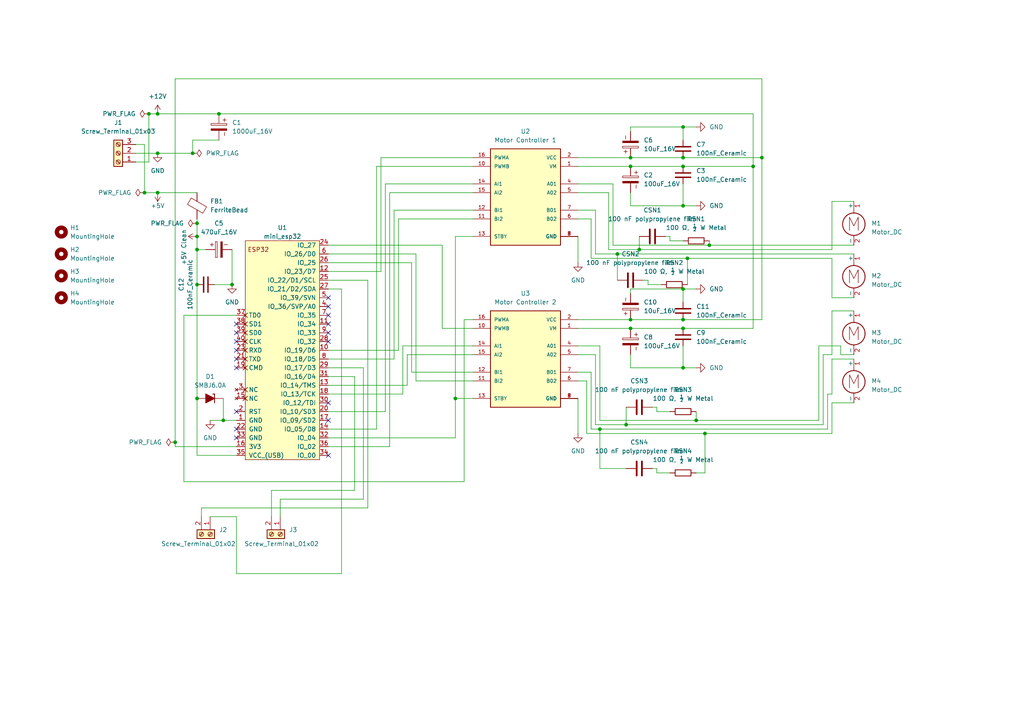
<source format=kicad_sch>
(kicad_sch
	(version 20250114)
	(generator "eeschema")
	(generator_version "9.0")
	(uuid "d7be905d-4028-4e5c-a1aa-e57273537a10")
	(paper "A4")
	(lib_symbols
		(symbol "Connector:Screw_Terminal_01x02"
			(pin_names
				(offset 1.016)
				(hide yes)
			)
			(exclude_from_sim no)
			(in_bom yes)
			(on_board yes)
			(property "Reference" "J"
				(at 0 2.54 0)
				(effects
					(font
						(size 1.27 1.27)
					)
				)
			)
			(property "Value" "Screw_Terminal_01x02"
				(at 0 -5.08 0)
				(effects
					(font
						(size 1.27 1.27)
					)
				)
			)
			(property "Footprint" ""
				(at 0 0 0)
				(effects
					(font
						(size 1.27 1.27)
					)
					(hide yes)
				)
			)
			(property "Datasheet" "~"
				(at 0 0 0)
				(effects
					(font
						(size 1.27 1.27)
					)
					(hide yes)
				)
			)
			(property "Description" "Generic screw terminal, single row, 01x02, script generated (kicad-library-utils/schlib/autogen/connector/)"
				(at 0 0 0)
				(effects
					(font
						(size 1.27 1.27)
					)
					(hide yes)
				)
			)
			(property "ki_keywords" "screw terminal"
				(at 0 0 0)
				(effects
					(font
						(size 1.27 1.27)
					)
					(hide yes)
				)
			)
			(property "ki_fp_filters" "TerminalBlock*:*"
				(at 0 0 0)
				(effects
					(font
						(size 1.27 1.27)
					)
					(hide yes)
				)
			)
			(symbol "Screw_Terminal_01x02_1_1"
				(rectangle
					(start -1.27 1.27)
					(end 1.27 -3.81)
					(stroke
						(width 0.254)
						(type default)
					)
					(fill
						(type background)
					)
				)
				(polyline
					(pts
						(xy -0.5334 0.3302) (xy 0.3302 -0.508)
					)
					(stroke
						(width 0.1524)
						(type default)
					)
					(fill
						(type none)
					)
				)
				(polyline
					(pts
						(xy -0.5334 -2.2098) (xy 0.3302 -3.048)
					)
					(stroke
						(width 0.1524)
						(type default)
					)
					(fill
						(type none)
					)
				)
				(polyline
					(pts
						(xy -0.3556 0.508) (xy 0.508 -0.3302)
					)
					(stroke
						(width 0.1524)
						(type default)
					)
					(fill
						(type none)
					)
				)
				(polyline
					(pts
						(xy -0.3556 -2.032) (xy 0.508 -2.8702)
					)
					(stroke
						(width 0.1524)
						(type default)
					)
					(fill
						(type none)
					)
				)
				(circle
					(center 0 0)
					(radius 0.635)
					(stroke
						(width 0.1524)
						(type default)
					)
					(fill
						(type none)
					)
				)
				(circle
					(center 0 -2.54)
					(radius 0.635)
					(stroke
						(width 0.1524)
						(type default)
					)
					(fill
						(type none)
					)
				)
				(pin passive line
					(at -5.08 0 0)
					(length 3.81)
					(name "Pin_1"
						(effects
							(font
								(size 1.27 1.27)
							)
						)
					)
					(number "1"
						(effects
							(font
								(size 1.27 1.27)
							)
						)
					)
				)
				(pin passive line
					(at -5.08 -2.54 0)
					(length 3.81)
					(name "Pin_2"
						(effects
							(font
								(size 1.27 1.27)
							)
						)
					)
					(number "2"
						(effects
							(font
								(size 1.27 1.27)
							)
						)
					)
				)
			)
			(embedded_fonts no)
		)
		(symbol "Connector:Screw_Terminal_01x03"
			(pin_names
				(offset 1.016)
				(hide yes)
			)
			(exclude_from_sim no)
			(in_bom yes)
			(on_board yes)
			(property "Reference" "J"
				(at 0 5.08 0)
				(effects
					(font
						(size 1.27 1.27)
					)
				)
			)
			(property "Value" "Screw_Terminal_01x03"
				(at 0 -5.08 0)
				(effects
					(font
						(size 1.27 1.27)
					)
				)
			)
			(property "Footprint" ""
				(at 0 0 0)
				(effects
					(font
						(size 1.27 1.27)
					)
					(hide yes)
				)
			)
			(property "Datasheet" "~"
				(at 0 0 0)
				(effects
					(font
						(size 1.27 1.27)
					)
					(hide yes)
				)
			)
			(property "Description" "Generic screw terminal, single row, 01x03, script generated (kicad-library-utils/schlib/autogen/connector/)"
				(at 0 0 0)
				(effects
					(font
						(size 1.27 1.27)
					)
					(hide yes)
				)
			)
			(property "ki_keywords" "screw terminal"
				(at 0 0 0)
				(effects
					(font
						(size 1.27 1.27)
					)
					(hide yes)
				)
			)
			(property "ki_fp_filters" "TerminalBlock*:*"
				(at 0 0 0)
				(effects
					(font
						(size 1.27 1.27)
					)
					(hide yes)
				)
			)
			(symbol "Screw_Terminal_01x03_1_1"
				(rectangle
					(start -1.27 3.81)
					(end 1.27 -3.81)
					(stroke
						(width 0.254)
						(type default)
					)
					(fill
						(type background)
					)
				)
				(polyline
					(pts
						(xy -0.5334 2.8702) (xy 0.3302 2.032)
					)
					(stroke
						(width 0.1524)
						(type default)
					)
					(fill
						(type none)
					)
				)
				(polyline
					(pts
						(xy -0.5334 0.3302) (xy 0.3302 -0.508)
					)
					(stroke
						(width 0.1524)
						(type default)
					)
					(fill
						(type none)
					)
				)
				(polyline
					(pts
						(xy -0.5334 -2.2098) (xy 0.3302 -3.048)
					)
					(stroke
						(width 0.1524)
						(type default)
					)
					(fill
						(type none)
					)
				)
				(polyline
					(pts
						(xy -0.3556 3.048) (xy 0.508 2.2098)
					)
					(stroke
						(width 0.1524)
						(type default)
					)
					(fill
						(type none)
					)
				)
				(polyline
					(pts
						(xy -0.3556 0.508) (xy 0.508 -0.3302)
					)
					(stroke
						(width 0.1524)
						(type default)
					)
					(fill
						(type none)
					)
				)
				(polyline
					(pts
						(xy -0.3556 -2.032) (xy 0.508 -2.8702)
					)
					(stroke
						(width 0.1524)
						(type default)
					)
					(fill
						(type none)
					)
				)
				(circle
					(center 0 2.54)
					(radius 0.635)
					(stroke
						(width 0.1524)
						(type default)
					)
					(fill
						(type none)
					)
				)
				(circle
					(center 0 0)
					(radius 0.635)
					(stroke
						(width 0.1524)
						(type default)
					)
					(fill
						(type none)
					)
				)
				(circle
					(center 0 -2.54)
					(radius 0.635)
					(stroke
						(width 0.1524)
						(type default)
					)
					(fill
						(type none)
					)
				)
				(pin passive line
					(at -5.08 2.54 0)
					(length 3.81)
					(name "Pin_1"
						(effects
							(font
								(size 1.27 1.27)
							)
						)
					)
					(number "1"
						(effects
							(font
								(size 1.27 1.27)
							)
						)
					)
				)
				(pin passive line
					(at -5.08 0 0)
					(length 3.81)
					(name "Pin_2"
						(effects
							(font
								(size 1.27 1.27)
							)
						)
					)
					(number "2"
						(effects
							(font
								(size 1.27 1.27)
							)
						)
					)
				)
				(pin passive line
					(at -5.08 -2.54 0)
					(length 3.81)
					(name "Pin_3"
						(effects
							(font
								(size 1.27 1.27)
							)
						)
					)
					(number "3"
						(effects
							(font
								(size 1.27 1.27)
							)
						)
					)
				)
			)
			(embedded_fonts no)
		)
		(symbol "Device:FerriteBead"
			(pin_numbers
				(hide yes)
			)
			(pin_names
				(offset 0)
			)
			(exclude_from_sim no)
			(in_bom yes)
			(on_board yes)
			(property "Reference" "FB"
				(at -3.81 0.635 90)
				(effects
					(font
						(size 1.27 1.27)
					)
				)
			)
			(property "Value" "FerriteBead"
				(at 3.81 0 90)
				(effects
					(font
						(size 1.27 1.27)
					)
				)
			)
			(property "Footprint" ""
				(at -1.778 0 90)
				(effects
					(font
						(size 1.27 1.27)
					)
					(hide yes)
				)
			)
			(property "Datasheet" "~"
				(at 0 0 0)
				(effects
					(font
						(size 1.27 1.27)
					)
					(hide yes)
				)
			)
			(property "Description" "Ferrite bead"
				(at 0 0 0)
				(effects
					(font
						(size 1.27 1.27)
					)
					(hide yes)
				)
			)
			(property "ki_keywords" "L ferrite bead inductor filter"
				(at 0 0 0)
				(effects
					(font
						(size 1.27 1.27)
					)
					(hide yes)
				)
			)
			(property "ki_fp_filters" "Inductor_* L_* *Ferrite*"
				(at 0 0 0)
				(effects
					(font
						(size 1.27 1.27)
					)
					(hide yes)
				)
			)
			(symbol "FerriteBead_0_1"
				(polyline
					(pts
						(xy -2.7686 0.4064) (xy -1.7018 2.2606) (xy 2.7686 -0.3048) (xy 1.6764 -2.159) (xy -2.7686 0.4064)
					)
					(stroke
						(width 0)
						(type default)
					)
					(fill
						(type none)
					)
				)
				(polyline
					(pts
						(xy 0 1.27) (xy 0 1.2954)
					)
					(stroke
						(width 0)
						(type default)
					)
					(fill
						(type none)
					)
				)
				(polyline
					(pts
						(xy 0 -1.27) (xy 0 -1.2192)
					)
					(stroke
						(width 0)
						(type default)
					)
					(fill
						(type none)
					)
				)
			)
			(symbol "FerriteBead_1_1"
				(pin passive line
					(at 0 3.81 270)
					(length 2.54)
					(name "~"
						(effects
							(font
								(size 1.27 1.27)
							)
						)
					)
					(number "1"
						(effects
							(font
								(size 1.27 1.27)
							)
						)
					)
				)
				(pin passive line
					(at 0 -3.81 90)
					(length 2.54)
					(name "~"
						(effects
							(font
								(size 1.27 1.27)
							)
						)
					)
					(number "2"
						(effects
							(font
								(size 1.27 1.27)
							)
						)
					)
				)
			)
			(embedded_fonts no)
		)
		(symbol "ESP32_mini:mini_esp32"
			(pin_names
				(offset 1.016)
			)
			(exclude_from_sim no)
			(in_bom yes)
			(on_board yes)
			(property "Reference" "U"
				(at -7.62 -50.8 0)
				(effects
					(font
						(size 1.27 1.27)
					)
				)
			)
			(property "Value" "mini_esp32"
				(at 5.08 -59.69 0)
				(effects
					(font
						(size 1.27 1.27)
					)
				)
			)
			(property "Footprint" ""
				(at 3.81 2.54 0)
				(effects
					(font
						(size 1.27 1.27)
					)
					(hide yes)
				)
			)
			(property "Datasheet" ""
				(at 3.81 2.54 0)
				(effects
					(font
						(size 1.27 1.27)
					)
					(hide yes)
				)
			)
			(property "Description" ""
				(at 0 0 0)
				(effects
					(font
						(size 1.27 1.27)
					)
					(hide yes)
				)
			)
			(symbol "mini_esp32_0_0"
				(text "ESP32"
					(at 7.62 -62.23 0)
					(effects
						(font
							(size 1.27 1.27)
						)
					)
				)
				(pin bidirectional line
					(at -12.7 -45.72 0)
					(length 2.54)
					(name "IO_36/SVP/A0"
						(effects
							(font
								(size 1.27 1.27)
							)
						)
					)
					(number "4"
						(effects
							(font
								(size 1.27 1.27)
							)
						)
					)
				)
				(pin bidirectional line
					(at -12.7 -48.26 0)
					(length 2.54)
					(name "IO_39/SVN"
						(effects
							(font
								(size 1.27 1.27)
							)
						)
					)
					(number "5"
						(effects
							(font
								(size 1.27 1.27)
							)
						)
					)
				)
				(pin power_in line
					(at 13.97 -12.7 180)
					(length 2.54)
					(name "GND"
						(effects
							(font
								(size 1.27 1.27)
							)
						)
					)
					(number "1"
						(effects
							(font
								(size 1.27 1.27)
							)
						)
					)
				)
				(pin input line
					(at 13.97 -15.24 180)
					(length 2.54)
					(name "RST"
						(effects
							(font
								(size 1.27 1.27)
							)
						)
					)
					(number "2"
						(effects
							(font
								(size 1.27 1.27)
							)
						)
					)
				)
				(pin no_connect non_logic
					(at 13.97 -21.59 180)
					(length 2.54)
					(name "NC"
						(effects
							(font
								(size 1.27 1.27)
							)
						)
					)
					(number "3"
						(effects
							(font
								(size 1.27 1.27)
							)
						)
					)
				)
			)
			(symbol "mini_esp32_0_1"
				(rectangle
					(start -10.16 -1.27)
					(end 11.43 -64.77)
					(stroke
						(width 0)
						(type solid)
					)
					(fill
						(type background)
					)
				)
			)
			(symbol "mini_esp32_1_1"
				(pin bidirectional line
					(at -12.7 -2.54 0)
					(length 2.54)
					(name "IO_00"
						(effects
							(font
								(size 1.27 1.27)
							)
						)
					)
					(number "34"
						(effects
							(font
								(size 1.27 1.27)
							)
						)
					)
				)
				(pin bidirectional line
					(at -12.7 -5.08 0)
					(length 2.54)
					(name "IO_02"
						(effects
							(font
								(size 1.27 1.27)
							)
						)
					)
					(number "36"
						(effects
							(font
								(size 1.27 1.27)
							)
						)
					)
				)
				(pin bidirectional line
					(at -12.7 -7.62 0)
					(length 2.54)
					(name "IO_04"
						(effects
							(font
								(size 1.27 1.27)
							)
						)
					)
					(number "32"
						(effects
							(font
								(size 1.27 1.27)
							)
						)
					)
				)
				(pin bidirectional line
					(at -12.7 -10.16 0)
					(length 2.54)
					(name "IO_05/D8"
						(effects
							(font
								(size 1.27 1.27)
							)
						)
					)
					(number "14"
						(effects
							(font
								(size 1.27 1.27)
							)
						)
					)
				)
				(pin bidirectional line
					(at -12.7 -12.7 0)
					(length 2.54)
					(name "IO_09/SD2"
						(effects
							(font
								(size 1.27 1.27)
							)
						)
					)
					(number "17"
						(effects
							(font
								(size 1.27 1.27)
							)
						)
					)
				)
				(pin bidirectional line
					(at -12.7 -15.24 0)
					(length 2.54)
					(name "IO_10/SD3"
						(effects
							(font
								(size 1.27 1.27)
							)
						)
					)
					(number "20"
						(effects
							(font
								(size 1.27 1.27)
							)
						)
					)
				)
				(pin bidirectional line
					(at -12.7 -17.78 0)
					(length 2.54)
					(name "IO_12/TDI"
						(effects
							(font
								(size 1.27 1.27)
							)
						)
					)
					(number "30"
						(effects
							(font
								(size 1.27 1.27)
							)
						)
					)
				)
				(pin bidirectional line
					(at -12.7 -20.32 0)
					(length 2.54)
					(name "IO_13/TCK"
						(effects
							(font
								(size 1.27 1.27)
							)
						)
					)
					(number "18"
						(effects
							(font
								(size 1.27 1.27)
							)
						)
					)
				)
				(pin bidirectional line
					(at -12.7 -22.86 0)
					(length 2.54)
					(name "IO_14/TMS"
						(effects
							(font
								(size 1.27 1.27)
							)
						)
					)
					(number "13"
						(effects
							(font
								(size 1.27 1.27)
							)
						)
					)
				)
				(pin bidirectional line
					(at -12.7 -25.4 0)
					(length 2.54)
					(name "IO_16/D4"
						(effects
							(font
								(size 1.27 1.27)
							)
						)
					)
					(number "31"
						(effects
							(font
								(size 1.27 1.27)
							)
						)
					)
				)
				(pin bidirectional line
					(at -12.7 -27.94 0)
					(length 2.54)
					(name "IO_17/D3"
						(effects
							(font
								(size 1.27 1.27)
							)
						)
					)
					(number "29"
						(effects
							(font
								(size 1.27 1.27)
							)
						)
					)
				)
				(pin bidirectional line
					(at -12.7 -30.48 0)
					(length 2.54)
					(name "IO_18/D5"
						(effects
							(font
								(size 1.27 1.27)
							)
						)
					)
					(number "8"
						(effects
							(font
								(size 1.27 1.27)
							)
						)
					)
				)
				(pin bidirectional line
					(at -12.7 -33.02 0)
					(length 2.54)
					(name "IO_19/D6"
						(effects
							(font
								(size 1.27 1.27)
							)
						)
					)
					(number "10"
						(effects
							(font
								(size 1.27 1.27)
							)
						)
					)
				)
				(pin bidirectional line
					(at -12.7 -35.56 0)
					(length 2.54)
					(name "IO_32"
						(effects
							(font
								(size 1.27 1.27)
							)
						)
					)
					(number "28"
						(effects
							(font
								(size 1.27 1.27)
							)
						)
					)
				)
				(pin bidirectional line
					(at -12.7 -38.1 0)
					(length 2.54)
					(name "IO_33"
						(effects
							(font
								(size 1.27 1.27)
							)
						)
					)
					(number "9"
						(effects
							(font
								(size 1.27 1.27)
							)
						)
					)
				)
				(pin bidirectional line
					(at -12.7 -40.64 0)
					(length 2.54)
					(name "IO_34"
						(effects
							(font
								(size 1.27 1.27)
							)
						)
					)
					(number "11"
						(effects
							(font
								(size 1.27 1.27)
							)
						)
					)
				)
				(pin bidirectional line
					(at -12.7 -43.18 0)
					(length 2.54)
					(name "IO_35"
						(effects
							(font
								(size 1.27 1.27)
							)
						)
					)
					(number "7"
						(effects
							(font
								(size 1.27 1.27)
							)
						)
					)
				)
				(pin bidirectional line
					(at -12.7 -50.8 0)
					(length 2.54)
					(name "IO_21/D2/SDA"
						(effects
							(font
								(size 1.27 1.27)
							)
						)
					)
					(number "27"
						(effects
							(font
								(size 1.27 1.27)
							)
						)
					)
				)
				(pin bidirectional line
					(at -12.7 -53.34 0)
					(length 2.54)
					(name "IO_22/D1/SCL"
						(effects
							(font
								(size 1.27 1.27)
							)
						)
					)
					(number "25"
						(effects
							(font
								(size 1.27 1.27)
							)
						)
					)
				)
				(pin bidirectional line
					(at -12.7 -55.88 0)
					(length 2.54)
					(name "IO_23/D7"
						(effects
							(font
								(size 1.27 1.27)
							)
						)
					)
					(number "12"
						(effects
							(font
								(size 1.27 1.27)
							)
						)
					)
				)
				(pin bidirectional line
					(at -12.7 -58.42 0)
					(length 2.54)
					(name "IO_25"
						(effects
							(font
								(size 1.27 1.27)
							)
						)
					)
					(number "26"
						(effects
							(font
								(size 1.27 1.27)
							)
						)
					)
				)
				(pin bidirectional line
					(at -12.7 -60.96 0)
					(length 2.54)
					(name "IO_26/D0"
						(effects
							(font
								(size 1.27 1.27)
							)
						)
					)
					(number "6"
						(effects
							(font
								(size 1.27 1.27)
							)
						)
					)
				)
				(pin bidirectional line
					(at -12.7 -63.5 0)
					(length 2.54)
					(name "IO_27"
						(effects
							(font
								(size 1.27 1.27)
							)
						)
					)
					(number "24"
						(effects
							(font
								(size 1.27 1.27)
							)
						)
					)
				)
				(pin power_in line
					(at 13.97 -2.54 180)
					(length 2.54)
					(name "VCC_(USB)"
						(effects
							(font
								(size 1.27 1.27)
							)
						)
					)
					(number "35"
						(effects
							(font
								(size 1.27 1.27)
							)
						)
					)
				)
				(pin power_in line
					(at 13.97 -5.08 180)
					(length 2.54)
					(name "3V3"
						(effects
							(font
								(size 1.27 1.27)
							)
						)
					)
					(number "16"
						(effects
							(font
								(size 1.27 1.27)
							)
						)
					)
				)
				(pin power_in line
					(at 13.97 -7.62 180)
					(length 2.54)
					(name "GND"
						(effects
							(font
								(size 1.27 1.27)
							)
						)
					)
					(number "33"
						(effects
							(font
								(size 1.27 1.27)
							)
						)
					)
				)
				(pin power_in line
					(at 13.97 -10.16 180)
					(length 2.54)
					(name "GND"
						(effects
							(font
								(size 1.27 1.27)
							)
						)
					)
					(number "22"
						(effects
							(font
								(size 1.27 1.27)
							)
						)
					)
				)
				(pin no_connect non_logic
					(at 13.97 -19.05 180)
					(length 2.54)
					(name "NC"
						(effects
							(font
								(size 1.27 1.27)
							)
						)
					)
					(number "15"
						(effects
							(font
								(size 1.27 1.27)
							)
						)
					)
				)
				(pin passive non_logic
					(at 13.97 -27.94 180)
					(length 2.54)
					(name "CMD"
						(effects
							(font
								(size 1.27 1.27)
							)
						)
					)
					(number "19"
						(effects
							(font
								(size 1.27 1.27)
							)
						)
					)
				)
				(pin passive non_logic
					(at 13.97 -30.48 180)
					(length 2.54)
					(name "TXD"
						(effects
							(font
								(size 1.27 1.27)
							)
						)
					)
					(number "21"
						(effects
							(font
								(size 1.27 1.27)
							)
						)
					)
				)
				(pin passive non_logic
					(at 13.97 -33.02 180)
					(length 2.54)
					(name "RXD"
						(effects
							(font
								(size 1.27 1.27)
							)
						)
					)
					(number "23"
						(effects
							(font
								(size 1.27 1.27)
							)
						)
					)
				)
				(pin passive non_logic
					(at 13.97 -35.56 180)
					(length 2.54)
					(name "CLK"
						(effects
							(font
								(size 1.27 1.27)
							)
						)
					)
					(number "40"
						(effects
							(font
								(size 1.27 1.27)
							)
						)
					)
				)
				(pin passive non_logic
					(at 13.97 -38.1 180)
					(length 2.54)
					(name "SD0"
						(effects
							(font
								(size 1.27 1.27)
							)
						)
					)
					(number "39"
						(effects
							(font
								(size 1.27 1.27)
							)
						)
					)
				)
				(pin passive non_logic
					(at 13.97 -40.64 180)
					(length 2.54)
					(name "SD1"
						(effects
							(font
								(size 1.27 1.27)
							)
						)
					)
					(number "38"
						(effects
							(font
								(size 1.27 1.27)
							)
						)
					)
				)
				(pin passive non_logic
					(at 13.97 -43.18 180)
					(length 2.54)
					(name "TD0"
						(effects
							(font
								(size 1.27 1.27)
							)
						)
					)
					(number "37"
						(effects
							(font
								(size 1.27 1.27)
							)
						)
					)
				)
			)
			(embedded_fonts no)
		)
		(symbol "Mechanical:MountingHole"
			(pin_names
				(offset 1.016)
			)
			(exclude_from_sim no)
			(in_bom no)
			(on_board yes)
			(property "Reference" "H"
				(at 0 5.08 0)
				(effects
					(font
						(size 1.27 1.27)
					)
				)
			)
			(property "Value" "MountingHole"
				(at 0 3.175 0)
				(effects
					(font
						(size 1.27 1.27)
					)
				)
			)
			(property "Footprint" ""
				(at 0 0 0)
				(effects
					(font
						(size 1.27 1.27)
					)
					(hide yes)
				)
			)
			(property "Datasheet" "~"
				(at 0 0 0)
				(effects
					(font
						(size 1.27 1.27)
					)
					(hide yes)
				)
			)
			(property "Description" "Mounting Hole without connection"
				(at 0 0 0)
				(effects
					(font
						(size 1.27 1.27)
					)
					(hide yes)
				)
			)
			(property "ki_keywords" "mounting hole"
				(at 0 0 0)
				(effects
					(font
						(size 1.27 1.27)
					)
					(hide yes)
				)
			)
			(property "ki_fp_filters" "MountingHole*"
				(at 0 0 0)
				(effects
					(font
						(size 1.27 1.27)
					)
					(hide yes)
				)
			)
			(symbol "MountingHole_0_1"
				(circle
					(center 0 0)
					(radius 1.27)
					(stroke
						(width 1.27)
						(type default)
					)
					(fill
						(type none)
					)
				)
			)
			(embedded_fonts no)
		)
		(symbol "Motor:Motor_DC"
			(pin_names
				(offset 0)
			)
			(exclude_from_sim no)
			(in_bom yes)
			(on_board yes)
			(property "Reference" "M"
				(at 2.54 2.54 0)
				(effects
					(font
						(size 1.27 1.27)
					)
					(justify left)
				)
			)
			(property "Value" "Motor_DC"
				(at 2.54 -5.08 0)
				(effects
					(font
						(size 1.27 1.27)
					)
					(justify left top)
				)
			)
			(property "Footprint" ""
				(at 0 -2.286 0)
				(effects
					(font
						(size 1.27 1.27)
					)
					(hide yes)
				)
			)
			(property "Datasheet" "~"
				(at 0 -2.286 0)
				(effects
					(font
						(size 1.27 1.27)
					)
					(hide yes)
				)
			)
			(property "Description" "DC Motor"
				(at 0 0 0)
				(effects
					(font
						(size 1.27 1.27)
					)
					(hide yes)
				)
			)
			(property "ki_keywords" "DC Motor"
				(at 0 0 0)
				(effects
					(font
						(size 1.27 1.27)
					)
					(hide yes)
				)
			)
			(property "ki_fp_filters" "PinHeader*P2.54mm* TerminalBlock*"
				(at 0 0 0)
				(effects
					(font
						(size 1.27 1.27)
					)
					(hide yes)
				)
			)
			(symbol "Motor_DC_0_0"
				(polyline
					(pts
						(xy -1.27 -3.302) (xy -1.27 0.508) (xy 0 -2.032) (xy 1.27 0.508) (xy 1.27 -3.302)
					)
					(stroke
						(width 0)
						(type default)
					)
					(fill
						(type none)
					)
				)
			)
			(symbol "Motor_DC_0_1"
				(polyline
					(pts
						(xy 0 2.032) (xy 0 2.54)
					)
					(stroke
						(width 0)
						(type default)
					)
					(fill
						(type none)
					)
				)
				(polyline
					(pts
						(xy 0 1.7272) (xy 0 2.0828)
					)
					(stroke
						(width 0)
						(type default)
					)
					(fill
						(type none)
					)
				)
				(circle
					(center 0 -1.524)
					(radius 3.2512)
					(stroke
						(width 0.254)
						(type default)
					)
					(fill
						(type none)
					)
				)
				(polyline
					(pts
						(xy 0 -4.7752) (xy 0 -5.1816)
					)
					(stroke
						(width 0)
						(type default)
					)
					(fill
						(type none)
					)
				)
				(polyline
					(pts
						(xy 0 -7.62) (xy 0 -7.112)
					)
					(stroke
						(width 0)
						(type default)
					)
					(fill
						(type none)
					)
				)
			)
			(symbol "Motor_DC_1_1"
				(pin passive line
					(at 0 5.08 270)
					(length 2.54)
					(name "+"
						(effects
							(font
								(size 1.27 1.27)
							)
						)
					)
					(number "1"
						(effects
							(font
								(size 1.27 1.27)
							)
						)
					)
				)
				(pin passive line
					(at 0 -7.62 90)
					(length 2.54)
					(name "-"
						(effects
							(font
								(size 1.27 1.27)
							)
						)
					)
					(number "2"
						(effects
							(font
								(size 1.27 1.27)
							)
						)
					)
				)
			)
			(embedded_fonts no)
		)
		(symbol "PCM_Capacitor_AKL:C_Rect_L7.0mm_W6.0mm_P5.00mm"
			(pin_numbers
				(hide yes)
			)
			(pin_names
				(offset 0.254)
			)
			(exclude_from_sim no)
			(in_bom yes)
			(on_board yes)
			(property "Reference" "C"
				(at 0.635 2.54 0)
				(effects
					(font
						(size 1.27 1.27)
					)
					(justify left)
				)
			)
			(property "Value" "C_Rect_L7.0mm_W6.0mm_P5.00mm"
				(at 0.635 -2.54 0)
				(effects
					(font
						(size 1.27 1.27)
					)
					(justify left)
				)
			)
			(property "Footprint" "PCM_Capacitor_THT_AKL:C_Rect_L7.0mm_W6.0mm_P5.00mm"
				(at 0.9652 -3.81 0)
				(effects
					(font
						(size 1.27 1.27)
					)
					(hide yes)
				)
			)
			(property "Datasheet" "~"
				(at 0 0 0)
				(effects
					(font
						(size 1.27 1.27)
					)
					(hide yes)
				)
			)
			(property "Description" "THT Rectangular Film Capacitor, 7.0mm Length, 6.0mm Width, 5.00mm Pitch, Alternate KiCad Library"
				(at 0 0 0)
				(effects
					(font
						(size 1.27 1.27)
					)
					(hide yes)
				)
			)
			(property "ki_keywords" "cap capacitor tht film rect 7x6mm 5.00mm"
				(at 0 0 0)
				(effects
					(font
						(size 1.27 1.27)
					)
					(hide yes)
				)
			)
			(property "ki_fp_filters" "C_*"
				(at 0 0 0)
				(effects
					(font
						(size 1.27 1.27)
					)
					(hide yes)
				)
			)
			(symbol "C_Rect_L7.0mm_W6.0mm_P5.00mm_0_1"
				(polyline
					(pts
						(xy -2.032 0.762) (xy 2.032 0.762)
					)
					(stroke
						(width 0.508)
						(type default)
					)
					(fill
						(type none)
					)
				)
				(polyline
					(pts
						(xy -2.032 -0.762) (xy 2.032 -0.762)
					)
					(stroke
						(width 0.508)
						(type default)
					)
					(fill
						(type none)
					)
				)
			)
			(symbol "C_Rect_L7.0mm_W6.0mm_P5.00mm_0_2"
				(polyline
					(pts
						(xy -2.54 -2.54) (xy -0.381 -0.381)
					)
					(stroke
						(width 0)
						(type default)
					)
					(fill
						(type none)
					)
				)
				(polyline
					(pts
						(xy -0.508 -0.508) (xy -1.651 0.635)
					)
					(stroke
						(width 0.508)
						(type default)
					)
					(fill
						(type none)
					)
				)
				(polyline
					(pts
						(xy -0.508 -0.508) (xy 0.635 -1.651)
					)
					(stroke
						(width 0.508)
						(type default)
					)
					(fill
						(type none)
					)
				)
				(polyline
					(pts
						(xy 0.381 0.381) (xy 2.54 2.54)
					)
					(stroke
						(width 0)
						(type default)
					)
					(fill
						(type none)
					)
				)
				(polyline
					(pts
						(xy 0.508 0.508) (xy -0.635 1.651)
					)
					(stroke
						(width 0.508)
						(type default)
					)
					(fill
						(type none)
					)
				)
				(polyline
					(pts
						(xy 0.508 0.508) (xy 1.651 -0.635)
					)
					(stroke
						(width 0.508)
						(type default)
					)
					(fill
						(type none)
					)
				)
			)
			(symbol "C_Rect_L7.0mm_W6.0mm_P5.00mm_1_1"
				(pin passive line
					(at 0 3.81 270)
					(length 2.794)
					(name "~"
						(effects
							(font
								(size 1.27 1.27)
							)
						)
					)
					(number "1"
						(effects
							(font
								(size 1.27 1.27)
							)
						)
					)
				)
				(pin passive line
					(at 0 -3.81 90)
					(length 2.794)
					(name "~"
						(effects
							(font
								(size 1.27 1.27)
							)
						)
					)
					(number "2"
						(effects
							(font
								(size 1.27 1.27)
							)
						)
					)
				)
			)
			(symbol "C_Rect_L7.0mm_W6.0mm_P5.00mm_1_2"
				(pin passive line
					(at -2.54 -2.54 90)
					(length 0)
					(name "~"
						(effects
							(font
								(size 1.27 1.27)
							)
						)
					)
					(number "2"
						(effects
							(font
								(size 1.27 1.27)
							)
						)
					)
				)
				(pin passive line
					(at 2.54 2.54 270)
					(length 0)
					(name "~"
						(effects
							(font
								(size 1.27 1.27)
							)
						)
					)
					(number "1"
						(effects
							(font
								(size 1.27 1.27)
							)
						)
					)
				)
			)
			(embedded_fonts no)
		)
		(symbol "PCM_Diode_TVS_AKL:SMBJ6.0A"
			(pin_numbers
				(hide yes)
			)
			(pin_names
				(offset 1.016)
				(hide yes)
			)
			(exclude_from_sim no)
			(in_bom yes)
			(on_board yes)
			(property "Reference" "D"
				(at 0 5.08 0)
				(effects
					(font
						(size 1.27 1.27)
					)
				)
			)
			(property "Value" "SMBJ6.0A"
				(at 0 2.54 0)
				(effects
					(font
						(size 1.27 1.27)
					)
				)
			)
			(property "Footprint" "PCM_Diode_SMD_AKL:D_SMB"
				(at 0 0 0)
				(effects
					(font
						(size 1.27 1.27)
					)
					(hide yes)
				)
			)
			(property "Datasheet" "https://www.tme.eu/Document/0b6222bec7e12d83185b51d73cb6a54d/SMBJ_ser.pdf"
				(at 0 0 0)
				(effects
					(font
						(size 1.27 1.27)
					)
					(hide yes)
				)
			)
			(property "Description" "SMB Unidirectional TVS diode, 6V, 600W, Alternate KiCAD Library"
				(at 0 0 0)
				(effects
					(font
						(size 1.27 1.27)
					)
					(hide yes)
				)
			)
			(property "ki_keywords" "diode unidirectional TVS SMBJ-A"
				(at 0 0 0)
				(effects
					(font
						(size 1.27 1.27)
					)
					(hide yes)
				)
			)
			(property "ki_fp_filters" "TO-???* *_Diode_* *SingleDiode* D_*"
				(at 0 0 0)
				(effects
					(font
						(size 1.27 1.27)
					)
					(hide yes)
				)
			)
			(symbol "SMBJ6.0A_0_1"
				(polyline
					(pts
						(xy -1.27 1.27) (xy -1.27 -1.27) (xy 1.27 0) (xy -1.27 1.27)
					)
					(stroke
						(width 0.254)
						(type default)
					)
					(fill
						(type outline)
					)
				)
				(polyline
					(pts
						(xy -1.27 0) (xy 1.27 0)
					)
					(stroke
						(width 0)
						(type default)
					)
					(fill
						(type none)
					)
				)
				(polyline
					(pts
						(xy 1.27 1.27) (xy 0.762 1.27)
					)
					(stroke
						(width 0.254)
						(type default)
					)
					(fill
						(type none)
					)
				)
				(polyline
					(pts
						(xy 1.27 -1.27) (xy 1.27 1.27)
					)
					(stroke
						(width 0.254)
						(type default)
					)
					(fill
						(type none)
					)
				)
			)
			(symbol "SMBJ6.0A_0_2"
				(polyline
					(pts
						(xy -2.54 -2.54) (xy 2.54 2.54)
					)
					(stroke
						(width 0)
						(type default)
					)
					(fill
						(type none)
					)
				)
				(polyline
					(pts
						(xy -0.889 -0.889) (xy -1.778 0) (xy 0.889 0.889) (xy 0 -1.778) (xy -0.889 -0.889)
					)
					(stroke
						(width 0.254)
						(type default)
					)
					(fill
						(type outline)
					)
				)
				(polyline
					(pts
						(xy 0 1.778) (xy -0.381 1.397)
					)
					(stroke
						(width 0.254)
						(type default)
					)
					(fill
						(type none)
					)
				)
				(polyline
					(pts
						(xy 0 1.778) (xy 1.778 0)
					)
					(stroke
						(width 0.254)
						(type default)
					)
					(fill
						(type none)
					)
				)
			)
			(symbol "SMBJ6.0A_1_1"
				(pin passive line
					(at -3.81 0 0)
					(length 2.54)
					(name "A"
						(effects
							(font
								(size 1.27 1.27)
							)
						)
					)
					(number "2"
						(effects
							(font
								(size 1.27 1.27)
							)
						)
					)
				)
				(pin passive line
					(at 3.81 0 180)
					(length 2.54)
					(name "K"
						(effects
							(font
								(size 1.27 1.27)
							)
						)
					)
					(number "1"
						(effects
							(font
								(size 1.27 1.27)
							)
						)
					)
				)
			)
			(symbol "SMBJ6.0A_1_2"
				(pin passive line
					(at -2.54 -2.54 0)
					(length 0)
					(name "A"
						(effects
							(font
								(size 1.27 1.27)
							)
						)
					)
					(number "2"
						(effects
							(font
								(size 1.27 1.27)
							)
						)
					)
				)
				(pin passive line
					(at 2.54 2.54 180)
					(length 0)
					(name "K"
						(effects
							(font
								(size 1.27 1.27)
							)
						)
					)
					(number "1"
						(effects
							(font
								(size 1.27 1.27)
							)
						)
					)
				)
			)
			(embedded_fonts no)
		)
		(symbol "PCM_SL_Capacitors:1000uF_16V"
			(exclude_from_sim no)
			(in_bom yes)
			(on_board yes)
			(property "Reference" "C"
				(at 0 7.62 0)
				(effects
					(font
						(size 1.27 1.27)
					)
				)
			)
			(property "Value" "1000uF_16V"
				(at 0 5.08 0)
				(effects
					(font
						(size 1.27 1.27)
					)
				)
			)
			(property "Footprint" "Capacitor_THT:CP_Radial_D10.0mm_P5.00mm"
				(at 0.762 -3.81 0)
				(effects
					(font
						(size 1.27 1.27)
					)
					(hide yes)
				)
			)
			(property "Datasheet" ""
				(at 0.508 0 0)
				(effects
					(font
						(size 1.27 1.27)
					)
					(hide yes)
				)
			)
			(property "Description" "1000uF, 16V Electrolytic Capacitor"
				(at 0 0 0)
				(effects
					(font
						(size 1.27 1.27)
					)
					(hide yes)
				)
			)
			(property "ki_keywords" "Electrolytic Capacitor"
				(at 0 0 0)
				(effects
					(font
						(size 1.27 1.27)
					)
					(hide yes)
				)
			)
			(property "ki_fp_filters" "Capacitor_THT:CP_Radial_D5.0mm_* Capacitor_THT:CP_Radial_D4.0mm_* Capacitor_THT:CP_Radial_D6.3mm_* Capacitor_THT:CP_Radial_D7.5mm_* Capacitor_THT:CP_Radial_D8.0mm_* Capacitor_THT:CP_Radial_D10.0mm_* Capacitor_THT:CP_Radial_D14.0mm_* Capacitor_THT:CP_Radial_D16.0mm_* Capacitor_THT:CP_Radial_D18.0mm_*"
				(at 0 0 0)
				(effects
					(font
						(size 1.27 1.27)
					)
					(hide yes)
				)
			)
			(symbol "1000uF_16V_0_0"
				(text "+"
					(at -2.032 1.524 0)
					(effects
						(font
							(size 1.27 1.27)
						)
					)
				)
				(text "-"
					(at 2.032 1.524 0)
					(effects
						(font
							(size 1.27 1.27)
						)
					)
				)
			)
			(symbol "1000uF_16V_0_1"
				(rectangle
					(start -1.016 -2.286)
					(end -0.508 2.286)
					(stroke
						(width 0)
						(type default)
					)
					(fill
						(type none)
					)
				)
				(rectangle
					(start 0.508 -2.286)
					(end 1.016 2.286)
					(stroke
						(width 0)
						(type default)
					)
					(fill
						(type outline)
					)
				)
			)
			(symbol "1000uF_16V_1_1"
				(pin passive line
					(at -3.81 0 0)
					(length 2.7)
					(name "~"
						(effects
							(font
								(size 0 0)
							)
						)
					)
					(number "1"
						(effects
							(font
								(size 0 0)
							)
						)
					)
				)
				(pin input line
					(at 3.81 0 180)
					(length 2.7)
					(name "~"
						(effects
							(font
								(size 0 0)
							)
						)
					)
					(number "2"
						(effects
							(font
								(size 0 0)
							)
						)
					)
				)
			)
			(embedded_fonts no)
		)
		(symbol "PCM_SL_Capacitors:100nF_Ceramic"
			(exclude_from_sim no)
			(in_bom yes)
			(on_board yes)
			(property "Reference" "C"
				(at 0 6.35 0)
				(effects
					(font
						(size 1.27 1.27)
					)
				)
			)
			(property "Value" "100nF_Ceramic"
				(at 0 3.81 0)
				(effects
					(font
						(size 1.27 1.27)
					)
				)
			)
			(property "Footprint" "Capacitor_THT:C_Disc_D5.0mm_W2.5mm_P2.50mm"
				(at 0 -3.81 0)
				(effects
					(font
						(size 1.27 1.27)
					)
					(hide yes)
				)
			)
			(property "Datasheet" ""
				(at 0 0 0)
				(effects
					(font
						(size 1.27 1.27)
					)
					(hide yes)
				)
			)
			(property "Description" "100nF Ceramic Capacitor"
				(at 0 0 0)
				(effects
					(font
						(size 1.27 1.27)
					)
					(hide yes)
				)
			)
			(property "ki_keywords" "Ceramic Capacitor 104 100nF"
				(at 0 0 0)
				(effects
					(font
						(size 1.27 1.27)
					)
					(hide yes)
				)
			)
			(symbol "100nF_Ceramic_0_1"
				(rectangle
					(start -0.762 2.286)
					(end -0.508 -2.286)
					(stroke
						(width 0)
						(type default)
					)
					(fill
						(type outline)
					)
				)
				(rectangle
					(start 0.508 2.286)
					(end 0.762 -2.286)
					(stroke
						(width 0)
						(type default)
					)
					(fill
						(type outline)
					)
				)
			)
			(symbol "100nF_Ceramic_1_1"
				(pin passive line
					(at -2.54 0 0)
					(length 2)
					(name "~"
						(effects
							(font
								(size 0 0)
							)
						)
					)
					(number "1"
						(effects
							(font
								(size 0 0)
							)
						)
					)
				)
				(pin input line
					(at 2.54 0 180)
					(length 2)
					(name "~"
						(effects
							(font
								(size 0 0)
							)
						)
					)
					(number "2"
						(effects
							(font
								(size 0 0)
							)
						)
					)
				)
			)
			(embedded_fonts no)
		)
		(symbol "PCM_SL_Capacitors:100uF_16V"
			(exclude_from_sim no)
			(in_bom yes)
			(on_board yes)
			(property "Reference" "C"
				(at 0 7.62 0)
				(effects
					(font
						(size 1.27 1.27)
					)
				)
			)
			(property "Value" "100uF_16V"
				(at 0 5.08 0)
				(effects
					(font
						(size 1.27 1.27)
					)
				)
			)
			(property "Footprint" "Capacitor_THT:CP_Radial_D5.0mm_P2.00mm"
				(at 0.762 -3.81 0)
				(effects
					(font
						(size 1.27 1.27)
					)
					(hide yes)
				)
			)
			(property "Datasheet" ""
				(at 0.508 0 0)
				(effects
					(font
						(size 1.27 1.27)
					)
					(hide yes)
				)
			)
			(property "Description" "100uF, 16V Electrolytic Capacitor"
				(at 0 0 0)
				(effects
					(font
						(size 1.27 1.27)
					)
					(hide yes)
				)
			)
			(property "ki_keywords" "Electrolytic Capacitor"
				(at 0 0 0)
				(effects
					(font
						(size 1.27 1.27)
					)
					(hide yes)
				)
			)
			(property "ki_fp_filters" "Capacitor_THT:CP_Radial_D5.0mm_* Capacitor_THT:CP_Radial_D4.0mm_* Capacitor_THT:CP_Radial_D6.3mm_* Capacitor_THT:CP_Radial_D7.5mm_* Capacitor_THT:CP_Radial_D8.0mm_* Capacitor_THT:CP_Radial_D10.0mm_* Capacitor_THT:CP_Radial_D14.0mm_* Capacitor_THT:CP_Radial_D16.0mm_* Capacitor_THT:CP_Radial_D18.0mm_*"
				(at 0 0 0)
				(effects
					(font
						(size 1.27 1.27)
					)
					(hide yes)
				)
			)
			(symbol "100uF_16V_0_0"
				(text "+"
					(at -2.032 1.524 0)
					(effects
						(font
							(size 1.27 1.27)
						)
					)
				)
				(text "-"
					(at 2.032 1.524 0)
					(effects
						(font
							(size 1.27 1.27)
						)
					)
				)
			)
			(symbol "100uF_16V_0_1"
				(rectangle
					(start -1.016 -2.286)
					(end -0.508 2.286)
					(stroke
						(width 0)
						(type default)
					)
					(fill
						(type none)
					)
				)
				(rectangle
					(start 0.508 -2.286)
					(end 1.016 2.286)
					(stroke
						(width 0)
						(type default)
					)
					(fill
						(type outline)
					)
				)
			)
			(symbol "100uF_16V_1_1"
				(pin passive line
					(at -3.81 0 0)
					(length 2.7)
					(name "~"
						(effects
							(font
								(size 0 0)
							)
						)
					)
					(number "1"
						(effects
							(font
								(size 0 0)
							)
						)
					)
				)
				(pin input line
					(at 3.81 0 180)
					(length 2.7)
					(name "~"
						(effects
							(font
								(size 0 0)
							)
						)
					)
					(number "2"
						(effects
							(font
								(size 0 0)
							)
						)
					)
				)
			)
			(embedded_fonts no)
		)
		(symbol "PCM_SL_Capacitors:10uF_16V"
			(exclude_from_sim no)
			(in_bom yes)
			(on_board yes)
			(property "Reference" "C"
				(at 0 7.62 0)
				(effects
					(font
						(size 1.27 1.27)
					)
				)
			)
			(property "Value" "10uF_16V"
				(at 0 5.08 0)
				(effects
					(font
						(size 1.27 1.27)
					)
				)
			)
			(property "Footprint" "Capacitor_THT:CP_Radial_D5.0mm_P2.00mm"
				(at 0.762 -3.81 0)
				(effects
					(font
						(size 1.27 1.27)
					)
					(hide yes)
				)
			)
			(property "Datasheet" ""
				(at 0.508 0 0)
				(effects
					(font
						(size 1.27 1.27)
					)
					(hide yes)
				)
			)
			(property "Description" "10uF, 16V Electrolytic Capacitor"
				(at 0 0 0)
				(effects
					(font
						(size 1.27 1.27)
					)
					(hide yes)
				)
			)
			(property "ki_keywords" "Electrolytic Capacitor"
				(at 0 0 0)
				(effects
					(font
						(size 1.27 1.27)
					)
					(hide yes)
				)
			)
			(property "ki_fp_filters" "Capacitor_THT:CP_Radial_D5.0mm_* Capacitor_THT:CP_Radial_D4.0mm_* Capacitor_THT:CP_Radial_D6.3mm_* Capacitor_THT:CP_Radial_D7.5mm_* Capacitor_THT:CP_Radial_D8.0mm_* Capacitor_THT:CP_Radial_D10.0mm_* Capacitor_THT:CP_Radial_D14.0mm_* Capacitor_THT:CP_Radial_D16.0mm_* Capacitor_THT:CP_Radial_D18.0mm_*"
				(at 0 0 0)
				(effects
					(font
						(size 1.27 1.27)
					)
					(hide yes)
				)
			)
			(symbol "10uF_16V_0_0"
				(text "+"
					(at -2.032 1.524 0)
					(effects
						(font
							(size 1.27 1.27)
						)
					)
				)
				(text "-"
					(at 2.032 1.524 0)
					(effects
						(font
							(size 1.27 1.27)
						)
					)
				)
			)
			(symbol "10uF_16V_0_1"
				(rectangle
					(start -1.016 -2.286)
					(end -0.508 2.286)
					(stroke
						(width 0)
						(type default)
					)
					(fill
						(type none)
					)
				)
				(rectangle
					(start 0.508 -2.286)
					(end 1.016 2.286)
					(stroke
						(width 0)
						(type default)
					)
					(fill
						(type outline)
					)
				)
			)
			(symbol "10uF_16V_1_1"
				(pin passive line
					(at -3.81 0 0)
					(length 2.7)
					(name "~"
						(effects
							(font
								(size 0 0)
							)
						)
					)
					(number "1"
						(effects
							(font
								(size 0 0)
							)
						)
					)
				)
				(pin input line
					(at 3.81 0 180)
					(length 2.7)
					(name "~"
						(effects
							(font
								(size 0 0)
							)
						)
					)
					(number "2"
						(effects
							(font
								(size 0 0)
							)
						)
					)
				)
			)
			(embedded_fonts no)
		)
		(symbol "PCM_SL_Capacitors:470uF_16V"
			(exclude_from_sim no)
			(in_bom yes)
			(on_board yes)
			(property "Reference" "C"
				(at 0 7.62 0)
				(effects
					(font
						(size 1.27 1.27)
					)
				)
			)
			(property "Value" "470uF_16V"
				(at 0 5.08 0)
				(effects
					(font
						(size 1.27 1.27)
					)
				)
			)
			(property "Footprint" "Capacitor_THT:CP_Radial_D8.0mm_P3.50mm"
				(at 0.762 -3.81 0)
				(effects
					(font
						(size 1.27 1.27)
					)
					(hide yes)
				)
			)
			(property "Datasheet" ""
				(at 0.508 0 0)
				(effects
					(font
						(size 1.27 1.27)
					)
					(hide yes)
				)
			)
			(property "Description" "470uF, 16V Electrolytic Capacitor"
				(at 0 0 0)
				(effects
					(font
						(size 1.27 1.27)
					)
					(hide yes)
				)
			)
			(property "ki_keywords" "Electrolytic Capacitor"
				(at 0 0 0)
				(effects
					(font
						(size 1.27 1.27)
					)
					(hide yes)
				)
			)
			(property "ki_fp_filters" "Capacitor_THT:CP_Radial_D5.0mm_* Capacitor_THT:CP_Radial_D4.0mm_* Capacitor_THT:CP_Radial_D6.3mm_* Capacitor_THT:CP_Radial_D7.5mm_* Capacitor_THT:CP_Radial_D8.0mm_* Capacitor_THT:CP_Radial_D10.0mm_* Capacitor_THT:CP_Radial_D14.0mm_* Capacitor_THT:CP_Radial_D16.0mm_* Capacitor_THT:CP_Radial_D18.0mm_*"
				(at 0 0 0)
				(effects
					(font
						(size 1.27 1.27)
					)
					(hide yes)
				)
			)
			(symbol "470uF_16V_0_0"
				(text "+"
					(at -2.032 1.524 0)
					(effects
						(font
							(size 1.27 1.27)
						)
					)
				)
				(text "-"
					(at 2.032 1.524 0)
					(effects
						(font
							(size 1.27 1.27)
						)
					)
				)
			)
			(symbol "470uF_16V_0_1"
				(rectangle
					(start -1.016 -2.286)
					(end -0.508 2.286)
					(stroke
						(width 0)
						(type default)
					)
					(fill
						(type none)
					)
				)
				(rectangle
					(start 0.508 -2.286)
					(end 1.016 2.286)
					(stroke
						(width 0)
						(type default)
					)
					(fill
						(type outline)
					)
				)
			)
			(symbol "470uF_16V_1_1"
				(pin passive line
					(at -3.81 0 0)
					(length 2.7)
					(name "~"
						(effects
							(font
								(size 0 0)
							)
						)
					)
					(number "1"
						(effects
							(font
								(size 0 0)
							)
						)
					)
				)
				(pin input line
					(at 3.81 0 180)
					(length 2.7)
					(name "~"
						(effects
							(font
								(size 0 0)
							)
						)
					)
					(number "2"
						(effects
							(font
								(size 0 0)
							)
						)
					)
				)
			)
			(embedded_fonts no)
		)
		(symbol "PCM_SL_Devices:Resistor_0.5W"
			(exclude_from_sim no)
			(in_bom yes)
			(on_board yes)
			(property "Reference" "R"
				(at 0 5.08 0)
				(effects
					(font
						(size 1.27 1.27)
					)
				)
			)
			(property "Value" "Resistor_0.5W"
				(at 0 2.54 0)
				(effects
					(font
						(size 1.27 1.27)
					)
				)
			)
			(property "Footprint" "Resistor_THT:R_Axial_DIN0309_L9.0mm_D3.2mm_P15.24mm_Horizontal"
				(at 0.889 -4.318 0)
				(effects
					(font
						(size 1.27 1.27)
					)
					(hide yes)
				)
			)
			(property "Datasheet" ""
				(at 0.508 0 0)
				(effects
					(font
						(size 1.27 1.27)
					)
					(hide yes)
				)
			)
			(property "Description" "0.5W Resistor"
				(at 0 0 0)
				(effects
					(font
						(size 1.27 1.27)
					)
					(hide yes)
				)
			)
			(property "ki_keywords" "Resistor 0.5W"
				(at 0 0 0)
				(effects
					(font
						(size 1.27 1.27)
					)
					(hide yes)
				)
			)
			(property "ki_fp_filters" "Resistor_THT:R_Axial_DIN0309_L9.0mm_D3.2mm*"
				(at 0 0 0)
				(effects
					(font
						(size 1.27 1.27)
					)
					(hide yes)
				)
			)
			(symbol "Resistor_0.5W_0_1"
				(rectangle
					(start -2.286 0.889)
					(end 2.286 -0.889)
					(stroke
						(width 0.24)
						(type default)
					)
					(fill
						(type none)
					)
				)
			)
			(symbol "Resistor_0.5W_1_1"
				(pin passive line
					(at -3.81 0 0)
					(length 1.5)
					(name ""
						(effects
							(font
								(size 1.27 1.27)
							)
						)
					)
					(number "1"
						(effects
							(font
								(size 0 0)
							)
						)
					)
				)
				(pin passive line
					(at 3.81 0 180)
					(length 1.5)
					(name "~"
						(effects
							(font
								(size 1.27 1.27)
							)
						)
					)
					(number "2"
						(effects
							(font
								(size 0 0)
							)
						)
					)
				)
			)
			(embedded_fonts no)
		)
		(symbol "TB6612FNG Board:ROB-14450"
			(pin_names
				(offset 1.016)
			)
			(exclude_from_sim no)
			(in_bom yes)
			(on_board yes)
			(property "Reference" "U"
				(at -10.16 16.002 0)
				(effects
					(font
						(size 1.27 1.27)
					)
					(justify left bottom)
				)
			)
			(property "Value" "ROB-14450"
				(at -10.16 -15.24 0)
				(effects
					(font
						(size 1.27 1.27)
					)
					(justify left bottom)
				)
			)
			(property "Footprint" "ROB-14450:MODULE_ROB-14450"
				(at 0 0 0)
				(effects
					(font
						(size 1.27 1.27)
					)
					(justify bottom)
					(hide yes)
				)
			)
			(property "Datasheet" ""
				(at 0 0 0)
				(effects
					(font
						(size 1.27 1.27)
					)
					(hide yes)
				)
			)
			(property "Description" ""
				(at 0 0 0)
				(effects
					(font
						(size 1.27 1.27)
					)
					(hide yes)
				)
			)
			(property "MF" "SparkFun Electronics"
				(at 0 0 0)
				(effects
					(font
						(size 1.27 1.27)
					)
					(justify bottom)
					(hide yes)
				)
			)
			(property "Description_1" "TB6612FNG - Motor Controller/Driver Power Management Evaluation Board"
				(at 0 0 0)
				(effects
					(font
						(size 1.27 1.27)
					)
					(justify bottom)
					(hide yes)
				)
			)
			(property "Package" "None"
				(at 0 0 0)
				(effects
					(font
						(size 1.27 1.27)
					)
					(justify bottom)
					(hide yes)
				)
			)
			(property "Price" "None"
				(at 0 0 0)
				(effects
					(font
						(size 1.27 1.27)
					)
					(justify bottom)
					(hide yes)
				)
			)
			(property "Check_prices" "https://www.snapeda.com/parts/ROB-14450/SparkFun/view-part/?ref=eda"
				(at 0 0 0)
				(effects
					(font
						(size 1.27 1.27)
					)
					(justify bottom)
					(hide yes)
				)
			)
			(property "STANDARD" "Manufacturer Recommendation"
				(at 0 0 0)
				(effects
					(font
						(size 1.27 1.27)
					)
					(justify bottom)
					(hide yes)
				)
			)
			(property "PARTREV" "11-13-17"
				(at 0 0 0)
				(effects
					(font
						(size 1.27 1.27)
					)
					(justify bottom)
					(hide yes)
				)
			)
			(property "SnapEDA_Link" "https://www.snapeda.com/parts/ROB-14450/SparkFun/view-part/?ref=snap"
				(at 0 0 0)
				(effects
					(font
						(size 1.27 1.27)
					)
					(justify bottom)
					(hide yes)
				)
			)
			(property "MP" "ROB-14450"
				(at 0 0 0)
				(effects
					(font
						(size 1.27 1.27)
					)
					(justify bottom)
					(hide yes)
				)
			)
			(property "Availability" "In Stock"
				(at 0 0 0)
				(effects
					(font
						(size 1.27 1.27)
					)
					(justify bottom)
					(hide yes)
				)
			)
			(property "MANUFACTURER" "Sparkfun Electronics"
				(at 0 0 0)
				(effects
					(font
						(size 1.27 1.27)
					)
					(justify bottom)
					(hide yes)
				)
			)
			(symbol "ROB-14450_0_0"
				(rectangle
					(start -10.16 -12.7)
					(end 10.16 15.24)
					(stroke
						(width 0.254)
						(type default)
					)
					(fill
						(type background)
					)
				)
				(pin input line
					(at -15.24 12.7 0)
					(length 5.08)
					(name "PWMA"
						(effects
							(font
								(size 1.016 1.016)
							)
						)
					)
					(number "16"
						(effects
							(font
								(size 1.016 1.016)
							)
						)
					)
				)
				(pin input line
					(at -15.24 10.16 0)
					(length 5.08)
					(name "PWMB"
						(effects
							(font
								(size 1.016 1.016)
							)
						)
					)
					(number "10"
						(effects
							(font
								(size 1.016 1.016)
							)
						)
					)
				)
				(pin input line
					(at -15.24 5.08 0)
					(length 5.08)
					(name "AI1"
						(effects
							(font
								(size 1.016 1.016)
							)
						)
					)
					(number "14"
						(effects
							(font
								(size 1.016 1.016)
							)
						)
					)
				)
				(pin input line
					(at -15.24 2.54 0)
					(length 5.08)
					(name "AI2"
						(effects
							(font
								(size 1.016 1.016)
							)
						)
					)
					(number "15"
						(effects
							(font
								(size 1.016 1.016)
							)
						)
					)
				)
				(pin input line
					(at -15.24 -2.54 0)
					(length 5.08)
					(name "BI1"
						(effects
							(font
								(size 1.016 1.016)
							)
						)
					)
					(number "12"
						(effects
							(font
								(size 1.016 1.016)
							)
						)
					)
				)
				(pin input line
					(at -15.24 -5.08 0)
					(length 5.08)
					(name "BI2"
						(effects
							(font
								(size 1.016 1.016)
							)
						)
					)
					(number "11"
						(effects
							(font
								(size 1.016 1.016)
							)
						)
					)
				)
				(pin input line
					(at -15.24 -10.16 0)
					(length 5.08)
					(name "STBY"
						(effects
							(font
								(size 1.016 1.016)
							)
						)
					)
					(number "13"
						(effects
							(font
								(size 1.016 1.016)
							)
						)
					)
				)
				(pin power_in line
					(at 15.24 12.7 180)
					(length 5.08)
					(name "VCC"
						(effects
							(font
								(size 1.016 1.016)
							)
						)
					)
					(number "2"
						(effects
							(font
								(size 1.016 1.016)
							)
						)
					)
				)
				(pin power_in line
					(at 15.24 10.16 180)
					(length 5.08)
					(name "VM"
						(effects
							(font
								(size 1.016 1.016)
							)
						)
					)
					(number "1"
						(effects
							(font
								(size 1.016 1.016)
							)
						)
					)
				)
				(pin output line
					(at 15.24 5.08 180)
					(length 5.08)
					(name "A01"
						(effects
							(font
								(size 1.016 1.016)
							)
						)
					)
					(number "4"
						(effects
							(font
								(size 1.016 1.016)
							)
						)
					)
				)
				(pin output line
					(at 15.24 2.54 180)
					(length 5.08)
					(name "A02"
						(effects
							(font
								(size 1.016 1.016)
							)
						)
					)
					(number "5"
						(effects
							(font
								(size 1.016 1.016)
							)
						)
					)
				)
				(pin output line
					(at 15.24 -2.54 180)
					(length 5.08)
					(name "B01"
						(effects
							(font
								(size 1.016 1.016)
							)
						)
					)
					(number "7"
						(effects
							(font
								(size 1.016 1.016)
							)
						)
					)
				)
				(pin output line
					(at 15.24 -5.08 180)
					(length 5.08)
					(name "B02"
						(effects
							(font
								(size 1.016 1.016)
							)
						)
					)
					(number "6"
						(effects
							(font
								(size 1.016 1.016)
							)
						)
					)
				)
				(pin power_in line
					(at 15.24 -10.16 180)
					(length 5.08)
					(name "GND"
						(effects
							(font
								(size 1.016 1.016)
							)
						)
					)
					(number "3"
						(effects
							(font
								(size 1.016 1.016)
							)
						)
					)
				)
				(pin power_in line
					(at 15.24 -10.16 180)
					(length 5.08)
					(name "GND"
						(effects
							(font
								(size 1.016 1.016)
							)
						)
					)
					(number "8"
						(effects
							(font
								(size 1.016 1.016)
							)
						)
					)
				)
				(pin power_in line
					(at 15.24 -10.16 180)
					(length 5.08)
					(name "GND"
						(effects
							(font
								(size 1.016 1.016)
							)
						)
					)
					(number "9"
						(effects
							(font
								(size 1.016 1.016)
							)
						)
					)
				)
			)
			(embedded_fonts no)
		)
		(symbol "power:+12V"
			(power)
			(pin_numbers
				(hide yes)
			)
			(pin_names
				(offset 0)
				(hide yes)
			)
			(exclude_from_sim no)
			(in_bom yes)
			(on_board yes)
			(property "Reference" "#PWR"
				(at 0 -3.81 0)
				(effects
					(font
						(size 1.27 1.27)
					)
					(hide yes)
				)
			)
			(property "Value" "+12V"
				(at 0 3.556 0)
				(effects
					(font
						(size 1.27 1.27)
					)
				)
			)
			(property "Footprint" ""
				(at 0 0 0)
				(effects
					(font
						(size 1.27 1.27)
					)
					(hide yes)
				)
			)
			(property "Datasheet" ""
				(at 0 0 0)
				(effects
					(font
						(size 1.27 1.27)
					)
					(hide yes)
				)
			)
			(property "Description" "Power symbol creates a global label with name \"+12V\""
				(at 0 0 0)
				(effects
					(font
						(size 1.27 1.27)
					)
					(hide yes)
				)
			)
			(property "ki_keywords" "global power"
				(at 0 0 0)
				(effects
					(font
						(size 1.27 1.27)
					)
					(hide yes)
				)
			)
			(symbol "+12V_0_1"
				(polyline
					(pts
						(xy -0.762 1.27) (xy 0 2.54)
					)
					(stroke
						(width 0)
						(type default)
					)
					(fill
						(type none)
					)
				)
				(polyline
					(pts
						(xy 0 2.54) (xy 0.762 1.27)
					)
					(stroke
						(width 0)
						(type default)
					)
					(fill
						(type none)
					)
				)
				(polyline
					(pts
						(xy 0 0) (xy 0 2.54)
					)
					(stroke
						(width 0)
						(type default)
					)
					(fill
						(type none)
					)
				)
			)
			(symbol "+12V_1_1"
				(pin power_in line
					(at 0 0 90)
					(length 0)
					(name "~"
						(effects
							(font
								(size 1.27 1.27)
							)
						)
					)
					(number "1"
						(effects
							(font
								(size 1.27 1.27)
							)
						)
					)
				)
			)
			(embedded_fonts no)
		)
		(symbol "power:+5V"
			(power)
			(pin_numbers
				(hide yes)
			)
			(pin_names
				(offset 0)
				(hide yes)
			)
			(exclude_from_sim no)
			(in_bom yes)
			(on_board yes)
			(property "Reference" "#PWR"
				(at 0 -3.81 0)
				(effects
					(font
						(size 1.27 1.27)
					)
					(hide yes)
				)
			)
			(property "Value" "+5V"
				(at 0 3.556 0)
				(effects
					(font
						(size 1.27 1.27)
					)
				)
			)
			(property "Footprint" ""
				(at 0 0 0)
				(effects
					(font
						(size 1.27 1.27)
					)
					(hide yes)
				)
			)
			(property "Datasheet" ""
				(at 0 0 0)
				(effects
					(font
						(size 1.27 1.27)
					)
					(hide yes)
				)
			)
			(property "Description" "Power symbol creates a global label with name \"+5V\""
				(at 0 0 0)
				(effects
					(font
						(size 1.27 1.27)
					)
					(hide yes)
				)
			)
			(property "ki_keywords" "global power"
				(at 0 0 0)
				(effects
					(font
						(size 1.27 1.27)
					)
					(hide yes)
				)
			)
			(symbol "+5V_0_1"
				(polyline
					(pts
						(xy -0.762 1.27) (xy 0 2.54)
					)
					(stroke
						(width 0)
						(type default)
					)
					(fill
						(type none)
					)
				)
				(polyline
					(pts
						(xy 0 2.54) (xy 0.762 1.27)
					)
					(stroke
						(width 0)
						(type default)
					)
					(fill
						(type none)
					)
				)
				(polyline
					(pts
						(xy 0 0) (xy 0 2.54)
					)
					(stroke
						(width 0)
						(type default)
					)
					(fill
						(type none)
					)
				)
			)
			(symbol "+5V_1_1"
				(pin power_in line
					(at 0 0 90)
					(length 0)
					(name "~"
						(effects
							(font
								(size 1.27 1.27)
							)
						)
					)
					(number "1"
						(effects
							(font
								(size 1.27 1.27)
							)
						)
					)
				)
			)
			(embedded_fonts no)
		)
		(symbol "power:GND"
			(power)
			(pin_numbers
				(hide yes)
			)
			(pin_names
				(offset 0)
				(hide yes)
			)
			(exclude_from_sim no)
			(in_bom yes)
			(on_board yes)
			(property "Reference" "#PWR"
				(at 0 -6.35 0)
				(effects
					(font
						(size 1.27 1.27)
					)
					(hide yes)
				)
			)
			(property "Value" "GND"
				(at 0 -3.81 0)
				(effects
					(font
						(size 1.27 1.27)
					)
				)
			)
			(property "Footprint" ""
				(at 0 0 0)
				(effects
					(font
						(size 1.27 1.27)
					)
					(hide yes)
				)
			)
			(property "Datasheet" ""
				(at 0 0 0)
				(effects
					(font
						(size 1.27 1.27)
					)
					(hide yes)
				)
			)
			(property "Description" "Power symbol creates a global label with name \"GND\" , ground"
				(at 0 0 0)
				(effects
					(font
						(size 1.27 1.27)
					)
					(hide yes)
				)
			)
			(property "ki_keywords" "global power"
				(at 0 0 0)
				(effects
					(font
						(size 1.27 1.27)
					)
					(hide yes)
				)
			)
			(symbol "GND_0_1"
				(polyline
					(pts
						(xy 0 0) (xy 0 -1.27) (xy 1.27 -1.27) (xy 0 -2.54) (xy -1.27 -1.27) (xy 0 -1.27)
					)
					(stroke
						(width 0)
						(type default)
					)
					(fill
						(type none)
					)
				)
			)
			(symbol "GND_1_1"
				(pin power_in line
					(at 0 0 270)
					(length 0)
					(name "~"
						(effects
							(font
								(size 1.27 1.27)
							)
						)
					)
					(number "1"
						(effects
							(font
								(size 1.27 1.27)
							)
						)
					)
				)
			)
			(embedded_fonts no)
		)
		(symbol "power:PWR_FLAG"
			(power)
			(pin_numbers
				(hide yes)
			)
			(pin_names
				(offset 0)
				(hide yes)
			)
			(exclude_from_sim no)
			(in_bom yes)
			(on_board yes)
			(property "Reference" "#FLG"
				(at 0 1.905 0)
				(effects
					(font
						(size 1.27 1.27)
					)
					(hide yes)
				)
			)
			(property "Value" "PWR_FLAG"
				(at 0 3.81 0)
				(effects
					(font
						(size 1.27 1.27)
					)
				)
			)
			(property "Footprint" ""
				(at 0 0 0)
				(effects
					(font
						(size 1.27 1.27)
					)
					(hide yes)
				)
			)
			(property "Datasheet" "~"
				(at 0 0 0)
				(effects
					(font
						(size 1.27 1.27)
					)
					(hide yes)
				)
			)
			(property "Description" "Special symbol for telling ERC where power comes from"
				(at 0 0 0)
				(effects
					(font
						(size 1.27 1.27)
					)
					(hide yes)
				)
			)
			(property "ki_keywords" "flag power"
				(at 0 0 0)
				(effects
					(font
						(size 1.27 1.27)
					)
					(hide yes)
				)
			)
			(symbol "PWR_FLAG_0_0"
				(pin power_out line
					(at 0 0 90)
					(length 0)
					(name "~"
						(effects
							(font
								(size 1.27 1.27)
							)
						)
					)
					(number "1"
						(effects
							(font
								(size 1.27 1.27)
							)
						)
					)
				)
			)
			(symbol "PWR_FLAG_0_1"
				(polyline
					(pts
						(xy 0 0) (xy 0 1.27) (xy -1.016 1.905) (xy 0 2.54) (xy 1.016 1.905) (xy 0 1.27)
					)
					(stroke
						(width 0)
						(type default)
					)
					(fill
						(type none)
					)
				)
			)
			(embedded_fonts no)
		)
	)
	(junction
		(at 198.12 83.82)
		(diameter 0)
		(color 0 0 0 0)
		(uuid "07b719b5-d1ae-41c6-aa1e-f0ab11714a43")
	)
	(junction
		(at 201.93 121.92)
		(diameter 0)
		(color 0 0 0 0)
		(uuid "19a8c27c-3d9a-42d0-86d5-93fda1366d50")
	)
	(junction
		(at 64.77 121.92)
		(diameter 0)
		(color 0 0 0 0)
		(uuid "1e5be5d0-3c2b-4fb7-be4b-a5c426a5a577")
	)
	(junction
		(at 185.42 72.39)
		(diameter 0)
		(color 0 0 0 0)
		(uuid "26fd8ea6-667d-4edf-af2c-d5cd55ad0bc3")
	)
	(junction
		(at 57.15 64.77)
		(diameter 0)
		(color 0 0 0 0)
		(uuid "2816acc4-2d8a-47cf-930d-b59eb8216b4b")
	)
	(junction
		(at 198.12 48.26)
		(diameter 0)
		(color 0 0 0 0)
		(uuid "35ddd25a-0804-49cb-8388-6032dbd23680")
	)
	(junction
		(at 132.08 115.57)
		(diameter 0)
		(color 0 0 0 0)
		(uuid "373780a1-a802-4897-a979-69f0d9044b48")
	)
	(junction
		(at 57.15 72.39)
		(diameter 0)
		(color 0 0 0 0)
		(uuid "39a496cf-7fd6-4ede-9978-262bafbb050e")
	)
	(junction
		(at 45.72 33.02)
		(diameter 0)
		(color 0 0 0 0)
		(uuid "44c4ff6d-9adf-4ad4-abf5-569500669b9d")
	)
	(junction
		(at 63.5 33.02)
		(diameter 0)
		(color 0 0 0 0)
		(uuid "48b5e101-5e88-42c1-a7af-84b5d118db09")
	)
	(junction
		(at 182.88 95.25)
		(diameter 0)
		(color 0 0 0 0)
		(uuid "4d98d702-dc62-48c3-b037-9dd3fe84662b")
	)
	(junction
		(at 218.44 48.26)
		(diameter 0)
		(color 0 0 0 0)
		(uuid "50cb1009-2207-4b9c-bf97-41e35ba4e7ec")
	)
	(junction
		(at 199.39 74.93)
		(diameter 0)
		(color 0 0 0 0)
		(uuid "5299319f-feff-47e9-9cf4-0fc0434c092f")
	)
	(junction
		(at 182.88 45.72)
		(diameter 0)
		(color 0 0 0 0)
		(uuid "590dcd45-c74a-4594-98b3-009b888c7e4d")
	)
	(junction
		(at 198.12 45.72)
		(diameter 0)
		(color 0 0 0 0)
		(uuid "8a3d2f7b-0eed-47e2-933a-6e4376fa97d3")
	)
	(junction
		(at 41.91 55.88)
		(diameter 0)
		(color 0 0 0 0)
		(uuid "8bd617df-6efb-4eb7-a4ff-849c47347d60")
	)
	(junction
		(at 50.8 128.27)
		(diameter 0)
		(color 0 0 0 0)
		(uuid "904da1fa-3353-45b2-8ea9-d4cec924d203")
	)
	(junction
		(at 198.12 59.69)
		(diameter 0)
		(color 0 0 0 0)
		(uuid "937b4d9e-33b0-44b8-931e-60d70ca40fbd")
	)
	(junction
		(at 45.72 44.45)
		(diameter 0)
		(color 0 0 0 0)
		(uuid "9cd69587-2444-450e-a4bd-3680426be914")
	)
	(junction
		(at 181.61 123.19)
		(diameter 0)
		(color 0 0 0 0)
		(uuid "aa44bf1c-cc66-48bc-9428-f12e682fd6dd")
	)
	(junction
		(at 57.15 82.55)
		(diameter 0)
		(color 0 0 0 0)
		(uuid "b14f1fd6-985d-4b1f-933b-49ed8e1baef7")
	)
	(junction
		(at 198.12 36.83)
		(diameter 0)
		(color 0 0 0 0)
		(uuid "b3684aff-364d-46ac-97cd-959cc873e983")
	)
	(junction
		(at 198.12 95.25)
		(diameter 0)
		(color 0 0 0 0)
		(uuid "b58be006-c52d-404e-b69a-ab0e1c09de8c")
	)
	(junction
		(at 45.72 55.88)
		(diameter 0)
		(color 0 0 0 0)
		(uuid "bd166f61-e4ca-4e70-a041-1e5ae00d2d93")
	)
	(junction
		(at 57.15 68.58)
		(diameter 0)
		(color 0 0 0 0)
		(uuid "c17c2879-be65-45d5-ab38-e9d9b14fdf5d")
	)
	(junction
		(at 205.74 71.12)
		(diameter 0)
		(color 0 0 0 0)
		(uuid "c275fa36-cbc9-4511-b30b-96ecbe143c5c")
	)
	(junction
		(at 198.12 106.68)
		(diameter 0)
		(color 0 0 0 0)
		(uuid "c8377f36-3803-417b-a800-f2e9ddb5dabd")
	)
	(junction
		(at 173.99 124.46)
		(diameter 0)
		(color 0 0 0 0)
		(uuid "d0551d91-e8b9-4d2b-83e2-44c516adceb3")
	)
	(junction
		(at 57.15 115.57)
		(diameter 0)
		(color 0 0 0 0)
		(uuid "d117e48b-850f-47a8-b8c6-c943969cdb04")
	)
	(junction
		(at 204.47 125.73)
		(diameter 0)
		(color 0 0 0 0)
		(uuid "d1682cc6-3ab3-4b89-8b3e-ba12554dca65")
	)
	(junction
		(at 179.07 73.66)
		(diameter 0)
		(color 0 0 0 0)
		(uuid "d357d839-eacf-4992-a760-7c5195bae0b7")
	)
	(junction
		(at 182.88 92.71)
		(diameter 0)
		(color 0 0 0 0)
		(uuid "d43a5671-c2b8-401f-b46e-5dc5b555da8a")
	)
	(junction
		(at 67.31 82.55)
		(diameter 0)
		(color 0 0 0 0)
		(uuid "ddfcd48f-076d-4a30-bdb7-9866ac37ffea")
	)
	(junction
		(at 182.88 48.26)
		(diameter 0)
		(color 0 0 0 0)
		(uuid "edf0056b-efc9-4cef-bfb4-3dc8a9be758b")
	)
	(junction
		(at 220.98 45.72)
		(diameter 0)
		(color 0 0 0 0)
		(uuid "f067965d-10f5-499d-b5a7-96d5c05004b1")
	)
	(junction
		(at 55.88 44.45)
		(diameter 0)
		(color 0 0 0 0)
		(uuid "f3d3ebd7-cf78-42f9-b319-bd2179808c98")
	)
	(junction
		(at 198.12 92.71)
		(diameter 0)
		(color 0 0 0 0)
		(uuid "f7370883-745b-40f0-ae2f-f4d1a3e6179e")
	)
	(junction
		(at 43.18 33.02)
		(diameter 0)
		(color 0 0 0 0)
		(uuid "fcf7d869-9a29-4173-9a26-c881e275b899")
	)
	(no_connect
		(at 95.25 99.06)
		(uuid "0c064c4f-4504-4ed5-a3c8-b4a4382ab635")
	)
	(no_connect
		(at 95.25 96.52)
		(uuid "0caa0bad-f374-4d80-8d60-e47c8d56e195")
	)
	(no_connect
		(at 68.58 93.98)
		(uuid "12ed2ac0-7635-4037-b365-a93af4562786")
	)
	(no_connect
		(at 68.58 106.68)
		(uuid "21f6a73e-cf4c-42e6-9fbd-65ed27c56706")
	)
	(no_connect
		(at 68.58 101.6)
		(uuid "2f40ab69-2277-4078-ae75-f1822a8e9043")
	)
	(no_connect
		(at 68.58 99.06)
		(uuid "79d78ffe-c606-43da-884f-7da4d9e03d9c")
	)
	(no_connect
		(at 68.58 119.38)
		(uuid "8e67ed1e-2b8c-447e-bca7-5cd9f68be686")
	)
	(no_connect
		(at 95.25 91.44)
		(uuid "99ff1876-e37d-4aa0-990b-19c77237bdc7")
	)
	(no_connect
		(at 95.25 121.92)
		(uuid "baf63092-6923-4703-aac5-8ec45da0713b")
	)
	(no_connect
		(at 95.25 88.9)
		(uuid "bf4c8fcb-87ee-4d45-84b9-de6d064d334d")
	)
	(no_connect
		(at 68.58 124.46)
		(uuid "c3d81b15-aa3e-46d5-89a9-b5a5ae079b30")
	)
	(no_connect
		(at 95.25 93.98)
		(uuid "cda9c1a4-ec3c-4601-a65b-4c0cb0b4643c")
	)
	(no_connect
		(at 95.25 86.36)
		(uuid "cde8fed9-186a-4b95-9aae-6aa69081bd56")
	)
	(no_connect
		(at 68.58 104.14)
		(uuid "d1dc4e39-5559-45f8-b461-d07a0a0bd156")
	)
	(no_connect
		(at 95.25 132.08)
		(uuid "dbaca101-8792-4069-a916-498d358156f0")
	)
	(no_connect
		(at 95.25 116.84)
		(uuid "f1db78e3-7b13-4bc5-92f4-1e3e374959ed")
	)
	(no_connect
		(at 68.58 127)
		(uuid "f92b4a72-56fb-45c6-820d-7adde0cdd2e7")
	)
	(no_connect
		(at 68.58 96.52)
		(uuid "fb6cfb57-b7cd-4a69-92cc-427a42e4e4c6")
	)
	(wire
		(pts
			(xy 58.42 147.32) (xy 106.68 147.32)
		)
		(stroke
			(width 0)
			(type default)
		)
		(uuid "02029368-6776-445d-bfb5-48557836324c")
	)
	(wire
		(pts
			(xy 95.25 111.76) (xy 118.11 111.76)
		)
		(stroke
			(width 0)
			(type default)
		)
		(uuid "0243df39-cb84-4fc0-be12-a9e80095052e")
	)
	(wire
		(pts
			(xy 240.03 114.3) (xy 241.3 114.3)
		)
		(stroke
			(width 0)
			(type default)
		)
		(uuid "03b172ae-b870-4d49-8427-e4fb1211f686")
	)
	(wire
		(pts
			(xy 167.64 95.25) (xy 182.88 95.25)
		)
		(stroke
			(width 0)
			(type default)
		)
		(uuid "03e32def-fdce-4336-9d9e-baf2b36a2154")
	)
	(wire
		(pts
			(xy 194.31 68.58) (xy 193.04 68.58)
		)
		(stroke
			(width 0)
			(type default)
		)
		(uuid "0646dc4f-553a-4c98-a364-6d682f7291a0")
	)
	(wire
		(pts
			(xy 118.11 102.87) (xy 137.16 102.87)
		)
		(stroke
			(width 0)
			(type default)
		)
		(uuid "06747a7f-2c7e-4a11-8a45-29a6f96a8842")
	)
	(wire
		(pts
			(xy 128.27 71.12) (xy 128.27 95.25)
		)
		(stroke
			(width 0)
			(type default)
		)
		(uuid "0952cb0b-3d54-499b-ae5f-18c66e9c1579")
	)
	(wire
		(pts
			(xy 177.8 71.12) (xy 177.8 53.34)
		)
		(stroke
			(width 0)
			(type default)
		)
		(uuid "09bdbffb-f679-4cd5-b0fb-c955f89c8f74")
	)
	(wire
		(pts
			(xy 182.88 38.1) (xy 182.88 36.83)
		)
		(stroke
			(width 0)
			(type default)
		)
		(uuid "0b71ac2f-6538-4376-8336-1e0a1b14027e")
	)
	(wire
		(pts
			(xy 173.99 100.33) (xy 173.99 121.92)
		)
		(stroke
			(width 0)
			(type default)
		)
		(uuid "106cec37-636f-48db-9812-2815d2b2234b")
	)
	(wire
		(pts
			(xy 95.25 109.22) (xy 102.87 109.22)
		)
		(stroke
			(width 0)
			(type default)
		)
		(uuid "11d1c31e-7b04-4af9-a953-e404cdf759a0")
	)
	(wire
		(pts
			(xy 95.25 76.2) (xy 119.38 76.2)
		)
		(stroke
			(width 0)
			(type default)
		)
		(uuid "1267bcb3-fd98-4118-b765-b4bf8a67c2e3")
	)
	(wire
		(pts
			(xy 99.06 83.82) (xy 99.06 166.37)
		)
		(stroke
			(width 0)
			(type default)
		)
		(uuid "151dab7a-5403-4676-bf74-f07ee3f3781e")
	)
	(wire
		(pts
			(xy 68.58 121.92) (xy 64.77 121.92)
		)
		(stroke
			(width 0)
			(type default)
		)
		(uuid "1633bbe6-e1da-4163-9e1d-6347ca421408")
	)
	(wire
		(pts
			(xy 55.88 40.64) (xy 55.88 44.45)
		)
		(stroke
			(width 0)
			(type default)
		)
		(uuid "1741fde8-32ae-4f95-a1ff-1dda088dd285")
	)
	(wire
		(pts
			(xy 182.88 48.26) (xy 198.12 48.26)
		)
		(stroke
			(width 0)
			(type default)
		)
		(uuid "198922c4-262b-49e6-904c-22f13db16fe2")
	)
	(wire
		(pts
			(xy 198.12 59.69) (xy 198.12 53.34)
		)
		(stroke
			(width 0)
			(type default)
		)
		(uuid "1a24a2fc-2853-4f00-be6b-7a43ca3ef4a3")
	)
	(wire
		(pts
			(xy 118.11 111.76) (xy 118.11 102.87)
		)
		(stroke
			(width 0)
			(type default)
		)
		(uuid "1ab7703f-326d-416e-9d35-dc17f0675704")
	)
	(wire
		(pts
			(xy 95.25 119.38) (xy 111.76 119.38)
		)
		(stroke
			(width 0)
			(type default)
		)
		(uuid "1b1cd679-37a6-440a-b839-c1fa9dac62a6")
	)
	(wire
		(pts
			(xy 198.12 95.25) (xy 182.88 95.25)
		)
		(stroke
			(width 0)
			(type default)
		)
		(uuid "1b27f2a1-266b-444b-86d3-b0c3702fbdaa")
	)
	(wire
		(pts
			(xy 220.98 92.71) (xy 198.12 92.71)
		)
		(stroke
			(width 0)
			(type default)
		)
		(uuid "1c07cfc7-0500-4842-8ebb-06b9a63610ed")
	)
	(wire
		(pts
			(xy 182.88 102.87) (xy 182.88 106.68)
		)
		(stroke
			(width 0)
			(type default)
		)
		(uuid "1d75c0e3-681b-4de5-b6bc-ea15d90bdaae")
	)
	(wire
		(pts
			(xy 198.12 83.82) (xy 201.93 83.82)
		)
		(stroke
			(width 0)
			(type default)
		)
		(uuid "207273f6-1b1f-4d78-8bb0-05665c28b599")
	)
	(wire
		(pts
			(xy 39.37 44.45) (xy 45.72 44.45)
		)
		(stroke
			(width 0)
			(type default)
		)
		(uuid "224ed24d-986b-4f87-bd0c-6be540ea1b75")
	)
	(wire
		(pts
			(xy 182.88 36.83) (xy 198.12 36.83)
		)
		(stroke
			(width 0)
			(type default)
		)
		(uuid "26b0a8c7-c565-4f4c-a058-d8bfe0f2d1fa")
	)
	(wire
		(pts
			(xy 241.3 72.39) (xy 241.3 58.42)
		)
		(stroke
			(width 0)
			(type default)
		)
		(uuid "26cec501-24f6-4b99-8bea-0805826b92ae")
	)
	(wire
		(pts
			(xy 172.72 60.96) (xy 172.72 73.66)
		)
		(stroke
			(width 0)
			(type default)
		)
		(uuid "289ba196-dfa8-415f-9b39-0ef9a0504be4")
	)
	(wire
		(pts
			(xy 170.18 110.49) (xy 170.18 125.73)
		)
		(stroke
			(width 0)
			(type default)
		)
		(uuid "2937e76c-f2a9-400a-b697-bcdbd89a0597")
	)
	(wire
		(pts
			(xy 68.58 129.54) (xy 50.8 129.54)
		)
		(stroke
			(width 0)
			(type default)
		)
		(uuid "2965815f-c798-4049-ac17-e009487444c7")
	)
	(wire
		(pts
			(xy 81.28 144.78) (xy 81.28 149.86)
		)
		(stroke
			(width 0)
			(type default)
		)
		(uuid "2990b905-2e14-4ef3-8d0d-15278e5b8593")
	)
	(wire
		(pts
			(xy 198.12 106.68) (xy 198.12 100.33)
		)
		(stroke
			(width 0)
			(type default)
		)
		(uuid "29c80470-c3ae-4303-9810-9e660e7d530b")
	)
	(wire
		(pts
			(xy 198.12 45.72) (xy 220.98 45.72)
		)
		(stroke
			(width 0)
			(type default)
		)
		(uuid "2c64cd7e-0790-4bd1-95ac-cad378b9844a")
	)
	(wire
		(pts
			(xy 132.08 115.57) (xy 132.08 68.58)
		)
		(stroke
			(width 0)
			(type default)
		)
		(uuid "2c807635-3a40-4a3d-9492-a1a58fb38288")
	)
	(wire
		(pts
			(xy 43.18 46.99) (xy 39.37 46.99)
		)
		(stroke
			(width 0)
			(type default)
		)
		(uuid "2cf32115-ea5c-43ad-843a-421de7be4bea")
	)
	(wire
		(pts
			(xy 201.93 59.69) (xy 198.12 59.69)
		)
		(stroke
			(width 0)
			(type default)
		)
		(uuid "2d133c8e-1455-4116-ac6e-6d26b5684900")
	)
	(wire
		(pts
			(xy 185.42 72.39) (xy 241.3 72.39)
		)
		(stroke
			(width 0)
			(type default)
		)
		(uuid "2e45851e-63dc-4b8c-b41c-c7d1ab588695")
	)
	(wire
		(pts
			(xy 167.64 102.87) (xy 172.72 102.87)
		)
		(stroke
			(width 0)
			(type default)
		)
		(uuid "30a66672-aafc-4eac-b346-26bda9fd2c18")
	)
	(wire
		(pts
			(xy 57.15 82.55) (xy 57.15 115.57)
		)
		(stroke
			(width 0)
			(type default)
		)
		(uuid "32ce0913-4dd9-454b-9b8e-c3164430beeb")
	)
	(wire
		(pts
			(xy 201.93 121.92) (xy 237.49 121.92)
		)
		(stroke
			(width 0)
			(type default)
		)
		(uuid "32f8a3a9-1652-4681-a742-a631596a97a6")
	)
	(wire
		(pts
			(xy 171.45 74.93) (xy 171.45 63.5)
		)
		(stroke
			(width 0)
			(type default)
		)
		(uuid "368d72c0-feca-46a4-9032-f56026ff8687")
	)
	(wire
		(pts
			(xy 218.44 48.26) (xy 218.44 95.25)
		)
		(stroke
			(width 0)
			(type default)
		)
		(uuid "37655231-d14c-4e71-b9d7-e083c01670d2")
	)
	(wire
		(pts
			(xy 106.68 81.28) (xy 106.68 147.32)
		)
		(stroke
			(width 0)
			(type default)
		)
		(uuid "37675436-e270-4a47-85c0-24706b290890")
	)
	(wire
		(pts
			(xy 237.49 121.92) (xy 237.49 100.33)
		)
		(stroke
			(width 0)
			(type default)
		)
		(uuid "3bcae973-3d01-48b7-b100-15a037fb261a")
	)
	(wire
		(pts
			(xy 185.42 68.58) (xy 185.42 72.39)
		)
		(stroke
			(width 0)
			(type default)
		)
		(uuid "3c3b7208-8502-4a55-b8ac-5f15899cb0c8")
	)
	(wire
		(pts
			(xy 241.3 90.17) (xy 247.65 90.17)
		)
		(stroke
			(width 0)
			(type default)
		)
		(uuid "3c6feded-627d-4fb5-8c1b-ab4ab92e4a87")
	)
	(wire
		(pts
			(xy 134.62 139.7) (xy 134.62 92.71)
		)
		(stroke
			(width 0)
			(type default)
		)
		(uuid "3eb1b149-582b-4f08-b7c3-32536b516d30")
	)
	(wire
		(pts
			(xy 172.72 102.87) (xy 172.72 123.19)
		)
		(stroke
			(width 0)
			(type default)
		)
		(uuid "3f62384b-91f8-4d0a-9fd4-953eab2ce10e")
	)
	(wire
		(pts
			(xy 181.61 123.19) (xy 238.76 123.19)
		)
		(stroke
			(width 0)
			(type default)
		)
		(uuid "400b8a63-159f-4d91-bb35-0c96c53b13ba")
	)
	(wire
		(pts
			(xy 99.06 166.37) (xy 68.58 166.37)
		)
		(stroke
			(width 0)
			(type default)
		)
		(uuid "40861300-5264-490f-a97c-1eabb5d4de26")
	)
	(wire
		(pts
			(xy 109.22 48.26) (xy 137.16 48.26)
		)
		(stroke
			(width 0)
			(type default)
		)
		(uuid "4655dd95-7224-4d78-9239-47f7720da347")
	)
	(wire
		(pts
			(xy 237.49 100.33) (xy 243.84 100.33)
		)
		(stroke
			(width 0)
			(type default)
		)
		(uuid "47cc5ab1-5631-48c5-9ebe-fa2ba70a2d0e")
	)
	(wire
		(pts
			(xy 45.72 55.88) (xy 41.91 55.88)
		)
		(stroke
			(width 0)
			(type default)
		)
		(uuid "4a6111d3-30af-4017-8c10-f61144f30537")
	)
	(wire
		(pts
			(xy 172.72 73.66) (xy 179.07 73.66)
		)
		(stroke
			(width 0)
			(type default)
		)
		(uuid "4ac4d1b0-3505-4f29-97b0-a58282ae783d")
	)
	(wire
		(pts
			(xy 238.76 102.87) (xy 241.3 102.87)
		)
		(stroke
			(width 0)
			(type default)
		)
		(uuid "4c1f72ad-5e5b-480e-b930-2bbfdf151b65")
	)
	(wire
		(pts
			(xy 50.8 129.54) (xy 50.8 128.27)
		)
		(stroke
			(width 0)
			(type default)
		)
		(uuid "4d98f218-fc80-407a-9d00-f324fb918ebf")
	)
	(wire
		(pts
			(xy 182.88 55.88) (xy 182.88 59.69)
		)
		(stroke
			(width 0)
			(type default)
		)
		(uuid "4e8d75fb-de6d-4d89-9ef8-6aceecbb5d9b")
	)
	(wire
		(pts
			(xy 114.3 60.96) (xy 137.16 60.96)
		)
		(stroke
			(width 0)
			(type default)
		)
		(uuid "51186e1d-9f81-4db9-9992-778e2db238c4")
	)
	(wire
		(pts
			(xy 167.64 92.71) (xy 182.88 92.71)
		)
		(stroke
			(width 0)
			(type default)
		)
		(uuid "51638f6d-23a8-44c3-8e96-7016b09aee58")
	)
	(wire
		(pts
			(xy 63.5 40.64) (xy 55.88 40.64)
		)
		(stroke
			(width 0)
			(type default)
		)
		(uuid "518a997a-8161-49d9-9579-1a349e02ecc3")
	)
	(wire
		(pts
			(xy 179.07 73.66) (xy 247.65 73.66)
		)
		(stroke
			(width 0)
			(type default)
		)
		(uuid "5195b9cc-205b-42c3-ba44-9d00e4215cb2")
	)
	(wire
		(pts
			(xy 181.61 118.11) (xy 181.61 123.19)
		)
		(stroke
			(width 0)
			(type default)
		)
		(uuid "5239aea7-5e1b-4070-b49a-33afbe9158f6")
	)
	(wire
		(pts
			(xy 204.47 137.16) (xy 204.47 125.73)
		)
		(stroke
			(width 0)
			(type default)
		)
		(uuid "53584197-cf55-46d5-a247-2bb3221d3b27")
	)
	(wire
		(pts
			(xy 115.57 63.5) (xy 137.16 63.5)
		)
		(stroke
			(width 0)
			(type default)
		)
		(uuid "548109e8-d24a-48f3-997a-f76b5605e6f1")
	)
	(wire
		(pts
			(xy 238.76 123.19) (xy 238.76 102.87)
		)
		(stroke
			(width 0)
			(type default)
		)
		(uuid "57be959e-cdd1-4146-8b62-f6573d8b48d2")
	)
	(wire
		(pts
			(xy 128.27 95.25) (xy 137.16 95.25)
		)
		(stroke
			(width 0)
			(type default)
		)
		(uuid "5ae13870-159a-4e0b-8ec2-ba349f712f4e")
	)
	(wire
		(pts
			(xy 50.8 128.27) (xy 50.8 22.86)
		)
		(stroke
			(width 0)
			(type default)
		)
		(uuid "5d5573c1-bf85-4002-9bf6-53ac41dabf75")
	)
	(wire
		(pts
			(xy 176.53 72.39) (xy 185.42 72.39)
		)
		(stroke
			(width 0)
			(type default)
		)
		(uuid "5e5bb771-8eb5-440f-9914-7d24cd963ce6")
	)
	(wire
		(pts
			(xy 41.91 55.88) (xy 41.91 41.91)
		)
		(stroke
			(width 0)
			(type default)
		)
		(uuid "5e6d61fb-2838-4297-9a8b-fa1bf04dd493")
	)
	(wire
		(pts
			(xy 187.96 82.55) (xy 187.96 81.28)
		)
		(stroke
			(width 0)
			(type default)
		)
		(uuid "610b8672-5da5-4837-8cc3-c76d1b87e551")
	)
	(wire
		(pts
			(xy 177.8 71.12) (xy 205.74 71.12)
		)
		(stroke
			(width 0)
			(type default)
		)
		(uuid "61d3d424-8ab4-494a-984e-4b073b28de1b")
	)
	(wire
		(pts
			(xy 95.25 114.3) (xy 116.84 114.3)
		)
		(stroke
			(width 0)
			(type default)
		)
		(uuid "65292918-a6a6-4403-a8d1-163eb3e28c09")
	)
	(wire
		(pts
			(xy 172.72 123.19) (xy 181.61 123.19)
		)
		(stroke
			(width 0)
			(type default)
		)
		(uuid "67824db2-e49d-430b-9714-a9eb6f06d8b1")
	)
	(wire
		(pts
			(xy 167.64 55.88) (xy 176.53 55.88)
		)
		(stroke
			(width 0)
			(type default)
		)
		(uuid "687b6bfb-2dec-4a81-ae7b-0c5b5f6b6936")
	)
	(wire
		(pts
			(xy 173.99 124.46) (xy 240.03 124.46)
		)
		(stroke
			(width 0)
			(type default)
		)
		(uuid "687f4efb-ab77-4319-880e-4f9da00e48af")
	)
	(wire
		(pts
			(xy 59.69 72.39) (xy 57.15 72.39)
		)
		(stroke
			(width 0)
			(type default)
		)
		(uuid "69fc8729-fb60-4fca-b9b8-e3a59249c96a")
	)
	(wire
		(pts
			(xy 241.3 86.36) (xy 247.65 86.36)
		)
		(stroke
			(width 0)
			(type default)
		)
		(uuid "6a3ed074-3349-4764-92c2-11522fe58abb")
	)
	(wire
		(pts
			(xy 45.72 33.02) (xy 63.5 33.02)
		)
		(stroke
			(width 0)
			(type default)
		)
		(uuid "6a942612-8d13-4912-bc39-e92b30dac62f")
	)
	(wire
		(pts
			(xy 194.31 119.38) (xy 190.5 119.38)
		)
		(stroke
			(width 0)
			(type default)
		)
		(uuid "6cfa97a3-d8e3-409f-85ed-7f793e14c83f")
	)
	(wire
		(pts
			(xy 167.64 68.58) (xy 167.64 76.2)
		)
		(stroke
			(width 0)
			(type default)
		)
		(uuid "6f8ffb48-da55-4728-bca5-40d712ea3efd")
	)
	(wire
		(pts
			(xy 57.15 72.39) (xy 57.15 82.55)
		)
		(stroke
			(width 0)
			(type default)
		)
		(uuid "6fc697b3-acc4-4744-889f-6161415ed650")
	)
	(wire
		(pts
			(xy 45.72 55.88) (xy 57.15 55.88)
		)
		(stroke
			(width 0)
			(type default)
		)
		(uuid "724e30c5-0fac-4d86-a21d-92cb14da018a")
	)
	(wire
		(pts
			(xy 241.3 102.87) (xy 241.3 90.17)
		)
		(stroke
			(width 0)
			(type default)
		)
		(uuid "724fc725-9dbe-45f1-9784-596f5edefc2a")
	)
	(wire
		(pts
			(xy 167.64 100.33) (xy 173.99 100.33)
		)
		(stroke
			(width 0)
			(type default)
		)
		(uuid "72baf6e4-5f7c-447e-a8a0-d5e8917d9ee9")
	)
	(wire
		(pts
			(xy 102.87 109.22) (xy 102.87 142.24)
		)
		(stroke
			(width 0)
			(type default)
		)
		(uuid "737d86d8-0e45-4b82-a54d-d4cc3260d179")
	)
	(wire
		(pts
			(xy 171.45 107.95) (xy 171.45 124.46)
		)
		(stroke
			(width 0)
			(type default)
		)
		(uuid "744c7691-10f6-4477-a311-1a4fefe7e919")
	)
	(wire
		(pts
			(xy 132.08 115.57) (xy 137.16 115.57)
		)
		(stroke
			(width 0)
			(type default)
		)
		(uuid "74747b15-29ec-4a73-bfcc-5deb4ecd0ca9")
	)
	(wire
		(pts
			(xy 78.74 142.24) (xy 78.74 149.86)
		)
		(stroke
			(width 0)
			(type default)
		)
		(uuid "74deefd1-af87-41c1-acd4-086da2d0280f")
	)
	(wire
		(pts
			(xy 171.45 63.5) (xy 167.64 63.5)
		)
		(stroke
			(width 0)
			(type default)
		)
		(uuid "75476bf6-0c7d-476c-b2a6-62fd75e2e97f")
	)
	(wire
		(pts
			(xy 171.45 124.46) (xy 173.99 124.46)
		)
		(stroke
			(width 0)
			(type default)
		)
		(uuid "774392f2-7603-4867-a6d5-e9152cba72fa")
	)
	(wire
		(pts
			(xy 194.31 69.85) (xy 194.31 68.58)
		)
		(stroke
			(width 0)
			(type default)
		)
		(uuid "77a5dcff-239c-4ee0-a77a-00552612dc52")
	)
	(wire
		(pts
			(xy 57.15 63.5) (xy 57.15 64.77)
		)
		(stroke
			(width 0)
			(type default)
		)
		(uuid "77f7d323-8968-4866-ace1-52908a4b7976")
	)
	(wire
		(pts
			(xy 182.88 45.72) (xy 198.12 45.72)
		)
		(stroke
			(width 0)
			(type default)
		)
		(uuid "78a7ce06-29a9-4763-8507-ad219dfd36bb")
	)
	(wire
		(pts
			(xy 198.12 83.82) (xy 198.12 87.63)
		)
		(stroke
			(width 0)
			(type default)
		)
		(uuid "7adcaea3-1928-4e31-81bf-13319b524a63")
	)
	(wire
		(pts
			(xy 134.62 92.71) (xy 137.16 92.71)
		)
		(stroke
			(width 0)
			(type default)
		)
		(uuid "7b65f4c1-4ee0-4c24-b2df-27b8fa75da31")
	)
	(wire
		(pts
			(xy 182.88 83.82) (xy 198.12 83.82)
		)
		(stroke
			(width 0)
			(type default)
		)
		(uuid "7e2954ab-2726-44ce-8d33-388dcb42e88f")
	)
	(wire
		(pts
			(xy 57.15 132.08) (xy 68.58 132.08)
		)
		(stroke
			(width 0)
			(type default)
		)
		(uuid "809b9cf1-a09a-49ae-bf5c-2ecc681d302e")
	)
	(wire
		(pts
			(xy 204.47 125.73) (xy 241.3 125.73)
		)
		(stroke
			(width 0)
			(type default)
		)
		(uuid "81581f1e-4908-4414-8a10-fad211efdb58")
	)
	(wire
		(pts
			(xy 45.72 44.45) (xy 55.88 44.45)
		)
		(stroke
			(width 0)
			(type default)
		)
		(uuid "81f31572-0ffd-4afa-b0e8-a7104829f0cc")
	)
	(wire
		(pts
			(xy 190.5 137.16) (xy 190.5 135.89)
		)
		(stroke
			(width 0)
			(type default)
		)
		(uuid "84c29e25-cabc-49f6-a9dd-e0b395f39624")
	)
	(wire
		(pts
			(xy 110.49 78.74) (xy 110.49 45.72)
		)
		(stroke
			(width 0)
			(type default)
		)
		(uuid "8755e110-90a4-4308-85da-a13b68bd91e7")
	)
	(wire
		(pts
			(xy 64.77 121.92) (xy 60.96 121.92)
		)
		(stroke
			(width 0)
			(type default)
		)
		(uuid "87f2d5d1-8556-4ad8-b649-dad3766a1d08")
	)
	(wire
		(pts
			(xy 53.34 91.44) (xy 53.34 139.7)
		)
		(stroke
			(width 0)
			(type default)
		)
		(uuid "88009fb0-f5f8-4fee-8a7c-50c1045c8a47")
	)
	(wire
		(pts
			(xy 119.38 76.2) (xy 119.38 107.95)
		)
		(stroke
			(width 0)
			(type default)
		)
		(uuid "88e1824c-0795-4e7f-8992-888995c88e7a")
	)
	(wire
		(pts
			(xy 241.3 104.14) (xy 247.65 104.14)
		)
		(stroke
			(width 0)
			(type default)
		)
		(uuid "89173149-19e6-4d4b-848c-e87af23983bb")
	)
	(wire
		(pts
			(xy 241.3 116.84) (xy 247.65 116.84)
		)
		(stroke
			(width 0)
			(type default)
		)
		(uuid "8ab598d7-7ad5-4798-95e2-0a95bb8e1f53")
	)
	(wire
		(pts
			(xy 179.07 73.66) (xy 179.07 81.28)
		)
		(stroke
			(width 0)
			(type default)
		)
		(uuid "8ad50001-b0b7-4938-b064-9bfb1494d530")
	)
	(wire
		(pts
			(xy 110.49 45.72) (xy 137.16 45.72)
		)
		(stroke
			(width 0)
			(type default)
		)
		(uuid "8c4e8109-72f6-4a14-b022-a7ebc5c1b8e8")
	)
	(wire
		(pts
			(xy 57.15 115.57) (xy 57.15 132.08)
		)
		(stroke
			(width 0)
			(type default)
		)
		(uuid "8c753ef6-2c7c-48e1-b555-416b3194b050")
	)
	(wire
		(pts
			(xy 95.25 127) (xy 132.08 127)
		)
		(stroke
			(width 0)
			(type default)
		)
		(uuid "8dddc309-54b0-40ec-8f04-112adb840fcf")
	)
	(wire
		(pts
			(xy 68.58 91.44) (xy 53.34 91.44)
		)
		(stroke
			(width 0)
			(type default)
		)
		(uuid "8ea34f97-779e-4f06-b3fa-2ee9a075f86f")
	)
	(wire
		(pts
			(xy 176.53 55.88) (xy 176.53 72.39)
		)
		(stroke
			(width 0)
			(type default)
		)
		(uuid "8ebe188b-b5b5-41b0-9e6d-2641c42bcea7")
	)
	(wire
		(pts
			(xy 95.25 106.68) (xy 105.41 106.68)
		)
		(stroke
			(width 0)
			(type default)
		)
		(uuid "8f854d98-add8-4d84-88cf-67cc9119582e")
	)
	(wire
		(pts
			(xy 190.5 135.89) (xy 189.23 135.89)
		)
		(stroke
			(width 0)
			(type default)
		)
		(uuid "939dfdf9-05a8-4a0c-90a2-2a424eef8d33")
	)
	(wire
		(pts
			(xy 220.98 45.72) (xy 220.98 92.71)
		)
		(stroke
			(width 0)
			(type default)
		)
		(uuid "94b4bf26-996f-4a0f-a390-0352745a91f9")
	)
	(wire
		(pts
			(xy 240.03 124.46) (xy 240.03 114.3)
		)
		(stroke
			(width 0)
			(type default)
		)
		(uuid "951914c3-53da-49c5-9169-e2c6fc4269b9")
	)
	(wire
		(pts
			(xy 173.99 121.92) (xy 201.93 121.92)
		)
		(stroke
			(width 0)
			(type default)
		)
		(uuid "955b60da-8bf0-4d39-bbbb-c9fbef9ec669")
	)
	(wire
		(pts
			(xy 114.3 104.14) (xy 114.3 60.96)
		)
		(stroke
			(width 0)
			(type default)
		)
		(uuid "97ee9bb3-4d28-4f65-88af-8fa5c07588e2")
	)
	(wire
		(pts
			(xy 167.64 110.49) (xy 170.18 110.49)
		)
		(stroke
			(width 0)
			(type default)
		)
		(uuid "98f0dff1-c340-452f-b7c3-de6dd09eb7fb")
	)
	(wire
		(pts
			(xy 198.12 48.26) (xy 218.44 48.26)
		)
		(stroke
			(width 0)
			(type default)
		)
		(uuid "9add8f4f-ccd3-484f-b99f-6f3c535b0f47")
	)
	(wire
		(pts
			(xy 119.38 107.95) (xy 137.16 107.95)
		)
		(stroke
			(width 0)
			(type default)
		)
		(uuid "9e3eaf1e-4b02-47d6-932f-a7b5d8413ce1")
	)
	(wire
		(pts
			(xy 199.39 74.93) (xy 241.3 74.93)
		)
		(stroke
			(width 0)
			(type default)
		)
		(uuid "9f0d4e47-de92-4788-bf98-0ef8ca428017")
	)
	(wire
		(pts
			(xy 205.74 69.85) (xy 205.74 71.12)
		)
		(stroke
			(width 0)
			(type default)
		)
		(uuid "a25fb530-8e4b-4421-a53e-0cd70c2bf989")
	)
	(wire
		(pts
			(xy 50.8 22.86) (xy 220.98 22.86)
		)
		(stroke
			(width 0)
			(type default)
		)
		(uuid "a557b0ec-0937-4f50-9235-f0959ba29b13")
	)
	(wire
		(pts
			(xy 167.64 125.73) (xy 167.64 115.57)
		)
		(stroke
			(width 0)
			(type default)
		)
		(uuid "a68e7e81-f7ab-4d6a-a2a0-647da6e40496")
	)
	(wire
		(pts
			(xy 95.25 78.74) (xy 110.49 78.74)
		)
		(stroke
			(width 0)
			(type default)
		)
		(uuid "a828e3ce-6b9f-4926-827e-862fb40f04bc")
	)
	(wire
		(pts
			(xy 241.3 58.42) (xy 247.65 58.42)
		)
		(stroke
			(width 0)
			(type default)
		)
		(uuid "aa2e644b-aad0-4f75-9833-96aab7b2d2c7")
	)
	(wire
		(pts
			(xy 43.18 33.02) (xy 43.18 46.99)
		)
		(stroke
			(width 0)
			(type default)
		)
		(uuid "ad4c8b4b-6d9c-4389-9a48-f32850495c9b")
	)
	(wire
		(pts
			(xy 68.58 149.86) (xy 60.96 149.86)
		)
		(stroke
			(width 0)
			(type default)
		)
		(uuid "ad6d8ecc-df7d-4104-8e09-ed2d004805d4")
	)
	(wire
		(pts
			(xy 120.65 110.49) (xy 137.16 110.49)
		)
		(stroke
			(width 0)
			(type default)
		)
		(uuid "ad7607c3-44bf-4a85-ae2f-942449277663")
	)
	(wire
		(pts
			(xy 115.57 101.6) (xy 115.57 63.5)
		)
		(stroke
			(width 0)
			(type default)
		)
		(uuid "ae0ce55a-eaf5-418f-803c-7942401db26d")
	)
	(wire
		(pts
			(xy 243.84 100.33) (xy 243.84 102.87)
		)
		(stroke
			(width 0)
			(type default)
		)
		(uuid "b12e0ff3-8c74-4daa-b736-2a61f5ef8172")
	)
	(wire
		(pts
			(xy 105.41 106.68) (xy 105.41 144.78)
		)
		(stroke
			(width 0)
			(type default)
		)
		(uuid "b1c0a7f1-896e-4ef6-8229-3162046a9256")
	)
	(wire
		(pts
			(xy 120.65 73.66) (xy 120.65 110.49)
		)
		(stroke
			(width 0)
			(type default)
		)
		(uuid "b2853550-da50-46b4-acdf-82cd2d3547ef")
	)
	(wire
		(pts
			(xy 241.3 104.14) (xy 241.3 114.3)
		)
		(stroke
			(width 0)
			(type default)
		)
		(uuid "b45f4d97-468a-4784-befd-465f57f71bda")
	)
	(wire
		(pts
			(xy 111.76 53.34) (xy 137.16 53.34)
		)
		(stroke
			(width 0)
			(type default)
		)
		(uuid "b57a1bac-b6b7-4188-a37c-f700e8e0d8e6")
	)
	(wire
		(pts
			(xy 167.64 53.34) (xy 177.8 53.34)
		)
		(stroke
			(width 0)
			(type default)
		)
		(uuid "b5b59b17-d0ae-438f-a376-d6632519bbd5")
	)
	(wire
		(pts
			(xy 62.23 82.55) (xy 67.31 82.55)
		)
		(stroke
			(width 0)
			(type default)
		)
		(uuid "b664f3b3-acb4-44ae-8d85-44f178146e3d")
	)
	(wire
		(pts
			(xy 182.88 106.68) (xy 198.12 106.68)
		)
		(stroke
			(width 0)
			(type default)
		)
		(uuid "b6b34d5b-690a-440e-a103-9bae6e54be0e")
	)
	(wire
		(pts
			(xy 187.96 81.28) (xy 186.69 81.28)
		)
		(stroke
			(width 0)
			(type default)
		)
		(uuid "b8065ce3-b163-48c0-b23f-339876c232c9")
	)
	(wire
		(pts
			(xy 171.45 74.93) (xy 199.39 74.93)
		)
		(stroke
			(width 0)
			(type default)
		)
		(uuid "b8acc04e-f011-41f6-92ec-1c5ba7ddbd92")
	)
	(wire
		(pts
			(xy 95.25 104.14) (xy 114.3 104.14)
		)
		(stroke
			(width 0)
			(type default)
		)
		(uuid "b91d1e0a-d19c-4ff0-aa8f-881f68138e8b")
	)
	(wire
		(pts
			(xy 194.31 69.85) (xy 198.12 69.85)
		)
		(stroke
			(width 0)
			(type default)
		)
		(uuid "baf72fe5-8212-4afa-85f3-7332ea0b1bfa")
	)
	(wire
		(pts
			(xy 241.3 125.73) (xy 241.3 116.84)
		)
		(stroke
			(width 0)
			(type default)
		)
		(uuid "bba17032-eaa7-401a-bcfd-d41a4c9ffa41")
	)
	(wire
		(pts
			(xy 170.18 125.73) (xy 204.47 125.73)
		)
		(stroke
			(width 0)
			(type default)
		)
		(uuid "bbe22a52-0e88-49cd-873e-0babbae23f39")
	)
	(wire
		(pts
			(xy 68.58 166.37) (xy 68.58 149.86)
		)
		(stroke
			(width 0)
			(type default)
		)
		(uuid "bc34aca7-89df-4bc7-84d9-8b927a9f172c")
	)
	(wire
		(pts
			(xy 95.25 101.6) (xy 115.57 101.6)
		)
		(stroke
			(width 0)
			(type default)
		)
		(uuid "bd1a394e-a557-45b3-b3a1-aecef9191c77")
	)
	(wire
		(pts
			(xy 218.44 95.25) (xy 198.12 95.25)
		)
		(stroke
			(width 0)
			(type default)
		)
		(uuid "bfd2ce64-691c-4e75-b3d1-f9a46a990f5b")
	)
	(wire
		(pts
			(xy 194.31 137.16) (xy 190.5 137.16)
		)
		(stroke
			(width 0)
			(type default)
		)
		(uuid "c0096f42-d45e-41d7-aa58-cc47fed2ab5f")
	)
	(wire
		(pts
			(xy 95.25 71.12) (xy 128.27 71.12)
		)
		(stroke
			(width 0)
			(type default)
		)
		(uuid "c0c74b64-03d3-49f0-afc2-b99fe87f0fc2")
	)
	(wire
		(pts
			(xy 167.64 107.95) (xy 171.45 107.95)
		)
		(stroke
			(width 0)
			(type default)
		)
		(uuid "c1bdbe6a-e583-4e90-9156-aabde9265482")
	)
	(wire
		(pts
			(xy 64.77 115.57) (xy 64.77 121.92)
		)
		(stroke
			(width 0)
			(type default)
		)
		(uuid "c34f7d3f-c0db-4a38-bc6b-e64005c6a1ae")
	)
	(wire
		(pts
			(xy 116.84 114.3) (xy 116.84 100.33)
		)
		(stroke
			(width 0)
			(type default)
		)
		(uuid "c39c9d16-c001-4fca-b3a7-c23ea10da1e5")
	)
	(wire
		(pts
			(xy 58.42 147.32) (xy 58.42 149.86)
		)
		(stroke
			(width 0)
			(type default)
		)
		(uuid "c4302dca-ec2a-48e1-a94c-afd58cc0be00")
	)
	(wire
		(pts
			(xy 190.5 119.38) (xy 190.5 118.11)
		)
		(stroke
			(width 0)
			(type default)
		)
		(uuid "c4f69e0f-0986-4258-8cb2-6f22869bfd73")
	)
	(wire
		(pts
			(xy 116.84 100.33) (xy 137.16 100.33)
		)
		(stroke
			(width 0)
			(type default)
		)
		(uuid "c8b22e5d-229d-41ad-b3f1-7c57503ee9e4")
	)
	(wire
		(pts
			(xy 63.5 33.02) (xy 218.44 33.02)
		)
		(stroke
			(width 0)
			(type default)
		)
		(uuid "cac12d9e-d20b-4966-b9d1-9204e10aae51")
	)
	(wire
		(pts
			(xy 113.03 55.88) (xy 137.16 55.88)
		)
		(stroke
			(width 0)
			(type default)
		)
		(uuid "cafc7b6f-41c3-4eaa-8aa2-b0b718f96de4")
	)
	(wire
		(pts
			(xy 218.44 33.02) (xy 218.44 48.26)
		)
		(stroke
			(width 0)
			(type default)
		)
		(uuid "cd664335-6cc4-45f2-ba85-bb20783c6bf0")
	)
	(wire
		(pts
			(xy 173.99 135.89) (xy 173.99 124.46)
		)
		(stroke
			(width 0)
			(type default)
		)
		(uuid "cd6cb6f1-211e-4d9b-8437-7a8da6cfba57")
	)
	(wire
		(pts
			(xy 109.22 124.46) (xy 109.22 48.26)
		)
		(stroke
			(width 0)
			(type default)
		)
		(uuid "cf052063-f57e-41b4-baa2-b1c575669eba")
	)
	(wire
		(pts
			(xy 95.25 83.82) (xy 99.06 83.82)
		)
		(stroke
			(width 0)
			(type default)
		)
		(uuid "cf952d15-7110-4463-a7f4-927804a9ee5c")
	)
	(wire
		(pts
			(xy 95.25 73.66) (xy 120.65 73.66)
		)
		(stroke
			(width 0)
			(type default)
		)
		(uuid "d5402de3-36c8-4d78-8480-848c4865bd8c")
	)
	(wire
		(pts
			(xy 41.91 41.91) (xy 39.37 41.91)
		)
		(stroke
			(width 0)
			(type default)
		)
		(uuid "d562f663-a048-4977-b2b9-62f1a8371fc5")
	)
	(wire
		(pts
			(xy 190.5 118.11) (xy 189.23 118.11)
		)
		(stroke
			(width 0)
			(type default)
		)
		(uuid "d6a4f55e-e3b6-4e15-b9e2-6a48677d1600")
	)
	(wire
		(pts
			(xy 167.64 48.26) (xy 182.88 48.26)
		)
		(stroke
			(width 0)
			(type default)
		)
		(uuid "d81c5f6c-86fd-4ece-bbf2-a7ce58d9cd20")
	)
	(wire
		(pts
			(xy 201.93 137.16) (xy 204.47 137.16)
		)
		(stroke
			(width 0)
			(type default)
		)
		(uuid "d821e7cf-2560-499c-9826-7fb67b9585ce")
	)
	(wire
		(pts
			(xy 57.15 68.58) (xy 57.15 72.39)
		)
		(stroke
			(width 0)
			(type default)
		)
		(uuid "d9ce8e7a-f966-4487-93a3-04865776d178")
	)
	(wire
		(pts
			(xy 243.84 102.87) (xy 247.65 102.87)
		)
		(stroke
			(width 0)
			(type default)
		)
		(uuid "da1c43ca-919b-4280-a53c-9a087dbee610")
	)
	(wire
		(pts
			(xy 53.34 139.7) (xy 134.62 139.7)
		)
		(stroke
			(width 0)
			(type default)
		)
		(uuid "da9ed4b3-b656-4ab0-b732-9c11e4a14289")
	)
	(wire
		(pts
			(xy 105.41 144.78) (xy 81.28 144.78)
		)
		(stroke
			(width 0)
			(type default)
		)
		(uuid "dbc9b20c-b191-4510-af8b-c96ca9553f26")
	)
	(wire
		(pts
			(xy 182.88 92.71) (xy 198.12 92.71)
		)
		(stroke
			(width 0)
			(type default)
		)
		(uuid "dc1c7483-51ff-4779-a5e2-ee645519677b")
	)
	(wire
		(pts
			(xy 132.08 68.58) (xy 137.16 68.58)
		)
		(stroke
			(width 0)
			(type default)
		)
		(uuid "dc44a41c-cbf4-4b3e-a69c-b222902fc57d")
	)
	(wire
		(pts
			(xy 201.93 119.38) (xy 201.93 121.92)
		)
		(stroke
			(width 0)
			(type default)
		)
		(uuid "de20eb9c-2df1-4078-87ae-1044f38d9a81")
	)
	(wire
		(pts
			(xy 198.12 36.83) (xy 201.93 36.83)
		)
		(stroke
			(width 0)
			(type default)
		)
		(uuid "def18723-53a7-4779-bc7e-2160b945dd75")
	)
	(wire
		(pts
			(xy 132.08 127) (xy 132.08 115.57)
		)
		(stroke
			(width 0)
			(type default)
		)
		(uuid "e2c4579a-3487-453e-84d3-a7cf9ffe49d4")
	)
	(wire
		(pts
			(xy 172.72 60.96) (xy 167.64 60.96)
		)
		(stroke
			(width 0)
			(type default)
		)
		(uuid "e39d2176-c4fb-44b2-af78-ed67aa484557")
	)
	(wire
		(pts
			(xy 241.3 74.93) (xy 241.3 86.36)
		)
		(stroke
			(width 0)
			(type default)
		)
		(uuid "e5f475f6-7e07-47c0-81a1-1a4d0aaecaa1")
	)
	(wire
		(pts
			(xy 95.25 129.54) (xy 113.03 129.54)
		)
		(stroke
			(width 0)
			(type default)
		)
		(uuid "e61949f7-4ae9-42e3-a0c9-c4f2f8e3972a")
	)
	(wire
		(pts
			(xy 43.18 33.02) (xy 45.72 33.02)
		)
		(stroke
			(width 0)
			(type default)
		)
		(uuid "e853fbe7-7f85-4d58-842b-29ffda9d566a")
	)
	(wire
		(pts
			(xy 167.64 45.72) (xy 182.88 45.72)
		)
		(stroke
			(width 0)
			(type default)
		)
		(uuid "e8c7497c-e57d-455a-8b10-740647bf9b04")
	)
	(wire
		(pts
			(xy 95.25 124.46) (xy 109.22 124.46)
		)
		(stroke
			(width 0)
			(type default)
		)
		(uuid "ec6d9231-1617-4fd0-9737-8c81022f644d")
	)
	(wire
		(pts
			(xy 57.15 64.77) (xy 57.15 68.58)
		)
		(stroke
			(width 0)
			(type default)
		)
		(uuid "ecbcbed3-bd4b-4c08-8e6c-0fa6ade6f262")
	)
	(wire
		(pts
			(xy 111.76 119.38) (xy 111.76 53.34)
		)
		(stroke
			(width 0)
			(type default)
		)
		(uuid "eeaa6292-18be-4a8c-8427-245156404545")
	)
	(wire
		(pts
			(xy 201.93 106.68) (xy 198.12 106.68)
		)
		(stroke
			(width 0)
			(type default)
		)
		(uuid "f0cd9b26-16d2-46b1-be92-d2827f1d6ff2")
	)
	(wire
		(pts
			(xy 182.88 85.09) (xy 182.88 83.82)
		)
		(stroke
			(width 0)
			(type default)
		)
		(uuid "f2769974-b353-48f4-9fcd-532cec36b95c")
	)
	(wire
		(pts
			(xy 205.74 71.12) (xy 247.65 71.12)
		)
		(stroke
			(width 0)
			(type default)
		)
		(uuid "f298bf6a-1e86-4657-9416-dbaef8819b69")
	)
	(wire
		(pts
			(xy 182.88 59.69) (xy 198.12 59.69)
		)
		(stroke
			(width 0)
			(type default)
		)
		(uuid "f3fe581e-43cd-40e5-8bc8-09cf42761c67")
	)
	(wire
		(pts
			(xy 113.03 129.54) (xy 113.03 55.88)
		)
		(stroke
			(width 0)
			(type default)
		)
		(uuid "f53e9312-f1a1-4012-b5fb-8ec79175d32b")
	)
	(wire
		(pts
			(xy 173.99 135.89) (xy 181.61 135.89)
		)
		(stroke
			(width 0)
			(type default)
		)
		(uuid "f57da045-fc9b-49b5-8136-c9fa2a590201")
	)
	(wire
		(pts
			(xy 95.25 81.28) (xy 106.68 81.28)
		)
		(stroke
			(width 0)
			(type default)
		)
		(uuid "f5b2138c-df3a-4f23-bef6-d83bef4688e1")
	)
	(wire
		(pts
			(xy 67.31 72.39) (xy 67.31 82.55)
		)
		(stroke
			(width 0)
			(type default)
		)
		(uuid "fa7c9b72-03db-4132-b1f3-8c21779ecf2b")
	)
	(wire
		(pts
			(xy 199.39 74.93) (xy 199.39 82.55)
		)
		(stroke
			(width 0)
			(type default)
		)
		(uuid "fad715ff-be07-4a9e-ae37-373869a2d8d1")
	)
	(wire
		(pts
			(xy 198.12 36.83) (xy 198.12 40.64)
		)
		(stroke
			(width 0)
			(type default)
		)
		(uuid "fb1748ed-51e2-40ab-83e3-df12ac3ecf33")
	)
	(wire
		(pts
			(xy 220.98 22.86) (xy 220.98 45.72)
		)
		(stroke
			(width 0)
			(type default)
		)
		(uuid "fb62c034-af55-4c2f-aa1d-790e612bedff")
	)
	(wire
		(pts
			(xy 102.87 142.24) (xy 78.74 142.24)
		)
		(stroke
			(width 0)
			(type default)
		)
		(uuid "fcd75784-759c-45ba-bb39-7f534467b1e2")
	)
	(wire
		(pts
			(xy 187.96 82.55) (xy 191.77 82.55)
		)
		(stroke
			(width 0)
			(type default)
		)
		(uuid "ff4e3d01-72e8-45e5-85e8-82609aeaaab6")
	)
	(symbol
		(lib_id "Device:FerriteBead")
		(at 57.15 59.69 0)
		(unit 1)
		(exclude_from_sim no)
		(in_bom yes)
		(on_board yes)
		(dnp no)
		(fields_autoplaced yes)
		(uuid "0ad5823d-9873-49e8-b760-33822453f2f1")
		(property "Reference" "FB1"
			(at 60.96 58.3691 0)
			(effects
				(font
					(size 1.27 1.27)
				)
				(justify left)
			)
		)
		(property "Value" "FerriteBead"
			(at 60.96 60.9091 0)
			(effects
				(font
					(size 1.27 1.27)
				)
				(justify left)
			)
		)
		(property "Footprint" "Inductor_SMD:L_1206_3216Metric"
			(at 55.372 59.69 90)
			(effects
				(font
					(size 1.27 1.27)
				)
				(hide yes)
			)
		)
		(property "Datasheet" "~"
			(at 57.15 59.69 0)
			(effects
				(font
					(size 1.27 1.27)
				)
				(hide yes)
			)
		)
		(property "Description" "Ferrite bead"
			(at 57.15 59.69 0)
			(effects
				(font
					(size 1.27 1.27)
				)
				(hide yes)
			)
		)
		(pin "1"
			(uuid "d38613ec-b7a5-475a-acd5-c776ab33ea16")
		)
		(pin "2"
			(uuid "4f924804-5b93-4719-8795-c8204aca56a8")
		)
		(instances
			(project ""
				(path "/d7be905d-4028-4e5c-a1aa-e57273537a10"
					(reference "FB1")
					(unit 1)
				)
			)
		)
	)
	(symbol
		(lib_id "power:+5V")
		(at 57.15 68.58 90)
		(unit 1)
		(exclude_from_sim no)
		(in_bom yes)
		(on_board yes)
		(dnp no)
		(uuid "0bb64192-a220-4bdc-9ba6-aa0478e26ee4")
		(property "Reference" "#PWR012"
			(at 60.96 68.58 0)
			(effects
				(font
					(size 1.27 1.27)
				)
				(hide yes)
			)
		)
		(property "Value" "+5V Clean"
			(at 53.34 66.548 0)
			(effects
				(font
					(size 1.27 1.27)
				)
				(justify right)
			)
		)
		(property "Footprint" ""
			(at 57.15 68.58 0)
			(effects
				(font
					(size 1.27 1.27)
				)
				(hide yes)
			)
		)
		(property "Datasheet" ""
			(at 57.15 68.58 0)
			(effects
				(font
					(size 1.27 1.27)
				)
				(hide yes)
			)
		)
		(property "Description" "Power symbol creates a global label with name \"+5V\""
			(at 57.15 68.58 0)
			(effects
				(font
					(size 1.27 1.27)
				)
				(hide yes)
			)
		)
		(pin "1"
			(uuid "da3f1b8d-df76-4110-9346-cfc60e5e2c27")
		)
		(instances
			(project "PicoBot"
				(path "/d7be905d-4028-4e5c-a1aa-e57273537a10"
					(reference "#PWR012")
					(unit 1)
				)
			)
		)
	)
	(symbol
		(lib_id "PCM_SL_Devices:Resistor_0.5W")
		(at 201.93 69.85 180)
		(unit 1)
		(exclude_from_sim no)
		(in_bom yes)
		(on_board yes)
		(dnp no)
		(fields_autoplaced yes)
		(uuid "0c9eac95-fdbe-44f0-a5df-c9f7594b3edd")
		(property "Reference" "RSN1"
			(at 201.93 63.5 0)
			(effects
				(font
					(size 1.27 1.27)
				)
			)
		)
		(property "Value" "100 Ω, ½ W Metal"
			(at 201.93 66.04 0)
			(effects
				(font
					(size 1.27 1.27)
				)
			)
		)
		(property "Footprint" "Resistor_THT:R_Axial_DIN0309_L9.0mm_D3.2mm_P15.24mm_Horizontal"
			(at 201.041 65.532 0)
			(effects
				(font
					(size 1.27 1.27)
				)
				(hide yes)
			)
		)
		(property "Datasheet" ""
			(at 201.422 69.85 0)
			(effects
				(font
					(size 1.27 1.27)
				)
				(hide yes)
			)
		)
		(property "Description" "0.5W Resistor"
			(at 201.93 69.85 0)
			(effects
				(font
					(size 1.27 1.27)
				)
				(hide yes)
			)
		)
		(pin "1"
			(uuid "f399cb7c-565c-41d7-85b4-c07f7d664d28")
		)
		(pin "2"
			(uuid "548d7663-8b8f-43ae-bd77-93efda3bf657")
		)
		(instances
			(project "PicoBot"
				(path "/d7be905d-4028-4e5c-a1aa-e57273537a10"
					(reference "RSN1")
					(unit 1)
				)
			)
		)
	)
	(symbol
		(lib_id "PCM_SL_Capacitors:100nF_Ceramic")
		(at 198.12 97.79 270)
		(unit 1)
		(exclude_from_sim no)
		(in_bom yes)
		(on_board yes)
		(dnp no)
		(fields_autoplaced yes)
		(uuid "14c5f5d3-28bf-4944-8428-94d83b3736f3")
		(property "Reference" "C9"
			(at 201.93 96.5199 90)
			(effects
				(font
					(size 1.27 1.27)
				)
				(justify left)
			)
		)
		(property "Value" "100nF_Ceramic"
			(at 201.93 99.0599 90)
			(effects
				(font
					(size 1.27 1.27)
				)
				(justify left)
			)
		)
		(property "Footprint" "Capacitor_THT:C_Disc_D5.0mm_W2.5mm_P2.50mm"
			(at 194.31 97.79 0)
			(effects
				(font
					(size 1.27 1.27)
				)
				(hide yes)
			)
		)
		(property "Datasheet" ""
			(at 198.12 97.79 0)
			(effects
				(font
					(size 1.27 1.27)
				)
				(hide yes)
			)
		)
		(property "Description" "100nF Ceramic Capacitor"
			(at 198.12 97.79 0)
			(effects
				(font
					(size 1.27 1.27)
				)
				(hide yes)
			)
		)
		(pin "1"
			(uuid "85e9441e-763d-400a-8da1-12008b95db8b")
		)
		(pin "2"
			(uuid "14c2f005-067d-4aed-a487-5e1cd8921dd0")
		)
		(instances
			(project "PicoBot"
				(path "/d7be905d-4028-4e5c-a1aa-e57273537a10"
					(reference "C9")
					(unit 1)
				)
			)
		)
	)
	(symbol
		(lib_id "power:PWR_FLAG")
		(at 55.88 44.45 270)
		(unit 1)
		(exclude_from_sim no)
		(in_bom yes)
		(on_board yes)
		(dnp no)
		(fields_autoplaced yes)
		(uuid "150174f9-b3f6-4f1c-840c-b28618b63055")
		(property "Reference" "#FLG02"
			(at 57.785 44.45 0)
			(effects
				(font
					(size 1.27 1.27)
				)
				(hide yes)
			)
		)
		(property "Value" "PWR_FLAG"
			(at 59.69 44.45 90)
			(effects
				(font
					(size 1.27 1.27)
				)
				(justify left)
			)
		)
		(property "Footprint" ""
			(at 55.88 44.45 0)
			(effects
				(font
					(size 1.27 1.27)
				)
				(hide yes)
			)
		)
		(property "Datasheet" "~"
			(at 55.88 44.45 0)
			(effects
				(font
					(size 1.27 1.27)
				)
				(hide yes)
			)
		)
		(property "Description" "Special symbol for telling ERC where power comes from"
			(at 55.88 44.45 0)
			(effects
				(font
					(size 1.27 1.27)
				)
				(hide yes)
			)
		)
		(pin "1"
			(uuid "b4ebed6e-1c14-4ee9-95a0-5b979152312e")
		)
		(instances
			(project ""
				(path "/d7be905d-4028-4e5c-a1aa-e57273537a10"
					(reference "#FLG02")
					(unit 1)
				)
			)
		)
	)
	(symbol
		(lib_id "PCM_SL_Devices:Resistor_0.5W")
		(at 198.12 119.38 180)
		(unit 1)
		(exclude_from_sim no)
		(in_bom yes)
		(on_board yes)
		(dnp no)
		(fields_autoplaced yes)
		(uuid "16bae273-9508-4752-978d-47834bf1661b")
		(property "Reference" "RSN3"
			(at 198.12 113.03 0)
			(effects
				(font
					(size 1.27 1.27)
				)
			)
		)
		(property "Value" "100 Ω, ½ W Metal"
			(at 198.12 115.57 0)
			(effects
				(font
					(size 1.27 1.27)
				)
			)
		)
		(property "Footprint" "Resistor_THT:R_Axial_DIN0309_L9.0mm_D3.2mm_P15.24mm_Horizontal"
			(at 197.231 115.062 0)
			(effects
				(font
					(size 1.27 1.27)
				)
				(hide yes)
			)
		)
		(property "Datasheet" ""
			(at 197.612 119.38 0)
			(effects
				(font
					(size 1.27 1.27)
				)
				(hide yes)
			)
		)
		(property "Description" "0.5W Resistor"
			(at 198.12 119.38 0)
			(effects
				(font
					(size 1.27 1.27)
				)
				(hide yes)
			)
		)
		(pin "1"
			(uuid "fbd501e6-dc8f-4a58-ab23-4d0d52f1fc07")
		)
		(pin "2"
			(uuid "a8d2a825-cac0-4a6b-9f81-b7c00ba41ee1")
		)
		(instances
			(project ""
				(path "/d7be905d-4028-4e5c-a1aa-e57273537a10"
					(reference "RSN3")
					(unit 1)
				)
			)
		)
	)
	(symbol
		(lib_id "Mechanical:MountingHole")
		(at 17.78 86.36 0)
		(unit 1)
		(exclude_from_sim no)
		(in_bom no)
		(on_board yes)
		(dnp no)
		(fields_autoplaced yes)
		(uuid "19ba09e0-f68b-4733-a149-04abacc5a7ba")
		(property "Reference" "H4"
			(at 20.32 85.0899 0)
			(effects
				(font
					(size 1.27 1.27)
				)
				(justify left)
			)
		)
		(property "Value" "MountingHole"
			(at 20.32 87.6299 0)
			(effects
				(font
					(size 1.27 1.27)
				)
				(justify left)
			)
		)
		(property "Footprint" "MountingHole:MountingHole_3.2mm_M3"
			(at 17.78 86.36 0)
			(effects
				(font
					(size 1.27 1.27)
				)
				(hide yes)
			)
		)
		(property "Datasheet" "~"
			(at 17.78 86.36 0)
			(effects
				(font
					(size 1.27 1.27)
				)
				(hide yes)
			)
		)
		(property "Description" "Mounting Hole without connection"
			(at 17.78 86.36 0)
			(effects
				(font
					(size 1.27 1.27)
				)
				(hide yes)
			)
		)
		(instances
			(project ""
				(path "/d7be905d-4028-4e5c-a1aa-e57273537a10"
					(reference "H4")
					(unit 1)
				)
			)
		)
	)
	(symbol
		(lib_id "power:GND")
		(at 167.64 76.2 0)
		(unit 1)
		(exclude_from_sim no)
		(in_bom yes)
		(on_board yes)
		(dnp no)
		(fields_autoplaced yes)
		(uuid "1f205947-a2a4-490a-8b66-78aadc40220c")
		(property "Reference" "#PWR05"
			(at 167.64 82.55 0)
			(effects
				(font
					(size 1.27 1.27)
				)
				(hide yes)
			)
		)
		(property "Value" "GND"
			(at 167.64 81.28 0)
			(effects
				(font
					(size 1.27 1.27)
				)
			)
		)
		(property "Footprint" ""
			(at 167.64 76.2 0)
			(effects
				(font
					(size 1.27 1.27)
				)
				(hide yes)
			)
		)
		(property "Datasheet" ""
			(at 167.64 76.2 0)
			(effects
				(font
					(size 1.27 1.27)
				)
				(hide yes)
			)
		)
		(property "Description" "Power symbol creates a global label with name \"GND\" , ground"
			(at 167.64 76.2 0)
			(effects
				(font
					(size 1.27 1.27)
				)
				(hide yes)
			)
		)
		(pin "1"
			(uuid "2670804b-01c6-4515-8986-a422418253db")
		)
		(instances
			(project "PicoBot"
				(path "/d7be905d-4028-4e5c-a1aa-e57273537a10"
					(reference "#PWR05")
					(unit 1)
				)
			)
		)
	)
	(symbol
		(lib_id "power:GND")
		(at 67.31 82.55 0)
		(unit 1)
		(exclude_from_sim no)
		(in_bom yes)
		(on_board yes)
		(dnp no)
		(fields_autoplaced yes)
		(uuid "1f43ad8b-6ddc-4ed6-9684-02d7844c10b1")
		(property "Reference" "#PWR011"
			(at 67.31 88.9 0)
			(effects
				(font
					(size 1.27 1.27)
				)
				(hide yes)
			)
		)
		(property "Value" "GND"
			(at 67.31 87.63 0)
			(effects
				(font
					(size 1.27 1.27)
				)
			)
		)
		(property "Footprint" ""
			(at 67.31 82.55 0)
			(effects
				(font
					(size 1.27 1.27)
				)
				(hide yes)
			)
		)
		(property "Datasheet" ""
			(at 67.31 82.55 0)
			(effects
				(font
					(size 1.27 1.27)
				)
				(hide yes)
			)
		)
		(property "Description" "Power symbol creates a global label with name \"GND\" , ground"
			(at 67.31 82.55 0)
			(effects
				(font
					(size 1.27 1.27)
				)
				(hide yes)
			)
		)
		(pin "1"
			(uuid "02729565-8d70-4362-9497-588947c92d71")
		)
		(instances
			(project "PicoBot"
				(path "/d7be905d-4028-4e5c-a1aa-e57273537a10"
					(reference "#PWR011")
					(unit 1)
				)
			)
		)
	)
	(symbol
		(lib_id "power:PWR_FLAG")
		(at 50.8 128.27 90)
		(unit 1)
		(exclude_from_sim no)
		(in_bom yes)
		(on_board yes)
		(dnp no)
		(fields_autoplaced yes)
		(uuid "201361f5-02d1-4690-b400-4857edf52dab")
		(property "Reference" "#FLG04"
			(at 48.895 128.27 0)
			(effects
				(font
					(size 1.27 1.27)
				)
				(hide yes)
			)
		)
		(property "Value" "PWR_FLAG"
			(at 46.99 128.27 90)
			(effects
				(font
					(size 1.27 1.27)
				)
				(justify left)
			)
		)
		(property "Footprint" ""
			(at 50.8 128.27 0)
			(effects
				(font
					(size 1.27 1.27)
				)
				(hide yes)
			)
		)
		(property "Datasheet" "~"
			(at 50.8 128.27 0)
			(effects
				(font
					(size 1.27 1.27)
				)
				(hide yes)
			)
		)
		(property "Description" "Special symbol for telling ERC where power comes from"
			(at 50.8 128.27 0)
			(effects
				(font
					(size 1.27 1.27)
				)
				(hide yes)
			)
		)
		(pin "1"
			(uuid "1681b3df-0791-476d-98fd-b6c233fcf475")
		)
		(instances
			(project "PicoBot"
				(path "/d7be905d-4028-4e5c-a1aa-e57273537a10"
					(reference "#FLG04")
					(unit 1)
				)
			)
		)
	)
	(symbol
		(lib_id "PCM_Diode_TVS_AKL:SMBJ6.0A")
		(at 60.96 115.57 0)
		(unit 1)
		(exclude_from_sim no)
		(in_bom yes)
		(on_board yes)
		(dnp no)
		(fields_autoplaced yes)
		(uuid "36696337-c478-4af3-8788-d2c94e3b59c4")
		(property "Reference" "D1"
			(at 60.96 109.22 0)
			(effects
				(font
					(size 1.27 1.27)
				)
			)
		)
		(property "Value" "SMBJ6.0A"
			(at 60.96 111.76 0)
			(effects
				(font
					(size 1.27 1.27)
				)
			)
		)
		(property "Footprint" "PCM_Diode_SMD_AKL:D_SMB"
			(at 60.96 115.57 0)
			(effects
				(font
					(size 1.27 1.27)
				)
				(hide yes)
			)
		)
		(property "Datasheet" "https://www.tme.eu/Document/0b6222bec7e12d83185b51d73cb6a54d/SMBJ_ser.pdf"
			(at 60.96 115.57 0)
			(effects
				(font
					(size 1.27 1.27)
				)
				(hide yes)
			)
		)
		(property "Description" "SMB Unidirectional TVS diode, 6V, 600W, Alternate KiCAD Library"
			(at 60.96 115.57 0)
			(effects
				(font
					(size 1.27 1.27)
				)
				(hide yes)
			)
		)
		(pin "1"
			(uuid "9ecde677-bc3e-4587-900d-18407ee011a9")
		)
		(pin "2"
			(uuid "55b09acd-7834-4ad3-b6ee-c7da36459f01")
		)
		(instances
			(project ""
				(path "/d7be905d-4028-4e5c-a1aa-e57273537a10"
					(reference "D1")
					(unit 1)
				)
			)
		)
	)
	(symbol
		(lib_id "power:+12V")
		(at 45.72 33.02 0)
		(unit 1)
		(exclude_from_sim no)
		(in_bom yes)
		(on_board yes)
		(dnp no)
		(fields_autoplaced yes)
		(uuid "3b23ad14-3f59-4d8b-9b59-8650d6d37a99")
		(property "Reference" "#PWR01"
			(at 45.72 36.83 0)
			(effects
				(font
					(size 1.27 1.27)
				)
				(hide yes)
			)
		)
		(property "Value" "+12V"
			(at 45.72 27.94 0)
			(effects
				(font
					(size 1.27 1.27)
				)
			)
		)
		(property "Footprint" ""
			(at 45.72 33.02 0)
			(effects
				(font
					(size 1.27 1.27)
				)
				(hide yes)
			)
		)
		(property "Datasheet" ""
			(at 45.72 33.02 0)
			(effects
				(font
					(size 1.27 1.27)
				)
				(hide yes)
			)
		)
		(property "Description" "Power symbol creates a global label with name \"+12V\""
			(at 45.72 33.02 0)
			(effects
				(font
					(size 1.27 1.27)
				)
				(hide yes)
			)
		)
		(pin "1"
			(uuid "de4a2a04-eaaa-4619-a36f-c70959006371")
		)
		(instances
			(project ""
				(path "/d7be905d-4028-4e5c-a1aa-e57273537a10"
					(reference "#PWR01")
					(unit 1)
				)
			)
		)
	)
	(symbol
		(lib_id "PCM_SL_Capacitors:100uF_16V")
		(at 182.88 52.07 270)
		(unit 1)
		(exclude_from_sim no)
		(in_bom yes)
		(on_board yes)
		(dnp no)
		(fields_autoplaced yes)
		(uuid "4181c928-a267-4282-8813-62db99d7a8ec")
		(property "Reference" "C2"
			(at 186.69 50.7999 90)
			(effects
				(font
					(size 1.27 1.27)
				)
				(justify left)
			)
		)
		(property "Value" "100uF_16V"
			(at 186.69 53.3399 90)
			(effects
				(font
					(size 1.27 1.27)
				)
				(justify left)
			)
		)
		(property "Footprint" "Capacitor_THT:CP_Radial_D5.0mm_P2.00mm"
			(at 179.07 52.832 0)
			(effects
				(font
					(size 1.27 1.27)
				)
				(hide yes)
			)
		)
		(property "Datasheet" ""
			(at 182.88 52.578 0)
			(effects
				(font
					(size 1.27 1.27)
				)
				(hide yes)
			)
		)
		(property "Description" "100uF, 16V Electrolytic Capacitor"
			(at 182.88 52.07 0)
			(effects
				(font
					(size 1.27 1.27)
				)
				(hide yes)
			)
		)
		(pin "1"
			(uuid "3d086a61-5792-4df5-924c-dacec59b5a3c")
		)
		(pin "2"
			(uuid "6c6eb6e4-ee4d-4e3d-bb84-4f3f461ce7de")
		)
		(instances
			(project "PicoBot"
				(path "/d7be905d-4028-4e5c-a1aa-e57273537a10"
					(reference "C2")
					(unit 1)
				)
			)
		)
	)
	(symbol
		(lib_id "Motor:Motor_DC")
		(at 247.65 109.22 0)
		(unit 1)
		(exclude_from_sim no)
		(in_bom yes)
		(on_board yes)
		(dnp no)
		(fields_autoplaced yes)
		(uuid "49e36cbd-e2a8-41c4-8ce9-4ef6048b91ec")
		(property "Reference" "M4"
			(at 252.73 110.4899 0)
			(effects
				(font
					(size 1.27 1.27)
				)
				(justify left)
			)
		)
		(property "Value" "Motor_DC"
			(at 252.73 113.0299 0)
			(effects
				(font
					(size 1.27 1.27)
				)
				(justify left)
			)
		)
		(property "Footprint" "TerminalBlock:TerminalBlock_Altech_AK300-2_P5.00mm"
			(at 247.65 111.506 0)
			(effects
				(font
					(size 1.27 1.27)
				)
				(hide yes)
			)
		)
		(property "Datasheet" "~"
			(at 247.65 111.506 0)
			(effects
				(font
					(size 1.27 1.27)
				)
				(hide yes)
			)
		)
		(property "Description" "DC Motor"
			(at 247.65 109.22 0)
			(effects
				(font
					(size 1.27 1.27)
				)
				(hide yes)
			)
		)
		(pin "1"
			(uuid "6b14bc6c-7a24-4fa1-a836-773ec6af1b47")
		)
		(pin "2"
			(uuid "bd23638e-4add-4e97-9543-cb33d8a63d34")
		)
		(instances
			(project "PicoBot"
				(path "/d7be905d-4028-4e5c-a1aa-e57273537a10"
					(reference "M4")
					(unit 1)
				)
			)
		)
	)
	(symbol
		(lib_id "Motor:Motor_DC")
		(at 247.65 78.74 0)
		(unit 1)
		(exclude_from_sim no)
		(in_bom yes)
		(on_board yes)
		(dnp no)
		(fields_autoplaced yes)
		(uuid "4dd1fb84-74c3-497a-a5dc-61c1f31d5f22")
		(property "Reference" "M2"
			(at 252.73 80.0099 0)
			(effects
				(font
					(size 1.27 1.27)
				)
				(justify left)
			)
		)
		(property "Value" "Motor_DC"
			(at 252.73 82.5499 0)
			(effects
				(font
					(size 1.27 1.27)
				)
				(justify left)
			)
		)
		(property "Footprint" "TerminalBlock:TerminalBlock_Altech_AK300-2_P5.00mm"
			(at 247.65 81.026 0)
			(effects
				(font
					(size 1.27 1.27)
				)
				(hide yes)
			)
		)
		(property "Datasheet" "~"
			(at 247.65 81.026 0)
			(effects
				(font
					(size 1.27 1.27)
				)
				(hide yes)
			)
		)
		(property "Description" "DC Motor"
			(at 247.65 78.74 0)
			(effects
				(font
					(size 1.27 1.27)
				)
				(hide yes)
			)
		)
		(pin "1"
			(uuid "913fb783-aefb-4d13-8e6c-f1706136424b")
		)
		(pin "2"
			(uuid "9bdbe1aa-26cd-49ad-a718-301e4cffe119")
		)
		(instances
			(project ""
				(path "/d7be905d-4028-4e5c-a1aa-e57273537a10"
					(reference "M2")
					(unit 1)
				)
			)
		)
	)
	(symbol
		(lib_id "PCM_SL_Capacitors:100nF_Ceramic")
		(at 198.12 43.18 270)
		(unit 1)
		(exclude_from_sim no)
		(in_bom yes)
		(on_board yes)
		(dnp no)
		(fields_autoplaced yes)
		(uuid "50e1b7c9-d61b-4c06-a8d9-d1a65d205e30")
		(property "Reference" "C7"
			(at 201.93 41.9099 90)
			(effects
				(font
					(size 1.27 1.27)
				)
				(justify left)
			)
		)
		(property "Value" "100nF_Ceramic"
			(at 201.93 44.4499 90)
			(effects
				(font
					(size 1.27 1.27)
				)
				(justify left)
			)
		)
		(property "Footprint" "Capacitor_THT:C_Disc_D5.0mm_W2.5mm_P2.50mm"
			(at 194.31 43.18 0)
			(effects
				(font
					(size 1.27 1.27)
				)
				(hide yes)
			)
		)
		(property "Datasheet" ""
			(at 198.12 43.18 0)
			(effects
				(font
					(size 1.27 1.27)
				)
				(hide yes)
			)
		)
		(property "Description" "100nF Ceramic Capacitor"
			(at 198.12 43.18 0)
			(effects
				(font
					(size 1.27 1.27)
				)
				(hide yes)
			)
		)
		(pin "1"
			(uuid "a9453078-0c91-447a-8370-f5f062c6c740")
		)
		(pin "2"
			(uuid "c36aacc7-f354-4ca0-b01b-dd6f50fa4439")
		)
		(instances
			(project "PicoBot"
				(path "/d7be905d-4028-4e5c-a1aa-e57273537a10"
					(reference "C7")
					(unit 1)
				)
			)
		)
	)
	(symbol
		(lib_id "PCM_SL_Capacitors:1000uF_16V")
		(at 63.5 36.83 270)
		(unit 1)
		(exclude_from_sim no)
		(in_bom yes)
		(on_board yes)
		(dnp no)
		(fields_autoplaced yes)
		(uuid "652b2419-b7ef-4666-b98f-8d92215abb75")
		(property "Reference" "C1"
			(at 67.31 35.5599 90)
			(effects
				(font
					(size 1.27 1.27)
				)
				(justify left)
			)
		)
		(property "Value" "1000uF_16V"
			(at 67.31 38.0999 90)
			(effects
				(font
					(size 1.27 1.27)
				)
				(justify left)
			)
		)
		(property "Footprint" "Capacitor_THT:CP_Radial_D10.0mm_P5.00mm"
			(at 59.69 37.592 0)
			(effects
				(font
					(size 1.27 1.27)
				)
				(hide yes)
			)
		)
		(property "Datasheet" ""
			(at 63.5 37.338 0)
			(effects
				(font
					(size 1.27 1.27)
				)
				(hide yes)
			)
		)
		(property "Description" "1000uF, 16V Electrolytic Capacitor"
			(at 63.5 36.83 0)
			(effects
				(font
					(size 1.27 1.27)
				)
				(hide yes)
			)
		)
		(pin "1"
			(uuid "c2ae8e52-91d5-43a4-aecd-bb6603426615")
		)
		(pin "2"
			(uuid "2053fb33-4ef2-46df-870e-579db0a779f3")
		)
		(instances
			(project ""
				(path "/d7be905d-4028-4e5c-a1aa-e57273537a10"
					(reference "C1")
					(unit 1)
				)
			)
		)
	)
	(symbol
		(lib_id "PCM_SL_Capacitors:100nF_Ceramic")
		(at 198.12 50.8 270)
		(unit 1)
		(exclude_from_sim no)
		(in_bom yes)
		(on_board yes)
		(dnp no)
		(fields_autoplaced yes)
		(uuid "6736c1f0-c52a-4afe-9638-09b5e85a1446")
		(property "Reference" "C3"
			(at 201.93 49.5299 90)
			(effects
				(font
					(size 1.27 1.27)
				)
				(justify left)
			)
		)
		(property "Value" "100nF_Ceramic"
			(at 201.93 52.0699 90)
			(effects
				(font
					(size 1.27 1.27)
				)
				(justify left)
			)
		)
		(property "Footprint" "Capacitor_THT:C_Disc_D5.0mm_W2.5mm_P2.50mm"
			(at 194.31 50.8 0)
			(effects
				(font
					(size 1.27 1.27)
				)
				(hide yes)
			)
		)
		(property "Datasheet" ""
			(at 198.12 50.8 0)
			(effects
				(font
					(size 1.27 1.27)
				)
				(hide yes)
			)
		)
		(property "Description" "100nF Ceramic Capacitor"
			(at 198.12 50.8 0)
			(effects
				(font
					(size 1.27 1.27)
				)
				(hide yes)
			)
		)
		(pin "1"
			(uuid "a158d259-50f6-4e75-835d-63e89f100652")
		)
		(pin "2"
			(uuid "e84f94b0-6513-413f-9077-d920ffc00501")
		)
		(instances
			(project "PicoBot"
				(path "/d7be905d-4028-4e5c-a1aa-e57273537a10"
					(reference "C3")
					(unit 1)
				)
			)
		)
	)
	(symbol
		(lib_id "ESP32_mini:mini_esp32")
		(at 82.55 134.62 180)
		(unit 1)
		(exclude_from_sim no)
		(in_bom yes)
		(on_board yes)
		(dnp no)
		(fields_autoplaced yes)
		(uuid "68aea0f6-54e1-48a9-b785-e0e482e35101")
		(property "Reference" "U1"
			(at 81.915 66.04 0)
			(effects
				(font
					(size 1.27 1.27)
				)
			)
		)
		(property "Value" "mini_esp32"
			(at 81.915 68.58 0)
			(effects
				(font
					(size 1.27 1.27)
				)
			)
		)
		(property "Footprint" "ESP32_mini:ESP32_mini"
			(at 78.74 137.16 0)
			(effects
				(font
					(size 1.27 1.27)
				)
				(hide yes)
			)
		)
		(property "Datasheet" ""
			(at 78.74 137.16 0)
			(effects
				(font
					(size 1.27 1.27)
				)
				(hide yes)
			)
		)
		(property "Description" ""
			(at 82.55 134.62 0)
			(effects
				(font
					(size 1.27 1.27)
				)
				(hide yes)
			)
		)
		(pin "18"
			(uuid "19104810-7980-4a30-8f77-9205d20a052a")
		)
		(pin "31"
			(uuid "a55c8f45-fde6-4e8a-9a8a-601b812bdec3")
		)
		(pin "10"
			(uuid "86a75f37-4d91-4156-8ebe-1e3543cabde2")
		)
		(pin "9"
			(uuid "74561236-decc-4d81-a9e8-03fe7614c80f")
		)
		(pin "14"
			(uuid "d6932e7f-dd78-4c28-914a-2c635d806618")
		)
		(pin "3"
			(uuid "29c4741d-148c-4681-9739-e24bd6f1059d")
		)
		(pin "34"
			(uuid "bb57b425-655c-462e-9676-3970c3cb7915")
		)
		(pin "4"
			(uuid "0d4276be-a689-44ee-aa75-c0490933e34e")
		)
		(pin "5"
			(uuid "20cec56e-9a97-43de-bd6d-16194a1af91d")
		)
		(pin "1"
			(uuid "3a502a4d-ab1c-4d99-9def-92d6b1265818")
		)
		(pin "36"
			(uuid "a98f7df9-77ae-4893-8564-cb143c6a7a31")
		)
		(pin "32"
			(uuid "589f4952-6c6c-4be2-b2f5-bade0cb20611")
		)
		(pin "2"
			(uuid "3e418478-02e6-4565-bb12-e4cfbcb0a34c")
		)
		(pin "17"
			(uuid "60191f44-44dd-48c0-9091-8b19f057cb40")
		)
		(pin "20"
			(uuid "80e7c49d-f033-4e36-ae25-b2c180ee87e3")
		)
		(pin "30"
			(uuid "dfd5f85b-974e-4f4b-b5ac-b3e21db5a38e")
		)
		(pin "13"
			(uuid "7a321f0d-5a21-4762-89f9-b602a43315a6")
		)
		(pin "29"
			(uuid "bf470e65-e24b-4404-80be-2e0f0798e63e")
		)
		(pin "8"
			(uuid "20ce3874-3489-4869-a7e6-911cf19e7995")
		)
		(pin "28"
			(uuid "5503d59e-4473-4270-b4ee-8babce240c73")
		)
		(pin "33"
			(uuid "4b35057b-7526-4eca-a5e8-239966cc6968")
		)
		(pin "23"
			(uuid "65a15ac3-7154-461b-8390-913be781f46b")
		)
		(pin "7"
			(uuid "49d19547-136a-418b-a1fb-7953b529d897")
		)
		(pin "37"
			(uuid "2e345953-c40b-4e94-a2f1-6177b1545ce6")
		)
		(pin "12"
			(uuid "9e218d52-e58e-4522-b81a-ad00c83af34d")
		)
		(pin "24"
			(uuid "fc87c28c-9085-4ec2-8295-345589dcb245")
		)
		(pin "26"
			(uuid "22b7f9d4-6f53-4f05-ba89-4df27e8bb2da")
		)
		(pin "16"
			(uuid "e238156a-75de-4b5e-b8a8-a511487da716")
		)
		(pin "11"
			(uuid "92bada45-74f7-4a5e-9364-b747313c6e7e")
		)
		(pin "25"
			(uuid "b071d325-6364-45e4-ad13-1e860825bed6")
		)
		(pin "19"
			(uuid "97564b4d-ee96-45d6-94ee-b38efc872c04")
		)
		(pin "21"
			(uuid "16ce3d91-1e2f-4e02-a16b-fbbb36e51f37")
		)
		(pin "27"
			(uuid "346b8f65-d8c7-414f-bd56-00fd19eb48dc")
		)
		(pin "6"
			(uuid "58edde0b-4a4b-4084-9bf4-d3876a9301e3")
		)
		(pin "35"
			(uuid "b0b6c1a6-e607-408d-af33-ec8fb367ce03")
		)
		(pin "22"
			(uuid "081ba78c-e299-4302-adbd-d5d0646b7478")
		)
		(pin "15"
			(uuid "6b77c493-01dc-40b5-b7b7-50fce460a88d")
		)
		(pin "40"
			(uuid "1fc3b077-2c56-423f-b2c6-46924a097e0c")
		)
		(pin "39"
			(uuid "3a4d1639-b571-4ee4-8ccb-e3eecb7ae7b5")
		)
		(pin "38"
			(uuid "a7b68fd1-7f17-466c-8946-f9c0a14bfc25")
		)
		(instances
			(project ""
				(path "/d7be905d-4028-4e5c-a1aa-e57273537a10"
					(reference "U1")
					(unit 1)
				)
			)
		)
	)
	(symbol
		(lib_id "power:PWR_FLAG")
		(at 57.15 64.77 90)
		(unit 1)
		(exclude_from_sim no)
		(in_bom yes)
		(on_board yes)
		(dnp no)
		(fields_autoplaced yes)
		(uuid "7a13b560-bb16-480c-a04d-672a82b841c4")
		(property "Reference" "#FLG05"
			(at 55.245 64.77 0)
			(effects
				(font
					(size 1.27 1.27)
				)
				(hide yes)
			)
		)
		(property "Value" "PWR_FLAG"
			(at 53.34 64.77 90)
			(effects
				(font
					(size 1.27 1.27)
				)
				(justify left)
			)
		)
		(property "Footprint" ""
			(at 57.15 64.77 0)
			(effects
				(font
					(size 1.27 1.27)
				)
				(hide yes)
			)
		)
		(property "Datasheet" "~"
			(at 57.15 64.77 0)
			(effects
				(font
					(size 1.27 1.27)
				)
				(hide yes)
			)
		)
		(property "Description" "Special symbol for telling ERC where power comes from"
			(at 57.15 64.77 0)
			(effects
				(font
					(size 1.27 1.27)
				)
				(hide yes)
			)
		)
		(pin "1"
			(uuid "ecd5d2ff-dd15-40e7-a93a-4680f7daf663")
		)
		(instances
			(project "PicoBot"
				(path "/d7be905d-4028-4e5c-a1aa-e57273537a10"
					(reference "#FLG05")
					(unit 1)
				)
			)
		)
	)
	(symbol
		(lib_id "power:PWR_FLAG")
		(at 43.18 33.02 90)
		(unit 1)
		(exclude_from_sim no)
		(in_bom yes)
		(on_board yes)
		(dnp no)
		(fields_autoplaced yes)
		(uuid "7fa825c5-fcc4-445e-88ad-4466448cb259")
		(property "Reference" "#FLG01"
			(at 41.275 33.02 0)
			(effects
				(font
					(size 1.27 1.27)
				)
				(hide yes)
			)
		)
		(property "Value" "PWR_FLAG"
			(at 39.37 33.02 90)
			(effects
				(font
					(size 1.27 1.27)
				)
				(justify left)
			)
		)
		(property "Footprint" ""
			(at 43.18 33.02 0)
			(effects
				(font
					(size 1.27 1.27)
				)
				(hide yes)
			)
		)
		(property "Datasheet" "~"
			(at 43.18 33.02 0)
			(effects
				(font
					(size 1.27 1.27)
				)
				(hide yes)
			)
		)
		(property "Description" "Special symbol for telling ERC where power comes from"
			(at 43.18 33.02 0)
			(effects
				(font
					(size 1.27 1.27)
				)
				(hide yes)
			)
		)
		(pin "1"
			(uuid "4b42257e-0a9b-4139-8f06-a7676708fe68")
		)
		(instances
			(project ""
				(path "/d7be905d-4028-4e5c-a1aa-e57273537a10"
					(reference "#FLG01")
					(unit 1)
				)
			)
		)
	)
	(symbol
		(lib_id "power:GND")
		(at 167.64 125.73 0)
		(unit 1)
		(exclude_from_sim no)
		(in_bom yes)
		(on_board yes)
		(dnp no)
		(fields_autoplaced yes)
		(uuid "80ac3bfe-1e43-43cc-8910-659599ba2152")
		(property "Reference" "#PWR04"
			(at 167.64 132.08 0)
			(effects
				(font
					(size 1.27 1.27)
				)
				(hide yes)
			)
		)
		(property "Value" "GND"
			(at 167.64 130.81 0)
			(effects
				(font
					(size 1.27 1.27)
				)
			)
		)
		(property "Footprint" ""
			(at 167.64 125.73 0)
			(effects
				(font
					(size 1.27 1.27)
				)
				(hide yes)
			)
		)
		(property "Datasheet" ""
			(at 167.64 125.73 0)
			(effects
				(font
					(size 1.27 1.27)
				)
				(hide yes)
			)
		)
		(property "Description" "Power symbol creates a global label with name \"GND\" , ground"
			(at 167.64 125.73 0)
			(effects
				(font
					(size 1.27 1.27)
				)
				(hide yes)
			)
		)
		(pin "1"
			(uuid "36cd09d3-1221-465a-a2aa-96804998e1f2")
		)
		(instances
			(project ""
				(path "/d7be905d-4028-4e5c-a1aa-e57273537a10"
					(reference "#PWR04")
					(unit 1)
				)
			)
		)
	)
	(symbol
		(lib_id "Motor:Motor_DC")
		(at 247.65 63.5 0)
		(unit 1)
		(exclude_from_sim no)
		(in_bom yes)
		(on_board yes)
		(dnp no)
		(fields_autoplaced yes)
		(uuid "829eecb4-5cb2-4f1d-9204-722d1f480f8c")
		(property "Reference" "M1"
			(at 252.73 64.7699 0)
			(effects
				(font
					(size 1.27 1.27)
				)
				(justify left)
			)
		)
		(property "Value" "Motor_DC"
			(at 252.73 67.3099 0)
			(effects
				(font
					(size 1.27 1.27)
				)
				(justify left)
			)
		)
		(property "Footprint" "TerminalBlock:TerminalBlock_Altech_AK300-2_P5.00mm"
			(at 247.65 65.786 0)
			(effects
				(font
					(size 1.27 1.27)
				)
				(hide yes)
			)
		)
		(property "Datasheet" "~"
			(at 247.65 65.786 0)
			(effects
				(font
					(size 1.27 1.27)
				)
				(hide yes)
			)
		)
		(property "Description" "DC Motor"
			(at 247.65 63.5 0)
			(effects
				(font
					(size 1.27 1.27)
				)
				(hide yes)
			)
		)
		(pin "1"
			(uuid "913fb783-aefb-4d13-8e6c-f1706136424c")
		)
		(pin "2"
			(uuid "9bdbe1aa-26cd-49ad-a718-301e4cffe11a")
		)
		(instances
			(project ""
				(path "/d7be905d-4028-4e5c-a1aa-e57273537a10"
					(reference "M1")
					(unit 1)
				)
			)
		)
	)
	(symbol
		(lib_id "PCM_SL_Capacitors:100nF_Ceramic")
		(at 198.12 90.17 270)
		(unit 1)
		(exclude_from_sim no)
		(in_bom yes)
		(on_board yes)
		(dnp no)
		(fields_autoplaced yes)
		(uuid "846ccac2-7552-4ce4-bcbf-81bbafdebdb7")
		(property "Reference" "C11"
			(at 201.93 88.8999 90)
			(effects
				(font
					(size 1.27 1.27)
				)
				(justify left)
			)
		)
		(property "Value" "100nF_Ceramic"
			(at 201.93 91.4399 90)
			(effects
				(font
					(size 1.27 1.27)
				)
				(justify left)
			)
		)
		(property "Footprint" "Capacitor_THT:C_Disc_D5.0mm_W2.5mm_P2.50mm"
			(at 194.31 90.17 0)
			(effects
				(font
					(size 1.27 1.27)
				)
				(hide yes)
			)
		)
		(property "Datasheet" ""
			(at 198.12 90.17 0)
			(effects
				(font
					(size 1.27 1.27)
				)
				(hide yes)
			)
		)
		(property "Description" "100nF Ceramic Capacitor"
			(at 198.12 90.17 0)
			(effects
				(font
					(size 1.27 1.27)
				)
				(hide yes)
			)
		)
		(pin "1"
			(uuid "cc09514e-516f-415b-b9f2-590ce75aa3ab")
		)
		(pin "2"
			(uuid "91b85570-86fb-4679-9f37-7555b9180a5b")
		)
		(instances
			(project "PicoBot"
				(path "/d7be905d-4028-4e5c-a1aa-e57273537a10"
					(reference "C11")
					(unit 1)
				)
			)
		)
	)
	(symbol
		(lib_id "PCM_SL_Capacitors:10uF_16V")
		(at 182.88 41.91 90)
		(unit 1)
		(exclude_from_sim no)
		(in_bom yes)
		(on_board yes)
		(dnp no)
		(fields_autoplaced yes)
		(uuid "86cc32a8-8f30-47d1-9166-38ace00abdcb")
		(property "Reference" "C6"
			(at 186.69 40.6399 90)
			(effects
				(font
					(size 1.27 1.27)
				)
				(justify right)
			)
		)
		(property "Value" "10uF_16V"
			(at 186.69 43.1799 90)
			(effects
				(font
					(size 1.27 1.27)
				)
				(justify right)
			)
		)
		(property "Footprint" "Capacitor_THT:CP_Radial_D5.0mm_P2.00mm"
			(at 186.69 41.148 0)
			(effects
				(font
					(size 1.27 1.27)
				)
				(hide yes)
			)
		)
		(property "Datasheet" ""
			(at 182.88 41.402 0)
			(effects
				(font
					(size 1.27 1.27)
				)
				(hide yes)
			)
		)
		(property "Description" "10uF, 16V Electrolytic Capacitor"
			(at 182.88 41.91 0)
			(effects
				(font
					(size 1.27 1.27)
				)
				(hide yes)
			)
		)
		(pin "1"
			(uuid "c4f65cf3-c790-448e-8eef-78555ff6a17e")
		)
		(pin "2"
			(uuid "4bf22c9b-ae20-4f8c-a112-2acd9c08644b")
		)
		(instances
			(project "PicoBot"
				(path "/d7be905d-4028-4e5c-a1aa-e57273537a10"
					(reference "C6")
					(unit 1)
				)
			)
		)
	)
	(symbol
		(lib_id "power:GND")
		(at 201.93 36.83 90)
		(unit 1)
		(exclude_from_sim no)
		(in_bom yes)
		(on_board yes)
		(dnp no)
		(fields_autoplaced yes)
		(uuid "89854da5-5b7a-4871-894a-39d8f53dd0bf")
		(property "Reference" "#PWR07"
			(at 208.28 36.83 0)
			(effects
				(font
					(size 1.27 1.27)
				)
				(hide yes)
			)
		)
		(property "Value" "GND"
			(at 205.74 36.8299 90)
			(effects
				(font
					(size 1.27 1.27)
				)
				(justify right)
			)
		)
		(property "Footprint" ""
			(at 201.93 36.83 0)
			(effects
				(font
					(size 1.27 1.27)
				)
				(hide yes)
			)
		)
		(property "Datasheet" ""
			(at 201.93 36.83 0)
			(effects
				(font
					(size 1.27 1.27)
				)
				(hide yes)
			)
		)
		(property "Description" "Power symbol creates a global label with name \"GND\" , ground"
			(at 201.93 36.83 0)
			(effects
				(font
					(size 1.27 1.27)
				)
				(hide yes)
			)
		)
		(pin "1"
			(uuid "9cbce7da-0abe-458a-8b72-026737dbda7b")
		)
		(instances
			(project "PicoBot"
				(path "/d7be905d-4028-4e5c-a1aa-e57273537a10"
					(reference "#PWR07")
					(unit 1)
				)
			)
		)
	)
	(symbol
		(lib_id "PCM_Capacitor_AKL:C_Rect_L7.0mm_W6.0mm_P5.00mm")
		(at 185.42 135.89 90)
		(unit 1)
		(exclude_from_sim no)
		(in_bom yes)
		(on_board yes)
		(dnp no)
		(fields_autoplaced yes)
		(uuid "8aa6d827-b86a-4b18-9e44-aaadb5dde989")
		(property "Reference" "CSN4"
			(at 185.42 128.27 90)
			(effects
				(font
					(size 1.27 1.27)
				)
			)
		)
		(property "Value" "100 nF polypropylene film"
			(at 185.42 130.81 90)
			(effects
				(font
					(size 1.27 1.27)
				)
			)
		)
		(property "Footprint" "PCM_Capacitor_THT_AKL:C_Rect_L7.0mm_W6.0mm_P5.00mm"
			(at 189.23 134.9248 0)
			(effects
				(font
					(size 1.27 1.27)
				)
				(hide yes)
			)
		)
		(property "Datasheet" "~"
			(at 185.42 135.89 0)
			(effects
				(font
					(size 1.27 1.27)
				)
				(hide yes)
			)
		)
		(property "Description" "THT Rectangular Film Capacitor, 7.0mm Length, 6.0mm Width, 5.00mm Pitch, Alternate KiCad Library"
			(at 185.42 135.89 0)
			(effects
				(font
					(size 1.27 1.27)
				)
				(hide yes)
			)
		)
		(pin "2"
			(uuid "442a1537-9068-4e8a-9709-eb6f9b5b42be")
		)
		(pin "1"
			(uuid "58fa9d64-d241-4b51-80d1-3f92aa58246e")
		)
		(instances
			(project "PicoBot"
				(path "/d7be905d-4028-4e5c-a1aa-e57273537a10"
					(reference "CSN4")
					(unit 1)
				)
			)
		)
	)
	(symbol
		(lib_id "Connector:Screw_Terminal_01x02")
		(at 81.28 154.94 270)
		(unit 1)
		(exclude_from_sim no)
		(in_bom yes)
		(on_board yes)
		(dnp no)
		(uuid "8b2ca8d4-da14-4d49-87dc-c9e2cf6809dc")
		(property "Reference" "J3"
			(at 83.82 153.6699 90)
			(effects
				(font
					(size 1.27 1.27)
				)
				(justify left)
			)
		)
		(property "Value" "Screw_Terminal_01x02"
			(at 70.866 157.734 90)
			(effects
				(font
					(size 1.27 1.27)
				)
				(justify left)
			)
		)
		(property "Footprint" "TerminalBlock:TerminalBlock_Altech_AK300-2_P5.00mm"
			(at 81.28 154.94 0)
			(effects
				(font
					(size 1.27 1.27)
				)
				(hide yes)
			)
		)
		(property "Datasheet" "~"
			(at 81.28 154.94 0)
			(effects
				(font
					(size 1.27 1.27)
				)
				(hide yes)
			)
		)
		(property "Description" "Generic screw terminal, single row, 01x02, script generated (kicad-library-utils/schlib/autogen/connector/)"
			(at 81.28 154.94 0)
			(effects
				(font
					(size 1.27 1.27)
				)
				(hide yes)
			)
		)
		(pin "1"
			(uuid "f66915ff-33c1-4151-acc4-88ba838334d4")
		)
		(pin "2"
			(uuid "8ef98685-9491-4c92-96cb-2850b925bde4")
		)
		(instances
			(project ""
				(path "/d7be905d-4028-4e5c-a1aa-e57273537a10"
					(reference "J3")
					(unit 1)
				)
			)
		)
	)
	(symbol
		(lib_id "power:GND")
		(at 45.72 44.45 0)
		(unit 1)
		(exclude_from_sim no)
		(in_bom yes)
		(on_board yes)
		(dnp no)
		(fields_autoplaced yes)
		(uuid "8cfcbab9-fce4-4e8b-985c-490b4445848f")
		(property "Reference" "#PWR02"
			(at 45.72 50.8 0)
			(effects
				(font
					(size 1.27 1.27)
				)
				(hide yes)
			)
		)
		(property "Value" "GND"
			(at 45.72 49.53 0)
			(effects
				(font
					(size 1.27 1.27)
				)
			)
		)
		(property "Footprint" ""
			(at 45.72 44.45 0)
			(effects
				(font
					(size 1.27 1.27)
				)
				(hide yes)
			)
		)
		(property "Datasheet" ""
			(at 45.72 44.45 0)
			(effects
				(font
					(size 1.27 1.27)
				)
				(hide yes)
			)
		)
		(property "Description" "Power symbol creates a global label with name \"GND\" , ground"
			(at 45.72 44.45 0)
			(effects
				(font
					(size 1.27 1.27)
				)
				(hide yes)
			)
		)
		(pin "1"
			(uuid "5b095f3c-f4d5-4436-902b-51ce0364756c")
		)
		(instances
			(project ""
				(path "/d7be905d-4028-4e5c-a1aa-e57273537a10"
					(reference "#PWR02")
					(unit 1)
				)
			)
		)
	)
	(symbol
		(lib_id "PCM_SL_Capacitors:100uF_16V")
		(at 182.88 99.06 270)
		(unit 1)
		(exclude_from_sim no)
		(in_bom yes)
		(on_board yes)
		(dnp no)
		(fields_autoplaced yes)
		(uuid "a0f9ee44-70ef-4a2c-9efb-c1b9b4a94aa8")
		(property "Reference" "C8"
			(at 186.69 97.7899 90)
			(effects
				(font
					(size 1.27 1.27)
				)
				(justify left)
			)
		)
		(property "Value" "100uF_16V"
			(at 186.69 100.3299 90)
			(effects
				(font
					(size 1.27 1.27)
				)
				(justify left)
			)
		)
		(property "Footprint" "Capacitor_THT:CP_Radial_D5.0mm_P2.00mm"
			(at 179.07 99.822 0)
			(effects
				(font
					(size 1.27 1.27)
				)
				(hide yes)
			)
		)
		(property "Datasheet" ""
			(at 182.88 99.568 0)
			(effects
				(font
					(size 1.27 1.27)
				)
				(hide yes)
			)
		)
		(property "Description" "100uF, 16V Electrolytic Capacitor"
			(at 182.88 99.06 0)
			(effects
				(font
					(size 1.27 1.27)
				)
				(hide yes)
			)
		)
		(pin "1"
			(uuid "7975fde2-dba1-4aa3-b854-76ff1300d9c1")
		)
		(pin "2"
			(uuid "9dd7bca5-15bf-4d39-a9bb-d5fc9b54d0c1")
		)
		(instances
			(project "PicoBot"
				(path "/d7be905d-4028-4e5c-a1aa-e57273537a10"
					(reference "C8")
					(unit 1)
				)
			)
		)
	)
	(symbol
		(lib_id "Motor:Motor_DC")
		(at 247.65 95.25 0)
		(unit 1)
		(exclude_from_sim no)
		(in_bom yes)
		(on_board yes)
		(dnp no)
		(fields_autoplaced yes)
		(uuid "a3735804-983c-488c-94e1-63fa180d2746")
		(property "Reference" "M3"
			(at 252.73 96.5199 0)
			(effects
				(font
					(size 1.27 1.27)
				)
				(justify left)
			)
		)
		(property "Value" "Motor_DC"
			(at 252.73 99.0599 0)
			(effects
				(font
					(size 1.27 1.27)
				)
				(justify left)
			)
		)
		(property "Footprint" "TerminalBlock:TerminalBlock_Altech_AK300-2_P5.00mm"
			(at 247.65 97.536 0)
			(effects
				(font
					(size 1.27 1.27)
				)
				(hide yes)
			)
		)
		(property "Datasheet" "~"
			(at 247.65 97.536 0)
			(effects
				(font
					(size 1.27 1.27)
				)
				(hide yes)
			)
		)
		(property "Description" "DC Motor"
			(at 247.65 95.25 0)
			(effects
				(font
					(size 1.27 1.27)
				)
				(hide yes)
			)
		)
		(pin "1"
			(uuid "84f5cf86-8976-4ef2-b3da-181cba05651f")
		)
		(pin "2"
			(uuid "c0af154b-989a-4071-8302-424149ae59f0")
		)
		(instances
			(project "PicoBot"
				(path "/d7be905d-4028-4e5c-a1aa-e57273537a10"
					(reference "M3")
					(unit 1)
				)
			)
		)
	)
	(symbol
		(lib_id "PCM_SL_Capacitors:100nF_Ceramic")
		(at 59.69 82.55 0)
		(unit 1)
		(exclude_from_sim no)
		(in_bom yes)
		(on_board yes)
		(dnp no)
		(uuid "a65996ef-0bbf-46e2-8d7d-0ef22c27783c")
		(property "Reference" "C12"
			(at 52.578 82.55 90)
			(effects
				(font
					(size 1.27 1.27)
				)
			)
		)
		(property "Value" "100nF_Ceramic"
			(at 55.118 82.55 90)
			(effects
				(font
					(size 1.27 1.27)
				)
			)
		)
		(property "Footprint" "Capacitor_THT:C_Disc_D5.0mm_W2.5mm_P2.50mm"
			(at 59.69 86.36 0)
			(effects
				(font
					(size 1.27 1.27)
				)
				(hide yes)
			)
		)
		(property "Datasheet" ""
			(at 59.69 82.55 0)
			(effects
				(font
					(size 1.27 1.27)
				)
				(hide yes)
			)
		)
		(property "Description" "100nF Ceramic Capacitor"
			(at 59.69 82.55 0)
			(effects
				(font
					(size 1.27 1.27)
				)
				(hide yes)
			)
		)
		(pin "1"
			(uuid "5cc9bd89-877d-4365-abf0-57694ea82068")
		)
		(pin "2"
			(uuid "b7c473aa-4424-4fe0-aee8-334446c7ac0c")
		)
		(instances
			(project "PicoBot"
				(path "/d7be905d-4028-4e5c-a1aa-e57273537a10"
					(reference "C12")
					(unit 1)
				)
			)
		)
	)
	(symbol
		(lib_id "Mechanical:MountingHole")
		(at 17.78 73.66 0)
		(unit 1)
		(exclude_from_sim no)
		(in_bom no)
		(on_board yes)
		(dnp no)
		(fields_autoplaced yes)
		(uuid "a8feec7c-9071-4e05-b587-5d9ac46490f2")
		(property "Reference" "H2"
			(at 20.32 72.3899 0)
			(effects
				(font
					(size 1.27 1.27)
				)
				(justify left)
			)
		)
		(property "Value" "MountingHole"
			(at 20.32 74.9299 0)
			(effects
				(font
					(size 1.27 1.27)
				)
				(justify left)
			)
		)
		(property "Footprint" "MountingHole:MountingHole_3.2mm_M3"
			(at 17.78 73.66 0)
			(effects
				(font
					(size 1.27 1.27)
				)
				(hide yes)
			)
		)
		(property "Datasheet" "~"
			(at 17.78 73.66 0)
			(effects
				(font
					(size 1.27 1.27)
				)
				(hide yes)
			)
		)
		(property "Description" "Mounting Hole without connection"
			(at 17.78 73.66 0)
			(effects
				(font
					(size 1.27 1.27)
				)
				(hide yes)
			)
		)
		(instances
			(project ""
				(path "/d7be905d-4028-4e5c-a1aa-e57273537a10"
					(reference "H2")
					(unit 1)
				)
			)
		)
	)
	(symbol
		(lib_id "PCM_SL_Capacitors:470uF_16V")
		(at 63.5 72.39 0)
		(unit 1)
		(exclude_from_sim no)
		(in_bom yes)
		(on_board yes)
		(dnp no)
		(uuid "abda95b6-c1d9-44e6-8179-d019b52f4ab5")
		(property "Reference" "C5"
			(at 63.5 64.77 0)
			(effects
				(font
					(size 1.27 1.27)
				)
			)
		)
		(property "Value" "470uF_16V"
			(at 63.5 67.31 0)
			(effects
				(font
					(size 1.27 1.27)
				)
			)
		)
		(property "Footprint" "Capacitor_THT:CP_Radial_D8.0mm_P3.50mm"
			(at 64.262 76.2 0)
			(effects
				(font
					(size 1.27 1.27)
				)
				(hide yes)
			)
		)
		(property "Datasheet" ""
			(at 64.008 72.39 0)
			(effects
				(font
					(size 1.27 1.27)
				)
				(hide yes)
			)
		)
		(property "Description" "470uF, 16V Electrolytic Capacitor"
			(at 63.5 72.39 0)
			(effects
				(font
					(size 1.27 1.27)
				)
				(hide yes)
			)
		)
		(pin "1"
			(uuid "4c3255dd-d301-4893-85ba-e1bde51d2fa7")
		)
		(pin "2"
			(uuid "30d49212-0185-4c2c-80c8-4471d5edb05b")
		)
		(instances
			(project ""
				(path "/d7be905d-4028-4e5c-a1aa-e57273537a10"
					(reference "C5")
					(unit 1)
				)
			)
		)
	)
	(symbol
		(lib_id "power:GND")
		(at 201.93 83.82 90)
		(unit 1)
		(exclude_from_sim no)
		(in_bom yes)
		(on_board yes)
		(dnp no)
		(fields_autoplaced yes)
		(uuid "ad59b726-641f-4603-8382-ef9c9225471d")
		(property "Reference" "#PWR010"
			(at 208.28 83.82 0)
			(effects
				(font
					(size 1.27 1.27)
				)
				(hide yes)
			)
		)
		(property "Value" "GND"
			(at 205.74 83.8199 90)
			(effects
				(font
					(size 1.27 1.27)
				)
				(justify right)
			)
		)
		(property "Footprint" ""
			(at 201.93 83.82 0)
			(effects
				(font
					(size 1.27 1.27)
				)
				(hide yes)
			)
		)
		(property "Datasheet" ""
			(at 201.93 83.82 0)
			(effects
				(font
					(size 1.27 1.27)
				)
				(hide yes)
			)
		)
		(property "Description" "Power symbol creates a global label with name \"GND\" , ground"
			(at 201.93 83.82 0)
			(effects
				(font
					(size 1.27 1.27)
				)
				(hide yes)
			)
		)
		(pin "1"
			(uuid "70c0a859-a151-4f0a-b7d2-4cbb9d77ab22")
		)
		(instances
			(project "PicoBot"
				(path "/d7be905d-4028-4e5c-a1aa-e57273537a10"
					(reference "#PWR010")
					(unit 1)
				)
			)
		)
	)
	(symbol
		(lib_id "Mechanical:MountingHole")
		(at 17.78 80.01 0)
		(unit 1)
		(exclude_from_sim no)
		(in_bom no)
		(on_board yes)
		(dnp no)
		(fields_autoplaced yes)
		(uuid "b231fbf7-26a8-4e70-8405-a4369995bc50")
		(property "Reference" "H3"
			(at 20.32 78.7399 0)
			(effects
				(font
					(size 1.27 1.27)
				)
				(justify left)
			)
		)
		(property "Value" "MountingHole"
			(at 20.32 81.2799 0)
			(effects
				(font
					(size 1.27 1.27)
				)
				(justify left)
			)
		)
		(property "Footprint" "MountingHole:MountingHole_3.2mm_M3"
			(at 17.78 80.01 0)
			(effects
				(font
					(size 1.27 1.27)
				)
				(hide yes)
			)
		)
		(property "Datasheet" "~"
			(at 17.78 80.01 0)
			(effects
				(font
					(size 1.27 1.27)
				)
				(hide yes)
			)
		)
		(property "Description" "Mounting Hole without connection"
			(at 17.78 80.01 0)
			(effects
				(font
					(size 1.27 1.27)
				)
				(hide yes)
			)
		)
		(instances
			(project ""
				(path "/d7be905d-4028-4e5c-a1aa-e57273537a10"
					(reference "H3")
					(unit 1)
				)
			)
		)
	)
	(symbol
		(lib_id "power:GND")
		(at 201.93 106.68 90)
		(unit 1)
		(exclude_from_sim no)
		(in_bom yes)
		(on_board yes)
		(dnp no)
		(fields_autoplaced yes)
		(uuid "b615dee3-8849-48a9-a877-5a22f6aeb0c3")
		(property "Reference" "#PWR09"
			(at 208.28 106.68 0)
			(effects
				(font
					(size 1.27 1.27)
				)
				(hide yes)
			)
		)
		(property "Value" "GND"
			(at 205.74 106.6799 90)
			(effects
				(font
					(size 1.27 1.27)
				)
				(justify right)
			)
		)
		(property "Footprint" ""
			(at 201.93 106.68 0)
			(effects
				(font
					(size 1.27 1.27)
				)
				(hide yes)
			)
		)
		(property "Datasheet" ""
			(at 201.93 106.68 0)
			(effects
				(font
					(size 1.27 1.27)
				)
				(hide yes)
			)
		)
		(property "Description" "Power symbol creates a global label with name \"GND\" , ground"
			(at 201.93 106.68 0)
			(effects
				(font
					(size 1.27 1.27)
				)
				(hide yes)
			)
		)
		(pin "1"
			(uuid "0620012a-d68f-48d6-9130-850f2a5bdee5")
		)
		(instances
			(project "PicoBot"
				(path "/d7be905d-4028-4e5c-a1aa-e57273537a10"
					(reference "#PWR09")
					(unit 1)
				)
			)
		)
	)
	(symbol
		(lib_id "PCM_Capacitor_AKL:C_Rect_L7.0mm_W6.0mm_P5.00mm")
		(at 189.23 68.58 90)
		(unit 1)
		(exclude_from_sim no)
		(in_bom yes)
		(on_board yes)
		(dnp no)
		(fields_autoplaced yes)
		(uuid "c2442ace-4e3d-45e9-9719-50dbb471e48b")
		(property "Reference" "CSN1"
			(at 189.23 60.96 90)
			(effects
				(font
					(size 1.27 1.27)
				)
			)
		)
		(property "Value" "100 nF polypropylene film"
			(at 189.23 63.5 90)
			(effects
				(font
					(size 1.27 1.27)
				)
			)
		)
		(property "Footprint" "PCM_Capacitor_THT_AKL:C_Rect_L7.0mm_W6.0mm_P5.00mm"
			(at 193.04 67.6148 0)
			(effects
				(font
					(size 1.27 1.27)
				)
				(hide yes)
			)
		)
		(property "Datasheet" "~"
			(at 189.23 68.58 0)
			(effects
				(font
					(size 1.27 1.27)
				)
				(hide yes)
			)
		)
		(property "Description" "THT Rectangular Film Capacitor, 7.0mm Length, 6.0mm Width, 5.00mm Pitch, Alternate KiCad Library"
			(at 189.23 68.58 0)
			(effects
				(font
					(size 1.27 1.27)
				)
				(hide yes)
			)
		)
		(pin "2"
			(uuid "f917ebf0-ac30-4173-bc0c-cf640bd4240f")
		)
		(pin "1"
			(uuid "13f7d706-ff21-44b3-81cc-6e7c7011bc2a")
		)
		(instances
			(project "PicoBot"
				(path "/d7be905d-4028-4e5c-a1aa-e57273537a10"
					(reference "CSN1")
					(unit 1)
				)
			)
		)
	)
	(symbol
		(lib_id "Connector:Screw_Terminal_01x02")
		(at 60.96 154.94 270)
		(unit 1)
		(exclude_from_sim no)
		(in_bom yes)
		(on_board yes)
		(dnp no)
		(uuid "c42761ac-eeb9-45bf-ba5f-98a20e1e7eab")
		(property "Reference" "J2"
			(at 63.5 153.6699 90)
			(effects
				(font
					(size 1.27 1.27)
				)
				(justify left)
			)
		)
		(property "Value" "Screw_Terminal_01x02"
			(at 46.736 157.734 90)
			(effects
				(font
					(size 1.27 1.27)
				)
				(justify left)
			)
		)
		(property "Footprint" "TerminalBlock:TerminalBlock_Altech_AK300-2_P5.00mm"
			(at 60.96 154.94 0)
			(effects
				(font
					(size 1.27 1.27)
				)
				(hide yes)
			)
		)
		(property "Datasheet" "~"
			(at 60.96 154.94 0)
			(effects
				(font
					(size 1.27 1.27)
				)
				(hide yes)
			)
		)
		(property "Description" "Generic screw terminal, single row, 01x02, script generated (kicad-library-utils/schlib/autogen/connector/)"
			(at 60.96 154.94 0)
			(effects
				(font
					(size 1.27 1.27)
				)
				(hide yes)
			)
		)
		(pin "1"
			(uuid "f66915ff-33c1-4151-acc4-88ba838334d5")
		)
		(pin "2"
			(uuid "8ef98685-9491-4c92-96cb-2850b925bde5")
		)
		(instances
			(project ""
				(path "/d7be905d-4028-4e5c-a1aa-e57273537a10"
					(reference "J2")
					(unit 1)
				)
			)
		)
	)
	(symbol
		(lib_id "Mechanical:MountingHole")
		(at 17.78 67.31 0)
		(unit 1)
		(exclude_from_sim no)
		(in_bom no)
		(on_board yes)
		(dnp no)
		(fields_autoplaced yes)
		(uuid "d2312a5d-bd77-41ee-a61d-b9ef8bea1a71")
		(property "Reference" "H1"
			(at 20.32 66.0399 0)
			(effects
				(font
					(size 1.27 1.27)
				)
				(justify left)
			)
		)
		(property "Value" "MountingHole"
			(at 20.32 68.5799 0)
			(effects
				(font
					(size 1.27 1.27)
				)
				(justify left)
			)
		)
		(property "Footprint" "MountingHole:MountingHole_3.2mm_M3"
			(at 17.78 67.31 0)
			(effects
				(font
					(size 1.27 1.27)
				)
				(hide yes)
			)
		)
		(property "Datasheet" "~"
			(at 17.78 67.31 0)
			(effects
				(font
					(size 1.27 1.27)
				)
				(hide yes)
			)
		)
		(property "Description" "Mounting Hole without connection"
			(at 17.78 67.31 0)
			(effects
				(font
					(size 1.27 1.27)
				)
				(hide yes)
			)
		)
		(instances
			(project ""
				(path "/d7be905d-4028-4e5c-a1aa-e57273537a10"
					(reference "H1")
					(unit 1)
				)
			)
		)
	)
	(symbol
		(lib_id "power:GND")
		(at 60.96 121.92 0)
		(unit 1)
		(exclude_from_sim no)
		(in_bom yes)
		(on_board yes)
		(dnp no)
		(fields_autoplaced yes)
		(uuid "d5db2249-d6a3-4457-bebf-6ba7ff579661")
		(property "Reference" "#PWR06"
			(at 60.96 128.27 0)
			(effects
				(font
					(size 1.27 1.27)
				)
				(hide yes)
			)
		)
		(property "Value" "GND"
			(at 60.96 127 0)
			(effects
				(font
					(size 1.27 1.27)
				)
			)
		)
		(property "Footprint" ""
			(at 60.96 121.92 0)
			(effects
				(font
					(size 1.27 1.27)
				)
				(hide yes)
			)
		)
		(property "Datasheet" ""
			(at 60.96 121.92 0)
			(effects
				(font
					(size 1.27 1.27)
				)
				(hide yes)
			)
		)
		(property "Description" "Power symbol creates a global label with name \"GND\" , ground"
			(at 60.96 121.92 0)
			(effects
				(font
					(size 1.27 1.27)
				)
				(hide yes)
			)
		)
		(pin "1"
			(uuid "b1744402-b73a-4c22-9998-c0851e205160")
		)
		(instances
			(project "PicoBot"
				(path "/d7be905d-4028-4e5c-a1aa-e57273537a10"
					(reference "#PWR06")
					(unit 1)
				)
			)
		)
	)
	(symbol
		(lib_id "PCM_Capacitor_AKL:C_Rect_L7.0mm_W6.0mm_P5.00mm")
		(at 182.88 81.28 90)
		(unit 1)
		(exclude_from_sim no)
		(in_bom yes)
		(on_board yes)
		(dnp no)
		(fields_autoplaced yes)
		(uuid "d889e864-a921-45dd-9274-e19f9aa4b988")
		(property "Reference" "CSN2"
			(at 182.88 73.66 90)
			(effects
				(font
					(size 1.27 1.27)
				)
			)
		)
		(property "Value" "100 nF polypropylene film"
			(at 182.88 76.2 90)
			(effects
				(font
					(size 1.27 1.27)
				)
			)
		)
		(property "Footprint" "PCM_Capacitor_THT_AKL:C_Rect_L7.0mm_W6.0mm_P5.00mm"
			(at 186.69 80.3148 0)
			(effects
				(font
					(size 1.27 1.27)
				)
				(hide yes)
			)
		)
		(property "Datasheet" "~"
			(at 182.88 81.28 0)
			(effects
				(font
					(size 1.27 1.27)
				)
				(hide yes)
			)
		)
		(property "Description" "THT Rectangular Film Capacitor, 7.0mm Length, 6.0mm Width, 5.00mm Pitch, Alternate KiCad Library"
			(at 182.88 81.28 0)
			(effects
				(font
					(size 1.27 1.27)
				)
				(hide yes)
			)
		)
		(pin "2"
			(uuid "0cbb64bd-68b7-4f9d-a83a-3828a856ae40")
		)
		(pin "1"
			(uuid "1edb3557-0f76-48da-86f2-337390252407")
		)
		(instances
			(project "PicoBot"
				(path "/d7be905d-4028-4e5c-a1aa-e57273537a10"
					(reference "CSN2")
					(unit 1)
				)
			)
		)
	)
	(symbol
		(lib_id "PCM_SL_Capacitors:10uF_16V")
		(at 182.88 88.9 90)
		(unit 1)
		(exclude_from_sim no)
		(in_bom yes)
		(on_board yes)
		(dnp no)
		(fields_autoplaced yes)
		(uuid "d97ce4cc-06d3-44c8-80b1-1ec3f9ac878f")
		(property "Reference" "C10"
			(at 186.69 87.6299 90)
			(effects
				(font
					(size 1.27 1.27)
				)
				(justify right)
			)
		)
		(property "Value" "10uF_16V"
			(at 186.69 90.1699 90)
			(effects
				(font
					(size 1.27 1.27)
				)
				(justify right)
			)
		)
		(property "Footprint" "Capacitor_THT:CP_Radial_D5.0mm_P2.00mm"
			(at 186.69 88.138 0)
			(effects
				(font
					(size 1.27 1.27)
				)
				(hide yes)
			)
		)
		(property "Datasheet" ""
			(at 182.88 88.392 0)
			(effects
				(font
					(size 1.27 1.27)
				)
				(hide yes)
			)
		)
		(property "Description" "10uF, 16V Electrolytic Capacitor"
			(at 182.88 88.9 0)
			(effects
				(font
					(size 1.27 1.27)
				)
				(hide yes)
			)
		)
		(pin "1"
			(uuid "423e6241-8f9f-401a-9b2b-f29057f5d518")
		)
		(pin "2"
			(uuid "bfe47c6f-35c0-4250-ba2f-3974043f761f")
		)
		(instances
			(project "PicoBot"
				(path "/d7be905d-4028-4e5c-a1aa-e57273537a10"
					(reference "C10")
					(unit 1)
				)
			)
		)
	)
	(symbol
		(lib_id "PCM_SL_Devices:Resistor_0.5W")
		(at 195.58 82.55 180)
		(unit 1)
		(exclude_from_sim no)
		(in_bom yes)
		(on_board yes)
		(dnp no)
		(fields_autoplaced yes)
		(uuid "e4772104-af71-4548-87df-449353c092f9")
		(property "Reference" "RSN2"
			(at 195.58 76.2 0)
			(effects
				(font
					(size 1.27 1.27)
				)
			)
		)
		(property "Value" "100 Ω, ½ W Metal"
			(at 195.58 78.74 0)
			(effects
				(font
					(size 1.27 1.27)
				)
			)
		)
		(property "Footprint" "Resistor_THT:R_Axial_DIN0309_L9.0mm_D3.2mm_P15.24mm_Horizontal"
			(at 194.691 78.232 0)
			(effects
				(font
					(size 1.27 1.27)
				)
				(hide yes)
			)
		)
		(property "Datasheet" ""
			(at 195.072 82.55 0)
			(effects
				(font
					(size 1.27 1.27)
				)
				(hide yes)
			)
		)
		(property "Description" "0.5W Resistor"
			(at 195.58 82.55 0)
			(effects
				(font
					(size 1.27 1.27)
				)
				(hide yes)
			)
		)
		(pin "1"
			(uuid "f89bcdf9-6984-445c-bda6-b1c72d04040e")
		)
		(pin "2"
			(uuid "2a132bac-be04-4471-926d-51b340abf061")
		)
		(instances
			(project "PicoBot"
				(path "/d7be905d-4028-4e5c-a1aa-e57273537a10"
					(reference "RSN2")
					(unit 1)
				)
			)
		)
	)
	(symbol
		(lib_id "PCM_SL_Devices:Resistor_0.5W")
		(at 198.12 137.16 180)
		(unit 1)
		(exclude_from_sim no)
		(in_bom yes)
		(on_board yes)
		(dnp no)
		(fields_autoplaced yes)
		(uuid "e8441fd2-5a88-43b8-8257-b8186fdc769d")
		(property "Reference" "RSN4"
			(at 198.12 130.81 0)
			(effects
				(font
					(size 1.27 1.27)
				)
			)
		)
		(property "Value" "100 Ω, ½ W Metal"
			(at 198.12 133.35 0)
			(effects
				(font
					(size 1.27 1.27)
				)
			)
		)
		(property "Footprint" "Resistor_THT:R_Axial_DIN0309_L9.0mm_D3.2mm_P15.24mm_Horizontal"
			(at 197.231 132.842 0)
			(effects
				(font
					(size 1.27 1.27)
				)
				(hide yes)
			)
		)
		(property "Datasheet" ""
			(at 197.612 137.16 0)
			(effects
				(font
					(size 1.27 1.27)
				)
				(hide yes)
			)
		)
		(property "Description" "0.5W Resistor"
			(at 198.12 137.16 0)
			(effects
				(font
					(size 1.27 1.27)
				)
				(hide yes)
			)
		)
		(pin "1"
			(uuid "e5340204-7202-461d-8599-8e971b456482")
		)
		(pin "2"
			(uuid "33c09d2b-d5df-49f7-9845-b6599634851e")
		)
		(instances
			(project "PicoBot"
				(path "/d7be905d-4028-4e5c-a1aa-e57273537a10"
					(reference "RSN4")
					(unit 1)
				)
			)
		)
	)
	(symbol
		(lib_id "power:GND")
		(at 201.93 59.69 90)
		(unit 1)
		(exclude_from_sim no)
		(in_bom yes)
		(on_board yes)
		(dnp no)
		(fields_autoplaced yes)
		(uuid "e9015238-8949-4b6c-937b-b8c36fe9f4ea")
		(property "Reference" "#PWR08"
			(at 208.28 59.69 0)
			(effects
				(font
					(size 1.27 1.27)
				)
				(hide yes)
			)
		)
		(property "Value" "GND"
			(at 205.74 59.6899 90)
			(effects
				(font
					(size 1.27 1.27)
				)
				(justify right)
			)
		)
		(property "Footprint" ""
			(at 201.93 59.69 0)
			(effects
				(font
					(size 1.27 1.27)
				)
				(hide yes)
			)
		)
		(property "Datasheet" ""
			(at 201.93 59.69 0)
			(effects
				(font
					(size 1.27 1.27)
				)
				(hide yes)
			)
		)
		(property "Description" "Power symbol creates a global label with name \"GND\" , ground"
			(at 201.93 59.69 0)
			(effects
				(font
					(size 1.27 1.27)
				)
				(hide yes)
			)
		)
		(pin "1"
			(uuid "ff202177-215d-445c-acfb-d00faff3e691")
		)
		(instances
			(project "PicoBot"
				(path "/d7be905d-4028-4e5c-a1aa-e57273537a10"
					(reference "#PWR08")
					(unit 1)
				)
			)
		)
	)
	(symbol
		(lib_id "TB6612FNG Board:ROB-14450")
		(at 152.4 105.41 0)
		(unit 1)
		(exclude_from_sim no)
		(in_bom yes)
		(on_board yes)
		(dnp no)
		(fields_autoplaced yes)
		(uuid "f27cf412-85bb-42c5-a38d-aad04ddd9343")
		(property "Reference" "U3"
			(at 152.4 85.09 0)
			(effects
				(font
					(size 1.27 1.27)
				)
			)
		)
		(property "Value" "Motor Controller 2"
			(at 152.4 87.63 0)
			(effects
				(font
					(size 1.27 1.27)
				)
			)
		)
		(property "Footprint" "TB66 For KiCAD:MODULE_ROB-14450"
			(at 152.4 105.41 0)
			(effects
				(font
					(size 1.27 1.27)
				)
				(justify bottom)
				(hide yes)
			)
		)
		(property "Datasheet" ""
			(at 152.4 105.41 0)
			(effects
				(font
					(size 1.27 1.27)
				)
				(hide yes)
			)
		)
		(property "Description" ""
			(at 152.4 105.41 0)
			(effects
				(font
					(size 1.27 1.27)
				)
				(hide yes)
			)
		)
		(property "MF" "SparkFun Electronics"
			(at 152.4 105.41 0)
			(effects
				(font
					(size 1.27 1.27)
				)
				(justify bottom)
				(hide yes)
			)
		)
		(property "Description_1" "TB6612FNG - Motor Controller/Driver Power Management Evaluation Board"
			(at 152.4 105.41 0)
			(effects
				(font
					(size 1.27 1.27)
				)
				(justify bottom)
				(hide yes)
			)
		)
		(property "Package" "None"
			(at 152.4 105.41 0)
			(effects
				(font
					(size 1.27 1.27)
				)
				(justify bottom)
				(hide yes)
			)
		)
		(property "Price" "None"
			(at 152.4 105.41 0)
			(effects
				(font
					(size 1.27 1.27)
				)
				(justify bottom)
				(hide yes)
			)
		)
		(property "Check_prices" "https://www.snapeda.com/parts/ROB-14450/SparkFun/view-part/?ref=eda"
			(at 152.4 105.41 0)
			(effects
				(font
					(size 1.27 1.27)
				)
				(justify bottom)
				(hide yes)
			)
		)
		(property "STANDARD" "Manufacturer Recommendation"
			(at 152.4 105.41 0)
			(effects
				(font
					(size 1.27 1.27)
				)
				(justify bottom)
				(hide yes)
			)
		)
		(property "PARTREV" "11-13-17"
			(at 152.4 105.41 0)
			(effects
				(font
					(size 1.27 1.27)
				)
				(justify bottom)
				(hide yes)
			)
		)
		(property "SnapEDA_Link" "https://www.snapeda.com/parts/ROB-14450/SparkFun/view-part/?ref=snap"
			(at 152.4 105.41 0)
			(effects
				(font
					(size 1.27 1.27)
				)
				(justify bottom)
				(hide yes)
			)
		)
		(property "MP" "ROB-14450"
			(at 152.4 105.41 0)
			(effects
				(font
					(size 1.27 1.27)
				)
				(justify bottom)
				(hide yes)
			)
		)
		(property "Availability" "In Stock"
			(at 152.4 105.41 0)
			(effects
				(font
					(size 1.27 1.27)
				)
				(justify bottom)
				(hide yes)
			)
		)
		(property "MANUFACTURER" "Sparkfun Electronics"
			(at 152.4 105.41 0)
			(effects
				(font
					(size 1.27 1.27)
				)
				(justify bottom)
				(hide yes)
			)
		)
		(pin "7"
			(uuid "36d3f4c8-a9d3-41a5-8297-7aff0e025bf9")
		)
		(pin "3"
			(uuid "567e8498-048c-4945-b24f-853a1ca5c89f")
		)
		(pin "9"
			(uuid "52c6323c-0177-4962-ba54-201b5aada2f7")
		)
		(pin "2"
			(uuid "026a03d2-85e0-4daf-b02c-49ba727aef56")
		)
		(pin "13"
			(uuid "3f23ba47-525e-43d7-ac55-4bcfe3834cbf")
		)
		(pin "11"
			(uuid "742560da-3b7b-4e78-a399-1cf9b8b0de23")
		)
		(pin "15"
			(uuid "a13d5ad5-cdae-427a-adbd-f7ab04a01b9f")
		)
		(pin "1"
			(uuid "25364ddd-2297-472c-9c9e-40a09a102a33")
		)
		(pin "10"
			(uuid "217595f4-7778-4476-a599-73f853a12d64")
		)
		(pin "5"
			(uuid "92183fcc-06c1-43ec-9e11-9ea7212ea6ec")
		)
		(pin "4"
			(uuid "e6e19f4d-1fcc-4d91-b537-9714d4adc421")
		)
		(pin "14"
			(uuid "c62f38fb-6986-46d8-a68c-926e21d88a48")
		)
		(pin "16"
			(uuid "d76331ca-35c2-42ed-9b12-76a3ebaf8bad")
		)
		(pin "12"
			(uuid "eca903c3-1fd6-4437-b51a-ab80a4efe64c")
		)
		(pin "6"
			(uuid "073e6358-4037-424b-b813-933a308cffbb")
		)
		(pin "8"
			(uuid "7fd475dc-abd4-45d3-bcfc-62128f43c9fe")
		)
		(instances
			(project "PicoBot"
				(path "/d7be905d-4028-4e5c-a1aa-e57273537a10"
					(reference "U3")
					(unit 1)
				)
			)
		)
	)
	(symbol
		(lib_id "TB6612FNG Board:ROB-14450")
		(at 152.4 58.42 0)
		(unit 1)
		(exclude_from_sim no)
		(in_bom yes)
		(on_board yes)
		(dnp no)
		(fields_autoplaced yes)
		(uuid "f41cd5e7-dc8d-4be0-a066-5459b8277d64")
		(property "Reference" "U2"
			(at 152.4 38.1 0)
			(effects
				(font
					(size 1.27 1.27)
				)
			)
		)
		(property "Value" "Motor Controller 1"
			(at 152.4 40.64 0)
			(effects
				(font
					(size 1.27 1.27)
				)
			)
		)
		(property "Footprint" "TB66 For KiCAD:MODULE_ROB-14450"
			(at 152.4 58.42 0)
			(effects
				(font
					(size 1.27 1.27)
				)
				(justify bottom)
				(hide yes)
			)
		)
		(property "Datasheet" ""
			(at 152.4 58.42 0)
			(effects
				(font
					(size 1.27 1.27)
				)
				(hide yes)
			)
		)
		(property "Description" ""
			(at 152.4 58.42 0)
			(effects
				(font
					(size 1.27 1.27)
				)
				(hide yes)
			)
		)
		(property "MF" "SparkFun Electronics"
			(at 152.4 58.42 0)
			(effects
				(font
					(size 1.27 1.27)
				)
				(justify bottom)
				(hide yes)
			)
		)
		(property "Description_1" "TB6612FNG - Motor Controller/Driver Power Management Evaluation Board"
			(at 152.4 58.42 0)
			(effects
				(font
					(size 1.27 1.27)
				)
				(justify bottom)
				(hide yes)
			)
		)
		(property "Package" "None"
			(at 152.4 58.42 0)
			(effects
				(font
					(size 1.27 1.27)
				)
				(justify bottom)
				(hide yes)
			)
		)
		(property "Price" "None"
			(at 152.4 58.42 0)
			(effects
				(font
					(size 1.27 1.27)
				)
				(justify bottom)
				(hide yes)
			)
		)
		(property "Check_prices" "https://www.snapeda.com/parts/ROB-14450/SparkFun/view-part/?ref=eda"
			(at 152.4 58.42 0)
			(effects
				(font
					(size 1.27 1.27)
				)
				(justify bottom)
				(hide yes)
			)
		)
		(property "STANDARD" "Manufacturer Recommendation"
			(at 152.4 58.42 0)
			(effects
				(font
					(size 1.27 1.27)
				)
				(justify bottom)
				(hide yes)
			)
		)
		(property "PARTREV" "11-13-17"
			(at 152.4 58.42 0)
			(effects
				(font
					(size 1.27 1.27)
				)
				(justify bottom)
				(hide yes)
			)
		)
		(property "SnapEDA_Link" "https://www.snapeda.com/parts/ROB-14450/SparkFun/view-part/?ref=snap"
			(at 152.4 58.42 0)
			(effects
				(font
					(size 1.27 1.27)
				)
				(justify bottom)
				(hide yes)
			)
		)
		(property "MP" "ROB-14450"
			(at 152.4 58.42 0)
			(effects
				(font
					(size 1.27 1.27)
				)
				(justify bottom)
				(hide yes)
			)
		)
		(property "Availability" "In Stock"
			(at 152.4 58.42 0)
			(effects
				(font
					(size 1.27 1.27)
				)
				(justify bottom)
				(hide yes)
			)
		)
		(property "MANUFACTURER" "Sparkfun Electronics"
			(at 152.4 58.42 0)
			(effects
				(font
					(size 1.27 1.27)
				)
				(justify bottom)
				(hide yes)
			)
		)
		(pin "7"
			(uuid "0bc5218d-92d2-406b-b3fc-1ad012a06cbf")
		)
		(pin "3"
			(uuid "88cd6eee-54a7-461c-a092-b9bf9898b47b")
		)
		(pin "9"
			(uuid "c67bcb41-753d-4a5b-800f-1ecc8106993a")
		)
		(pin "2"
			(uuid "9fa5cc47-6560-4f4d-907c-047f3aa12cd4")
		)
		(pin "13"
			(uuid "e4de449c-0fb1-49e0-9e92-839cf9602eb0")
		)
		(pin "11"
			(uuid "cca8cd7c-4653-4560-b48f-ce5f0cf224eb")
		)
		(pin "15"
			(uuid "2939ffe3-c5c3-4f15-ad2c-79a0045ffa25")
		)
		(pin "1"
			(uuid "ba2132f9-f0eb-4b5c-9dca-5d8fc9513ac1")
		)
		(pin "10"
			(uuid "6c1ba1ec-9a8b-4ae0-b309-fff4adc3f467")
		)
		(pin "5"
			(uuid "8344751a-5919-4633-819b-32e8a9c8a77b")
		)
		(pin "4"
			(uuid "5a66dbb6-8a56-47a3-b0d2-e29b8c05d333")
		)
		(pin "14"
			(uuid "ee0e3c31-3f84-4a1a-bf4e-5e4dbba4843c")
		)
		(pin "16"
			(uuid "500cbeca-941e-4534-a3f4-35b268e8c8f0")
		)
		(pin "12"
			(uuid "fd011887-7e88-48cf-b1c6-3647eeb5e190")
		)
		(pin "6"
			(uuid "e7b3985f-0709-466e-8296-05a146fcd5e2")
		)
		(pin "8"
			(uuid "2f5612e8-09f7-47ef-bfdd-6064ea1912a2")
		)
		(instances
			(project ""
				(path "/d7be905d-4028-4e5c-a1aa-e57273537a10"
					(reference "U2")
					(unit 1)
				)
			)
		)
	)
	(symbol
		(lib_id "Connector:Screw_Terminal_01x03")
		(at 34.29 44.45 180)
		(unit 1)
		(exclude_from_sim no)
		(in_bom yes)
		(on_board yes)
		(dnp no)
		(fields_autoplaced yes)
		(uuid "f59eae2b-5639-4a53-971a-5af3352f4121")
		(property "Reference" "J1"
			(at 34.29 35.56 0)
			(effects
				(font
					(size 1.27 1.27)
				)
			)
		)
		(property "Value" "Screw_Terminal_01x03"
			(at 34.29 38.1 0)
			(effects
				(font
					(size 1.27 1.27)
				)
			)
		)
		(property "Footprint" "TerminalBlock:TerminalBlock_Altech_AK300-3_P5.00mm"
			(at 34.29 44.45 0)
			(effects
				(font
					(size 1.27 1.27)
				)
				(hide yes)
			)
		)
		(property "Datasheet" "~"
			(at 34.29 44.45 0)
			(effects
				(font
					(size 1.27 1.27)
				)
				(hide yes)
			)
		)
		(property "Description" "Generic screw terminal, single row, 01x03, script generated (kicad-library-utils/schlib/autogen/connector/)"
			(at 34.29 44.45 0)
			(effects
				(font
					(size 1.27 1.27)
				)
				(hide yes)
			)
		)
		(pin "2"
			(uuid "01a4802c-b2e0-4678-b8ec-2f53ef4339d3")
		)
		(pin "1"
			(uuid "a925113a-5faf-4e91-9aee-f06519b8c4e7")
		)
		(pin "3"
			(uuid "d08ea940-0707-454d-8a53-d30494502f2c")
		)
		(instances
			(project ""
				(path "/d7be905d-4028-4e5c-a1aa-e57273537a10"
					(reference "J1")
					(unit 1)
				)
			)
		)
	)
	(symbol
		(lib_id "PCM_Capacitor_AKL:C_Rect_L7.0mm_W6.0mm_P5.00mm")
		(at 185.42 118.11 90)
		(unit 1)
		(exclude_from_sim no)
		(in_bom yes)
		(on_board yes)
		(dnp no)
		(fields_autoplaced yes)
		(uuid "f6563c39-83d1-4bb7-962d-2ed6b600923e")
		(property "Reference" "CSN3"
			(at 185.42 110.49 90)
			(effects
				(font
					(size 1.27 1.27)
				)
			)
		)
		(property "Value" "100 nF polypropylene film"
			(at 185.42 113.03 90)
			(effects
				(font
					(size 1.27 1.27)
				)
			)
		)
		(property "Footprint" "PCM_Capacitor_THT_AKL:C_Rect_L7.0mm_W6.0mm_P5.00mm"
			(at 189.23 117.1448 0)
			(effects
				(font
					(size 1.27 1.27)
				)
				(hide yes)
			)
		)
		(property "Datasheet" "~"
			(at 185.42 118.11 0)
			(effects
				(font
					(size 1.27 1.27)
				)
				(hide yes)
			)
		)
		(property "Description" "THT Rectangular Film Capacitor, 7.0mm Length, 6.0mm Width, 5.00mm Pitch, Alternate KiCad Library"
			(at 185.42 118.11 0)
			(effects
				(font
					(size 1.27 1.27)
				)
				(hide yes)
			)
		)
		(pin "2"
			(uuid "6219055d-6d8f-416a-82c0-8cf582686f8c")
		)
		(pin "1"
			(uuid "658ce487-0fb6-4476-bcc2-cb683c6e4167")
		)
		(instances
			(project ""
				(path "/d7be905d-4028-4e5c-a1aa-e57273537a10"
					(reference "CSN3")
					(unit 1)
				)
			)
		)
	)
	(symbol
		(lib_id "power:PWR_FLAG")
		(at 41.91 55.88 90)
		(unit 1)
		(exclude_from_sim no)
		(in_bom yes)
		(on_board yes)
		(dnp no)
		(fields_autoplaced yes)
		(uuid "f838624b-478a-407b-be1e-deb88d1cdc44")
		(property "Reference" "#FLG03"
			(at 40.005 55.88 0)
			(effects
				(font
					(size 1.27 1.27)
				)
				(hide yes)
			)
		)
		(property "Value" "PWR_FLAG"
			(at 38.1 55.88 90)
			(effects
				(font
					(size 1.27 1.27)
				)
				(justify left)
			)
		)
		(property "Footprint" ""
			(at 41.91 55.88 0)
			(effects
				(font
					(size 1.27 1.27)
				)
				(hide yes)
			)
		)
		(property "Datasheet" "~"
			(at 41.91 55.88 0)
			(effects
				(font
					(size 1.27 1.27)
				)
				(hide yes)
			)
		)
		(property "Description" "Special symbol for telling ERC where power comes from"
			(at 41.91 55.88 0)
			(effects
				(font
					(size 1.27 1.27)
				)
				(hide yes)
			)
		)
		(pin "1"
			(uuid "33c68c29-cc91-4f07-9707-c1295bad3b6a")
		)
		(instances
			(project "PicoBot"
				(path "/d7be905d-4028-4e5c-a1aa-e57273537a10"
					(reference "#FLG03")
					(unit 1)
				)
			)
		)
	)
	(symbol
		(lib_id "power:+5V")
		(at 45.72 55.88 180)
		(unit 1)
		(exclude_from_sim no)
		(in_bom yes)
		(on_board yes)
		(dnp no)
		(uuid "fccdf576-0827-420f-ba1d-4b045b6801dc")
		(property "Reference" "#PWR03"
			(at 45.72 52.07 0)
			(effects
				(font
					(size 1.27 1.27)
				)
				(hide yes)
			)
		)
		(property "Value" "+5V"
			(at 43.688 59.69 0)
			(effects
				(font
					(size 1.27 1.27)
				)
				(justify right)
			)
		)
		(property "Footprint" ""
			(at 45.72 55.88 0)
			(effects
				(font
					(size 1.27 1.27)
				)
				(hide yes)
			)
		)
		(property "Datasheet" ""
			(at 45.72 55.88 0)
			(effects
				(font
					(size 1.27 1.27)
				)
				(hide yes)
			)
		)
		(property "Description" "Power symbol creates a global label with name \"+5V\""
			(at 45.72 55.88 0)
			(effects
				(font
					(size 1.27 1.27)
				)
				(hide yes)
			)
		)
		(pin "1"
			(uuid "993a7887-b07b-43ef-b812-0de1e053508f")
		)
		(instances
			(project ""
				(path "/d7be905d-4028-4e5c-a1aa-e57273537a10"
					(reference "#PWR03")
					(unit 1)
				)
			)
		)
	)
	(sheet_instances
		(path "/"
			(page "1")
		)
	)
	(embedded_fonts no)
)

</source>
